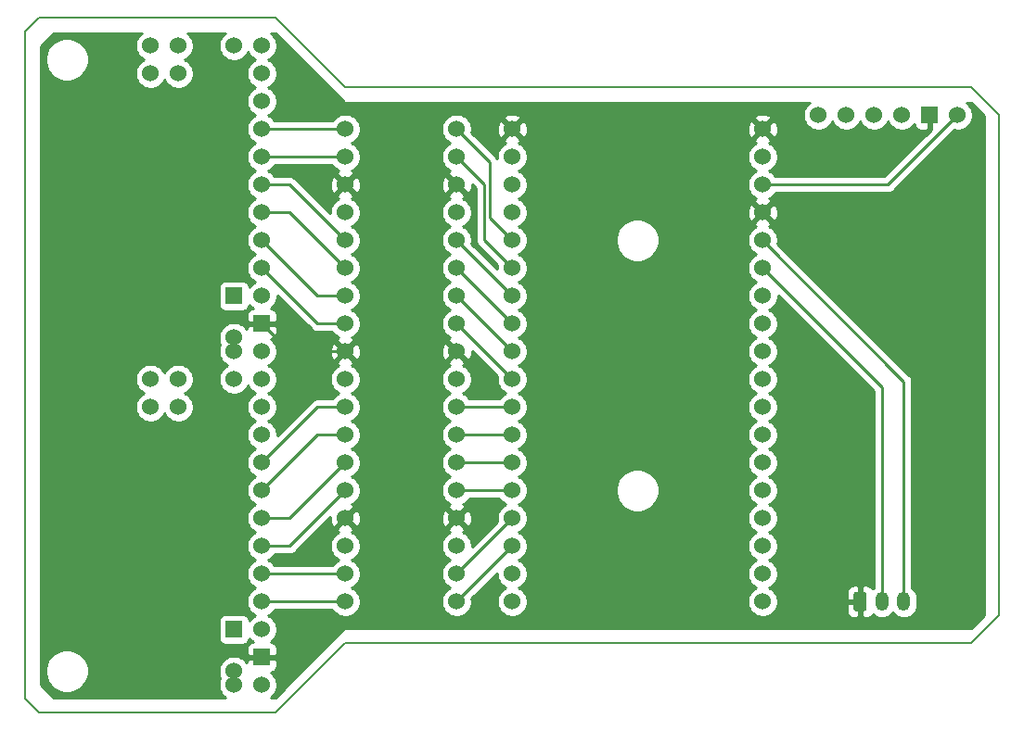
<source format=gbr>
G04 #@! TF.GenerationSoftware,KiCad,Pcbnew,(5.1.2)-2*
G04 #@! TF.CreationDate,2019-07-24T13:36:26-05:00*
G04 #@! TF.ProjectId,ECE 597 PCB,45434520-3539-4372-9050-43422e6b6963,rev?*
G04 #@! TF.SameCoordinates,Original*
G04 #@! TF.FileFunction,Copper,L1,Top*
G04 #@! TF.FilePolarity,Positive*
%FSLAX46Y46*%
G04 Gerber Fmt 4.6, Leading zero omitted, Abs format (unit mm)*
G04 Created by KiCad (PCBNEW (5.1.2)-2) date 2019-07-24 13:36:26*
%MOMM*%
%LPD*%
G04 APERTURE LIST*
G04 #@! TA.AperFunction,NonConductor*
%ADD10C,0.150000*%
G04 #@! TD*
G04 #@! TA.AperFunction,ComponentPad*
%ADD11R,1.524000X1.524000*%
G04 #@! TD*
G04 #@! TA.AperFunction,ComponentPad*
%ADD12C,1.524000*%
G04 #@! TD*
G04 #@! TA.AperFunction,Conductor*
%ADD13C,0.100000*%
G04 #@! TD*
G04 #@! TA.AperFunction,ComponentPad*
%ADD14C,1.200000*%
G04 #@! TD*
G04 #@! TA.AperFunction,ComponentPad*
%ADD15O,1.200000X1.750000*%
G04 #@! TD*
G04 #@! TA.AperFunction,Conductor*
%ADD16C,0.250000*%
G04 #@! TD*
G04 #@! TA.AperFunction,Conductor*
%ADD17C,0.254000*%
G04 #@! TD*
G04 APERTURE END LIST*
D10*
X161760000Y-75080000D02*
X161760000Y-85240000D01*
X159220000Y-72540000D02*
X161760000Y-75080000D01*
X146520000Y-72540000D02*
X159220000Y-72540000D01*
X161760000Y-120800000D02*
X161760000Y-110640000D01*
X159220000Y-123340000D02*
X161760000Y-120800000D01*
X141440000Y-123340000D02*
X159220000Y-123340000D01*
X161760000Y-85240000D02*
X161760000Y-110640000D01*
X146520000Y-72540000D02*
X141440000Y-72540000D01*
X102070000Y-72540000D02*
X141440000Y-72540000D01*
X95720000Y-66190000D02*
X102070000Y-72540000D01*
X94450000Y-66190000D02*
X95720000Y-66190000D01*
X74130000Y-66190000D02*
X94450000Y-66190000D01*
X72860000Y-67460000D02*
X74130000Y-66190000D01*
X72860000Y-128420000D02*
X72860000Y-67460000D01*
X74130000Y-129690000D02*
X72860000Y-128420000D01*
X95720000Y-129690000D02*
X74130000Y-129690000D01*
X102070000Y-123340000D02*
X95720000Y-129690000D01*
X141440000Y-123340000D02*
X102070000Y-123340000D01*
D11*
G04 #@! TO.P,U6,19*
G04 #@! TO.N,N/C*
X91910000Y-91590000D03*
D12*
G04 #@! TO.P,U6,18*
X91910000Y-95400000D03*
G04 #@! TO.P,U6,17*
X91910000Y-96670000D03*
G04 #@! TO.P,U6,16*
X84290000Y-68730000D03*
G04 #@! TO.P,U6,15*
X84290000Y-71270000D03*
G04 #@! TO.P,U6,14*
X86830000Y-71270000D03*
G04 #@! TO.P,U6,13*
X86830000Y-68730000D03*
G04 #@! TO.P,U6,12*
G04 #@! TO.N,Net-(U1-Pad10)*
X91910000Y-68730000D03*
G04 #@! TO.P,U6,11*
X94450000Y-68730000D03*
G04 #@! TO.P,U6,10*
G04 #@! TO.N,Net-(U6-Pad10)*
X94450000Y-71270000D03*
G04 #@! TO.P,U6,9*
G04 #@! TO.N,Net-(U6-Pad9)*
X94450000Y-73810000D03*
G04 #@! TO.P,U6,8*
G04 #@! TO.N,Net-(U1-Pad7)*
X94450000Y-76350000D03*
G04 #@! TO.P,U6,7*
G04 #@! TO.N,Net-(U1-Pad8)*
X94450000Y-78890000D03*
G04 #@! TO.P,U6,6*
G04 #@! TO.N,Net-(U1-Pad11)*
X94450000Y-81430000D03*
G04 #@! TO.P,U6,5*
G04 #@! TO.N,Net-(U1-Pad12)*
X94450000Y-83970000D03*
G04 #@! TO.P,U6,4*
G04 #@! TO.N,Net-(U2-Pad7)*
X94450000Y-86510000D03*
G04 #@! TO.P,U6,3*
G04 #@! TO.N,Net-(U2-Pad8)*
X94450000Y-89050000D03*
G04 #@! TO.P,U6,2*
G04 #@! TO.N,Net-(U6-Pad2)*
X94450000Y-91590000D03*
D11*
G04 #@! TO.P,U6,1*
G04 #@! TO.N,Net-(J1-Pad1)*
X94450000Y-94130000D03*
D12*
G04 #@! TO.P,U6,0*
G04 #@! TO.N,Net-(U6-Pad0)*
X94450000Y-96670000D03*
G04 #@! TD*
D11*
G04 #@! TO.P,U5,19*
G04 #@! TO.N,N/C*
X91910000Y-122070000D03*
D12*
G04 #@! TO.P,U5,18*
X91910000Y-125880000D03*
G04 #@! TO.P,U5,17*
X91910000Y-127150000D03*
G04 #@! TO.P,U5,16*
X84290000Y-99210000D03*
G04 #@! TO.P,U5,15*
X84290000Y-101750000D03*
G04 #@! TO.P,U5,14*
X86830000Y-101750000D03*
G04 #@! TO.P,U5,13*
X86830000Y-99210000D03*
G04 #@! TO.P,U5,12*
G04 #@! TO.N,Net-(U1-Pad10)*
X91910000Y-99210000D03*
G04 #@! TO.P,U5,11*
X94450000Y-99210000D03*
G04 #@! TO.P,U5,10*
G04 #@! TO.N,Net-(U5-Pad10)*
X94450000Y-101750000D03*
G04 #@! TO.P,U5,9*
G04 #@! TO.N,Net-(U5-Pad9)*
X94450000Y-104290000D03*
G04 #@! TO.P,U5,8*
G04 #@! TO.N,Net-(U2-Pad11)*
X94450000Y-106830000D03*
G04 #@! TO.P,U5,7*
G04 #@! TO.N,Net-(U2-Pad12)*
X94450000Y-109370000D03*
G04 #@! TO.P,U5,6*
G04 #@! TO.N,Net-(U3-Pad7)*
X94450000Y-111910000D03*
G04 #@! TO.P,U5,5*
G04 #@! TO.N,Net-(U3-Pad8)*
X94450000Y-114450000D03*
G04 #@! TO.P,U5,4*
G04 #@! TO.N,Net-(U3-Pad11)*
X94450000Y-116990000D03*
G04 #@! TO.P,U5,3*
G04 #@! TO.N,Net-(U3-Pad12)*
X94450000Y-119530000D03*
G04 #@! TO.P,U5,2*
G04 #@! TO.N,Net-(U5-Pad2)*
X94450000Y-122070000D03*
D11*
G04 #@! TO.P,U5,1*
G04 #@! TO.N,Net-(J1-Pad1)*
X94450000Y-124610000D03*
D12*
G04 #@! TO.P,U5,0*
G04 #@! TO.N,Net-(U5-Pad0)*
X94450000Y-127150000D03*
G04 #@! TD*
G04 #@! TO.P,U4,1*
G04 #@! TO.N,Net-(J1-Pad1)*
X117310000Y-76350000D03*
G04 #@! TO.P,U4,2*
G04 #@! TO.N,Net-(U1-Pad10)*
X117310000Y-78890000D03*
G04 #@! TO.P,U4,3*
G04 #@! TO.N,Net-(U1-Pad3)*
X117310000Y-81430000D03*
G04 #@! TO.P,U4,4*
G04 #@! TO.N,Net-(U4-Pad4)*
X117310000Y-83970000D03*
G04 #@! TO.P,U4,5*
G04 #@! TO.N,Net-(U1-Pad6)*
X117310000Y-86510000D03*
G04 #@! TO.P,U4,6*
G04 #@! TO.N,Net-(U1-Pad5)*
X117310000Y-89050000D03*
G04 #@! TO.P,U4,7*
G04 #@! TO.N,Net-(U1-Pad2)*
X117310000Y-91590000D03*
G04 #@! TO.P,U4,8*
G04 #@! TO.N,Net-(U1-Pad1)*
X117310000Y-94130000D03*
G04 #@! TO.P,U4,9*
G04 #@! TO.N,Net-(U2-Pad6)*
X117310000Y-96670000D03*
G04 #@! TO.P,U4,10*
G04 #@! TO.N,Net-(U2-Pad5)*
X117310000Y-99210000D03*
G04 #@! TO.P,U4,11*
G04 #@! TO.N,Net-(U2-Pad2)*
X117310000Y-101750000D03*
G04 #@! TO.P,U4,12*
G04 #@! TO.N,Net-(U2-Pad1)*
X117310000Y-104290000D03*
G04 #@! TO.P,U4,13*
G04 #@! TO.N,Net-(U3-Pad6)*
X117310000Y-106830000D03*
G04 #@! TO.P,U4,14*
G04 #@! TO.N,Net-(U3-Pad5)*
X117310000Y-109370000D03*
G04 #@! TO.P,U4,15*
G04 #@! TO.N,Net-(U3-Pad2)*
X117310000Y-111910000D03*
G04 #@! TO.P,U4,16*
G04 #@! TO.N,Net-(U3-Pad1)*
X117310000Y-114450000D03*
G04 #@! TO.P,U4,17*
G04 #@! TO.N,Net-(U4-Pad17)*
X117310000Y-116990000D03*
G04 #@! TO.P,U4,18*
G04 #@! TO.N,Net-(U4-Pad18)*
X117310000Y-119530000D03*
G04 #@! TO.P,U4,19*
G04 #@! TO.N,Net-(U4-Pad19)*
X140170000Y-119530000D03*
G04 #@! TO.P,U4,20*
G04 #@! TO.N,Net-(U4-Pad20)*
X140170000Y-116990000D03*
G04 #@! TO.P,U4,21*
G04 #@! TO.N,Net-(U4-Pad21)*
X140170000Y-114450000D03*
G04 #@! TO.P,U4,22*
G04 #@! TO.N,Net-(U4-Pad22)*
X140170000Y-111910000D03*
G04 #@! TO.P,U4,23*
G04 #@! TO.N,Net-(U4-Pad23)*
X140170000Y-109370000D03*
G04 #@! TO.P,U4,24*
G04 #@! TO.N,Net-(U4-Pad24)*
X140170000Y-106830000D03*
G04 #@! TO.P,U4,25*
G04 #@! TO.N,Net-(U4-Pad25)*
X140170000Y-104290000D03*
G04 #@! TO.P,U4,26*
G04 #@! TO.N,Net-(U4-Pad26)*
X140170000Y-101750000D03*
G04 #@! TO.P,U4,27*
G04 #@! TO.N,Net-(U4-Pad27)*
X140170000Y-99210000D03*
G04 #@! TO.P,U4,28*
G04 #@! TO.N,Net-(U4-Pad28)*
X140170000Y-96670000D03*
G04 #@! TO.P,U4,29*
G04 #@! TO.N,Net-(U4-Pad29)*
X140170000Y-94130000D03*
G04 #@! TO.P,U4,30*
G04 #@! TO.N,Net-(U4-Pad30)*
X140170000Y-91590000D03*
G04 #@! TO.P,U4,31*
G04 #@! TO.N,Net-(J1-Pad2)*
X140170000Y-89050000D03*
G04 #@! TO.P,U4,32*
G04 #@! TO.N,Net-(J1-Pad3)*
X140170000Y-86510000D03*
G04 #@! TO.P,U4,33*
G04 #@! TO.N,Net-(J1-Pad1)*
X140170000Y-83970000D03*
G04 #@! TO.P,U4,34*
G04 #@! TO.N,Net-(U1-Pad3)*
X140170000Y-81430000D03*
G04 #@! TO.P,U4,35*
G04 #@! TO.N,Net-(U1-Pad10)*
X140170000Y-78890000D03*
G04 #@! TO.P,U4,36*
G04 #@! TO.N,Net-(J1-Pad1)*
X140170000Y-76350000D03*
G04 #@! TD*
G04 #@! TO.P,U1,1*
G04 #@! TO.N,Net-(U1-Pad1)*
X112230000Y-89050000D03*
G04 #@! TO.P,U1,2*
G04 #@! TO.N,Net-(U1-Pad2)*
X112230000Y-86510000D03*
G04 #@! TO.P,U1,3*
G04 #@! TO.N,Net-(U1-Pad3)*
X112230000Y-83970000D03*
G04 #@! TO.P,U1,4*
G04 #@! TO.N,Net-(J1-Pad1)*
X112230000Y-81430000D03*
G04 #@! TO.P,U1,5*
G04 #@! TO.N,Net-(U1-Pad5)*
X112230000Y-78890000D03*
G04 #@! TO.P,U1,6*
G04 #@! TO.N,Net-(U1-Pad6)*
X112230000Y-76350000D03*
G04 #@! TO.P,U1,7*
G04 #@! TO.N,Net-(U1-Pad7)*
X102070000Y-76350000D03*
G04 #@! TO.P,U1,8*
G04 #@! TO.N,Net-(U1-Pad8)*
X102070000Y-78890000D03*
G04 #@! TO.P,U1,9*
G04 #@! TO.N,Net-(J1-Pad1)*
X102070000Y-81430000D03*
G04 #@! TO.P,U1,10*
G04 #@! TO.N,Net-(U1-Pad10)*
X102070000Y-83970000D03*
G04 #@! TO.P,U1,11*
G04 #@! TO.N,Net-(U1-Pad11)*
X102070000Y-86510000D03*
G04 #@! TO.P,U1,12*
G04 #@! TO.N,Net-(U1-Pad12)*
X102070000Y-89050000D03*
G04 #@! TD*
G04 #@! TO.P,U2,12*
G04 #@! TO.N,Net-(U2-Pad12)*
X102070000Y-104290000D03*
G04 #@! TO.P,U2,11*
G04 #@! TO.N,Net-(U2-Pad11)*
X102070000Y-101750000D03*
G04 #@! TO.P,U2,10*
G04 #@! TO.N,Net-(U1-Pad10)*
X102070000Y-99210000D03*
G04 #@! TO.P,U2,9*
G04 #@! TO.N,Net-(J1-Pad1)*
X102070000Y-96670000D03*
G04 #@! TO.P,U2,8*
G04 #@! TO.N,Net-(U2-Pad8)*
X102070000Y-94130000D03*
G04 #@! TO.P,U2,7*
G04 #@! TO.N,Net-(U2-Pad7)*
X102070000Y-91590000D03*
G04 #@! TO.P,U2,6*
G04 #@! TO.N,Net-(U2-Pad6)*
X112230000Y-91590000D03*
G04 #@! TO.P,U2,5*
G04 #@! TO.N,Net-(U2-Pad5)*
X112230000Y-94130000D03*
G04 #@! TO.P,U2,4*
G04 #@! TO.N,Net-(J1-Pad1)*
X112230000Y-96670000D03*
G04 #@! TO.P,U2,3*
G04 #@! TO.N,Net-(U1-Pad3)*
X112230000Y-99210000D03*
G04 #@! TO.P,U2,2*
G04 #@! TO.N,Net-(U2-Pad2)*
X112230000Y-101750000D03*
G04 #@! TO.P,U2,1*
G04 #@! TO.N,Net-(U2-Pad1)*
X112230000Y-104290000D03*
G04 #@! TD*
G04 #@! TO.P,U3,1*
G04 #@! TO.N,Net-(U3-Pad1)*
X112230000Y-119530000D03*
G04 #@! TO.P,U3,2*
G04 #@! TO.N,Net-(U3-Pad2)*
X112230000Y-116990000D03*
G04 #@! TO.P,U3,3*
G04 #@! TO.N,Net-(U1-Pad3)*
X112230000Y-114450000D03*
G04 #@! TO.P,U3,4*
G04 #@! TO.N,Net-(J1-Pad1)*
X112230000Y-111910000D03*
G04 #@! TO.P,U3,5*
G04 #@! TO.N,Net-(U3-Pad5)*
X112230000Y-109370000D03*
G04 #@! TO.P,U3,6*
G04 #@! TO.N,Net-(U3-Pad6)*
X112230000Y-106830000D03*
G04 #@! TO.P,U3,7*
G04 #@! TO.N,Net-(U3-Pad7)*
X102070000Y-106830000D03*
G04 #@! TO.P,U3,8*
G04 #@! TO.N,Net-(U3-Pad8)*
X102070000Y-109370000D03*
G04 #@! TO.P,U3,9*
G04 #@! TO.N,Net-(J1-Pad1)*
X102070000Y-111910000D03*
G04 #@! TO.P,U3,10*
G04 #@! TO.N,Net-(U1-Pad10)*
X102070000Y-114450000D03*
G04 #@! TO.P,U3,11*
G04 #@! TO.N,Net-(U3-Pad11)*
X102070000Y-116990000D03*
G04 #@! TO.P,U3,12*
G04 #@! TO.N,Net-(U3-Pad12)*
X102070000Y-119530000D03*
G04 #@! TD*
D13*
G04 #@! TO.N,Net-(J1-Pad1)*
G04 #@! TO.C,JST-PH*
G36*
X149434505Y-118656204D02*
G01*
X149458773Y-118659804D01*
X149482572Y-118665765D01*
X149505671Y-118674030D01*
X149527850Y-118684520D01*
X149548893Y-118697132D01*
X149568599Y-118711747D01*
X149586777Y-118728223D01*
X149603253Y-118746401D01*
X149617868Y-118766107D01*
X149630480Y-118787150D01*
X149640970Y-118809329D01*
X149649235Y-118832428D01*
X149655196Y-118856227D01*
X149658796Y-118880495D01*
X149660000Y-118904999D01*
X149660000Y-120155001D01*
X149658796Y-120179505D01*
X149655196Y-120203773D01*
X149649235Y-120227572D01*
X149640970Y-120250671D01*
X149630480Y-120272850D01*
X149617868Y-120293893D01*
X149603253Y-120313599D01*
X149586777Y-120331777D01*
X149568599Y-120348253D01*
X149548893Y-120362868D01*
X149527850Y-120375480D01*
X149505671Y-120385970D01*
X149482572Y-120394235D01*
X149458773Y-120400196D01*
X149434505Y-120403796D01*
X149410001Y-120405000D01*
X148709999Y-120405000D01*
X148685495Y-120403796D01*
X148661227Y-120400196D01*
X148637428Y-120394235D01*
X148614329Y-120385970D01*
X148592150Y-120375480D01*
X148571107Y-120362868D01*
X148551401Y-120348253D01*
X148533223Y-120331777D01*
X148516747Y-120313599D01*
X148502132Y-120293893D01*
X148489520Y-120272850D01*
X148479030Y-120250671D01*
X148470765Y-120227572D01*
X148464804Y-120203773D01*
X148461204Y-120179505D01*
X148460000Y-120155001D01*
X148460000Y-118904999D01*
X148461204Y-118880495D01*
X148464804Y-118856227D01*
X148470765Y-118832428D01*
X148479030Y-118809329D01*
X148489520Y-118787150D01*
X148502132Y-118766107D01*
X148516747Y-118746401D01*
X148533223Y-118728223D01*
X148551401Y-118711747D01*
X148571107Y-118697132D01*
X148592150Y-118684520D01*
X148614329Y-118674030D01*
X148637428Y-118665765D01*
X148661227Y-118659804D01*
X148685495Y-118656204D01*
X148709999Y-118655000D01*
X149410001Y-118655000D01*
X149434505Y-118656204D01*
X149434505Y-118656204D01*
G37*
D14*
G04 #@! TD*
G04 #@! TO.P,JST-PH,1*
G04 #@! TO.N,Net-(J1-Pad1)*
X149060000Y-119530000D03*
D15*
G04 #@! TO.P,JST-PH,2*
G04 #@! TO.N,Net-(J1-Pad2)*
X151060000Y-119530000D03*
G04 #@! TO.P,JST-PH,3*
G04 #@! TO.N,Net-(J1-Pad3)*
X153060000Y-119530000D03*
G04 #@! TD*
D12*
G04 #@! TO.P,Waveshare 10 DOF IMU Sensor (C/D) ,1*
G04 #@! TO.N,Net-(U7-Pad1)*
X145250000Y-75080000D03*
G04 #@! TO.P,Waveshare 10 DOF IMU Sensor (C/D) ,2*
G04 #@! TO.N,Net-(U7-Pad2)*
X147790000Y-75080000D03*
G04 #@! TO.P,Waveshare 10 DOF IMU Sensor (C/D) ,3*
G04 #@! TO.N,Net-(U4-Pad20)*
X150330000Y-75080000D03*
G04 #@! TO.P,Waveshare 10 DOF IMU Sensor (C/D) ,4*
G04 #@! TO.N,Net-(U4-Pad19)*
X152870000Y-75080000D03*
D11*
G04 #@! TO.P,Waveshare 10 DOF IMU Sensor (C/D) ,5*
G04 #@! TO.N,Net-(J1-Pad1)*
X155410000Y-75080000D03*
D12*
G04 #@! TO.P,Waveshare 10 DOF IMU Sensor (C/D) ,6*
G04 #@! TO.N,Net-(U1-Pad3)*
X157950000Y-75080000D03*
G04 #@! TD*
D16*
G04 #@! TO.N,*
X91910000Y-96670000D02*
X91910000Y-95400000D01*
X91910000Y-125880000D02*
X91910000Y-127150000D01*
G04 #@! TO.N,Net-(U1-Pad1)*
X117310000Y-94130000D02*
X112230000Y-89050000D01*
G04 #@! TO.N,Net-(U1-Pad2)*
X117310000Y-91590000D02*
X112230000Y-86510000D01*
G04 #@! TO.N,Net-(U1-Pad3)*
X151600000Y-81430000D02*
X157950000Y-75080000D01*
X140170000Y-81430000D02*
X151600000Y-81430000D01*
G04 #@! TO.N,Net-(J1-Pad1)*
X96990000Y-96670000D02*
X94450000Y-94130000D01*
X102070000Y-96670000D02*
X96990000Y-96670000D01*
G04 #@! TO.N,Net-(U1-Pad5)*
X117310000Y-89050000D02*
X114770000Y-86510000D01*
X114770000Y-81430000D02*
X112230000Y-78890000D01*
X114770000Y-86510000D02*
X114770000Y-81430000D01*
G04 #@! TO.N,Net-(U1-Pad6)*
X112991999Y-77111999D02*
X112230000Y-76350000D01*
X115220009Y-79340009D02*
X112991999Y-77111999D01*
X115220009Y-84420009D02*
X115220009Y-79340009D01*
X117310000Y-86510000D02*
X115220009Y-84420009D01*
G04 #@! TO.N,Net-(U1-Pad7)*
X94450000Y-76350000D02*
X102070000Y-76350000D01*
G04 #@! TO.N,Net-(U1-Pad8)*
X94450000Y-78890000D02*
X102070000Y-78890000D01*
G04 #@! TO.N,Net-(U1-Pad11)*
X96990000Y-81430000D02*
X102070000Y-86510000D01*
X94450000Y-81430000D02*
X96990000Y-81430000D01*
G04 #@! TO.N,Net-(U1-Pad12)*
X96990000Y-83970000D02*
X102070000Y-89050000D01*
X94450000Y-83970000D02*
X96990000Y-83970000D01*
G04 #@! TO.N,Net-(U2-Pad12)*
X99530000Y-104290000D02*
X94450000Y-109370000D01*
X102070000Y-104290000D02*
X99530000Y-104290000D01*
G04 #@! TO.N,Net-(U2-Pad11)*
X99530000Y-101750000D02*
X94450000Y-106830000D01*
X102070000Y-101750000D02*
X99530000Y-101750000D01*
G04 #@! TO.N,Net-(U2-Pad8)*
X99530000Y-94130000D02*
X94450000Y-89050000D01*
X102070000Y-94130000D02*
X99530000Y-94130000D01*
G04 #@! TO.N,Net-(U2-Pad7)*
X99530000Y-91590000D02*
X94450000Y-86510000D01*
X102070000Y-91590000D02*
X99530000Y-91590000D01*
G04 #@! TO.N,Net-(U2-Pad6)*
X117310000Y-96670000D02*
X112230000Y-91590000D01*
G04 #@! TO.N,Net-(U2-Pad5)*
X117310000Y-99210000D02*
X112230000Y-94130000D01*
G04 #@! TO.N,Net-(U2-Pad2)*
X117310000Y-101750000D02*
X112230000Y-101750000D01*
G04 #@! TO.N,Net-(U2-Pad1)*
X117310000Y-104290000D02*
X112230000Y-104290000D01*
G04 #@! TO.N,Net-(U3-Pad1)*
X117310000Y-114450000D02*
X112230000Y-119530000D01*
G04 #@! TO.N,Net-(U3-Pad2)*
X117310000Y-111910000D02*
X112230000Y-116990000D01*
G04 #@! TO.N,Net-(U3-Pad5)*
X117310000Y-109370000D02*
X112230000Y-109370000D01*
G04 #@! TO.N,Net-(U3-Pad6)*
X117310000Y-106830000D02*
X112230000Y-106830000D01*
G04 #@! TO.N,Net-(U3-Pad7)*
X96990000Y-111910000D02*
X102070000Y-106830000D01*
X94450000Y-111910000D02*
X96990000Y-111910000D01*
G04 #@! TO.N,Net-(U3-Pad8)*
X96990000Y-114450000D02*
X102070000Y-109370000D01*
X94450000Y-114450000D02*
X96990000Y-114450000D01*
G04 #@! TO.N,Net-(U3-Pad11)*
X102070000Y-116990000D02*
X94450000Y-116990000D01*
G04 #@! TO.N,Net-(U3-Pad12)*
X94450000Y-119530000D02*
X102070000Y-119530000D01*
G04 #@! TO.N,Net-(J1-Pad2)*
X151060000Y-99940000D02*
X151060000Y-119530000D01*
X140170000Y-89050000D02*
X151060000Y-99940000D01*
G04 #@! TO.N,Net-(J1-Pad3)*
X153060000Y-99400000D02*
X153060000Y-119530000D01*
X140170000Y-86510000D02*
X153060000Y-99400000D01*
G04 #@! TD*
D17*
G04 #@! TO.N,Net-(J1-Pad1)*
G36*
X83399465Y-67644880D02*
G01*
X83204880Y-67839465D01*
X83051995Y-68068273D01*
X82946686Y-68322510D01*
X82893000Y-68592408D01*
X82893000Y-68867592D01*
X82946686Y-69137490D01*
X83051995Y-69391727D01*
X83204880Y-69620535D01*
X83399465Y-69815120D01*
X83628273Y-69968005D01*
X83705515Y-70000000D01*
X83628273Y-70031995D01*
X83399465Y-70184880D01*
X83204880Y-70379465D01*
X83051995Y-70608273D01*
X82946686Y-70862510D01*
X82893000Y-71132408D01*
X82893000Y-71407592D01*
X82946686Y-71677490D01*
X83051995Y-71931727D01*
X83204880Y-72160535D01*
X83399465Y-72355120D01*
X83628273Y-72508005D01*
X83882510Y-72613314D01*
X84152408Y-72667000D01*
X84427592Y-72667000D01*
X84697490Y-72613314D01*
X84951727Y-72508005D01*
X85180535Y-72355120D01*
X85375120Y-72160535D01*
X85528005Y-71931727D01*
X85560000Y-71854485D01*
X85591995Y-71931727D01*
X85744880Y-72160535D01*
X85939465Y-72355120D01*
X86168273Y-72508005D01*
X86422510Y-72613314D01*
X86692408Y-72667000D01*
X86967592Y-72667000D01*
X87237490Y-72613314D01*
X87491727Y-72508005D01*
X87720535Y-72355120D01*
X87915120Y-72160535D01*
X88068005Y-71931727D01*
X88173314Y-71677490D01*
X88227000Y-71407592D01*
X88227000Y-71132408D01*
X88173314Y-70862510D01*
X88068005Y-70608273D01*
X87915120Y-70379465D01*
X87720535Y-70184880D01*
X87491727Y-70031995D01*
X87414485Y-70000000D01*
X87491727Y-69968005D01*
X87720535Y-69815120D01*
X87915120Y-69620535D01*
X88068005Y-69391727D01*
X88173314Y-69137490D01*
X88227000Y-68867592D01*
X88227000Y-68592408D01*
X88173314Y-68322510D01*
X88068005Y-68068273D01*
X87915120Y-67839465D01*
X87720535Y-67644880D01*
X87633912Y-67587000D01*
X91106088Y-67587000D01*
X91019465Y-67644880D01*
X90824880Y-67839465D01*
X90671995Y-68068273D01*
X90566686Y-68322510D01*
X90513000Y-68592408D01*
X90513000Y-68867592D01*
X90566686Y-69137490D01*
X90671995Y-69391727D01*
X90824880Y-69620535D01*
X91019465Y-69815120D01*
X91248273Y-69968005D01*
X91502510Y-70073314D01*
X91772408Y-70127000D01*
X92047592Y-70127000D01*
X92317490Y-70073314D01*
X92571727Y-69968005D01*
X92800535Y-69815120D01*
X92995120Y-69620535D01*
X93148005Y-69391727D01*
X93180000Y-69314485D01*
X93211995Y-69391727D01*
X93364880Y-69620535D01*
X93559465Y-69815120D01*
X93788273Y-69968005D01*
X93865515Y-70000000D01*
X93788273Y-70031995D01*
X93559465Y-70184880D01*
X93364880Y-70379465D01*
X93211995Y-70608273D01*
X93106686Y-70862510D01*
X93053000Y-71132408D01*
X93053000Y-71407592D01*
X93106686Y-71677490D01*
X93211995Y-71931727D01*
X93364880Y-72160535D01*
X93559465Y-72355120D01*
X93788273Y-72508005D01*
X93865515Y-72540000D01*
X93788273Y-72571995D01*
X93559465Y-72724880D01*
X93364880Y-72919465D01*
X93211995Y-73148273D01*
X93106686Y-73402510D01*
X93053000Y-73672408D01*
X93053000Y-73947592D01*
X93106686Y-74217490D01*
X93211995Y-74471727D01*
X93364880Y-74700535D01*
X93559465Y-74895120D01*
X93788273Y-75048005D01*
X93865515Y-75080000D01*
X93788273Y-75111995D01*
X93559465Y-75264880D01*
X93364880Y-75459465D01*
X93211995Y-75688273D01*
X93106686Y-75942510D01*
X93053000Y-76212408D01*
X93053000Y-76487592D01*
X93106686Y-76757490D01*
X93211995Y-77011727D01*
X93364880Y-77240535D01*
X93559465Y-77435120D01*
X93788273Y-77588005D01*
X93865515Y-77620000D01*
X93788273Y-77651995D01*
X93559465Y-77804880D01*
X93364880Y-77999465D01*
X93211995Y-78228273D01*
X93106686Y-78482510D01*
X93053000Y-78752408D01*
X93053000Y-79027592D01*
X93106686Y-79297490D01*
X93211995Y-79551727D01*
X93364880Y-79780535D01*
X93559465Y-79975120D01*
X93788273Y-80128005D01*
X93865515Y-80160000D01*
X93788273Y-80191995D01*
X93559465Y-80344880D01*
X93364880Y-80539465D01*
X93211995Y-80768273D01*
X93106686Y-81022510D01*
X93053000Y-81292408D01*
X93053000Y-81567592D01*
X93106686Y-81837490D01*
X93211995Y-82091727D01*
X93364880Y-82320535D01*
X93559465Y-82515120D01*
X93788273Y-82668005D01*
X93865515Y-82700000D01*
X93788273Y-82731995D01*
X93559465Y-82884880D01*
X93364880Y-83079465D01*
X93211995Y-83308273D01*
X93106686Y-83562510D01*
X93053000Y-83832408D01*
X93053000Y-84107592D01*
X93106686Y-84377490D01*
X93211995Y-84631727D01*
X93364880Y-84860535D01*
X93559465Y-85055120D01*
X93788273Y-85208005D01*
X93865515Y-85240000D01*
X93788273Y-85271995D01*
X93559465Y-85424880D01*
X93364880Y-85619465D01*
X93211995Y-85848273D01*
X93106686Y-86102510D01*
X93053000Y-86372408D01*
X93053000Y-86647592D01*
X93106686Y-86917490D01*
X93211995Y-87171727D01*
X93364880Y-87400535D01*
X93559465Y-87595120D01*
X93788273Y-87748005D01*
X93865515Y-87780000D01*
X93788273Y-87811995D01*
X93559465Y-87964880D01*
X93364880Y-88159465D01*
X93211995Y-88388273D01*
X93106686Y-88642510D01*
X93053000Y-88912408D01*
X93053000Y-89187592D01*
X93106686Y-89457490D01*
X93211995Y-89711727D01*
X93364880Y-89940535D01*
X93559465Y-90135120D01*
X93788273Y-90288005D01*
X93865515Y-90320000D01*
X93788273Y-90351995D01*
X93559465Y-90504880D01*
X93364880Y-90699465D01*
X93306080Y-90787465D01*
X93297812Y-90703518D01*
X93261502Y-90583820D01*
X93202537Y-90473506D01*
X93123185Y-90376815D01*
X93026494Y-90297463D01*
X92916180Y-90238498D01*
X92796482Y-90202188D01*
X92672000Y-90189928D01*
X91148000Y-90189928D01*
X91023518Y-90202188D01*
X90903820Y-90238498D01*
X90793506Y-90297463D01*
X90696815Y-90376815D01*
X90617463Y-90473506D01*
X90558498Y-90583820D01*
X90522188Y-90703518D01*
X90509928Y-90828000D01*
X90509928Y-92352000D01*
X90522188Y-92476482D01*
X90558498Y-92596180D01*
X90617463Y-92706494D01*
X90696815Y-92803185D01*
X90793506Y-92882537D01*
X90903820Y-92941502D01*
X91023518Y-92977812D01*
X91148000Y-92990072D01*
X92672000Y-92990072D01*
X92796482Y-92977812D01*
X92916180Y-92941502D01*
X93026494Y-92882537D01*
X93123185Y-92803185D01*
X93202537Y-92706494D01*
X93261502Y-92596180D01*
X93297812Y-92476482D01*
X93306080Y-92392535D01*
X93364880Y-92480535D01*
X93559465Y-92675120D01*
X93647465Y-92733920D01*
X93563518Y-92742188D01*
X93443820Y-92778498D01*
X93333506Y-92837463D01*
X93236815Y-92916815D01*
X93157463Y-93013506D01*
X93098498Y-93123820D01*
X93062188Y-93243518D01*
X93049928Y-93368000D01*
X93053000Y-93844250D01*
X93211750Y-94003000D01*
X94323000Y-94003000D01*
X94323000Y-93983000D01*
X94577000Y-93983000D01*
X94577000Y-94003000D01*
X95688250Y-94003000D01*
X95847000Y-93844250D01*
X95850072Y-93368000D01*
X95837812Y-93243518D01*
X95801502Y-93123820D01*
X95742537Y-93013506D01*
X95663185Y-92916815D01*
X95566494Y-92837463D01*
X95456180Y-92778498D01*
X95336482Y-92742188D01*
X95252535Y-92733920D01*
X95340535Y-92675120D01*
X95535120Y-92480535D01*
X95688005Y-92251727D01*
X95793314Y-91997490D01*
X95847000Y-91727592D01*
X95847000Y-91521801D01*
X98966200Y-94641002D01*
X98989999Y-94670001D01*
X99018997Y-94693799D01*
X99105723Y-94764974D01*
X99237753Y-94835546D01*
X99381014Y-94879003D01*
X99492667Y-94890000D01*
X99492677Y-94890000D01*
X99530000Y-94893676D01*
X99567323Y-94890000D01*
X100897659Y-94890000D01*
X100984880Y-95020535D01*
X101179465Y-95215120D01*
X101408273Y-95368005D01*
X101479943Y-95397692D01*
X101466977Y-95402364D01*
X101351020Y-95464344D01*
X101284040Y-95704435D01*
X102070000Y-96490395D01*
X102855960Y-95704435D01*
X102788980Y-95464344D01*
X102653240Y-95400515D01*
X102731727Y-95368005D01*
X102960535Y-95215120D01*
X103155120Y-95020535D01*
X103308005Y-94791727D01*
X103413314Y-94537490D01*
X103467000Y-94267592D01*
X103467000Y-93992408D01*
X103413314Y-93722510D01*
X103308005Y-93468273D01*
X103155120Y-93239465D01*
X102960535Y-93044880D01*
X102731727Y-92891995D01*
X102654485Y-92860000D01*
X102731727Y-92828005D01*
X102960535Y-92675120D01*
X103155120Y-92480535D01*
X103308005Y-92251727D01*
X103413314Y-91997490D01*
X103467000Y-91727592D01*
X103467000Y-91452408D01*
X103413314Y-91182510D01*
X103308005Y-90928273D01*
X103155120Y-90699465D01*
X102960535Y-90504880D01*
X102731727Y-90351995D01*
X102654485Y-90320000D01*
X102731727Y-90288005D01*
X102960535Y-90135120D01*
X103155120Y-89940535D01*
X103308005Y-89711727D01*
X103413314Y-89457490D01*
X103467000Y-89187592D01*
X103467000Y-88912408D01*
X103413314Y-88642510D01*
X103308005Y-88388273D01*
X103155120Y-88159465D01*
X102960535Y-87964880D01*
X102731727Y-87811995D01*
X102654485Y-87780000D01*
X102731727Y-87748005D01*
X102960535Y-87595120D01*
X103155120Y-87400535D01*
X103308005Y-87171727D01*
X103413314Y-86917490D01*
X103467000Y-86647592D01*
X103467000Y-86372408D01*
X103413314Y-86102510D01*
X103308005Y-85848273D01*
X103155120Y-85619465D01*
X102960535Y-85424880D01*
X102731727Y-85271995D01*
X102654485Y-85240000D01*
X102731727Y-85208005D01*
X102960535Y-85055120D01*
X103155120Y-84860535D01*
X103308005Y-84631727D01*
X103413314Y-84377490D01*
X103467000Y-84107592D01*
X103467000Y-83832408D01*
X103413314Y-83562510D01*
X103308005Y-83308273D01*
X103155120Y-83079465D01*
X102960535Y-82884880D01*
X102731727Y-82731995D01*
X102660057Y-82702308D01*
X102673023Y-82697636D01*
X102788980Y-82635656D01*
X102855960Y-82395565D01*
X102070000Y-81609605D01*
X101284040Y-82395565D01*
X101351020Y-82635656D01*
X101486760Y-82699485D01*
X101408273Y-82731995D01*
X101179465Y-82884880D01*
X100984880Y-83079465D01*
X100831995Y-83308273D01*
X100726686Y-83562510D01*
X100673000Y-83832408D01*
X100673000Y-84038198D01*
X98136819Y-81502017D01*
X100668090Y-81502017D01*
X100709078Y-81774133D01*
X100802364Y-82033023D01*
X100864344Y-82148980D01*
X101104435Y-82215960D01*
X101890395Y-81430000D01*
X102249605Y-81430000D01*
X103035565Y-82215960D01*
X103275656Y-82148980D01*
X103392756Y-81899952D01*
X103459023Y-81632865D01*
X103465157Y-81502017D01*
X110828090Y-81502017D01*
X110869078Y-81774133D01*
X110962364Y-82033023D01*
X111024344Y-82148980D01*
X111264435Y-82215960D01*
X112050395Y-81430000D01*
X111264435Y-80644040D01*
X111024344Y-80711020D01*
X110907244Y-80960048D01*
X110840977Y-81227135D01*
X110828090Y-81502017D01*
X103465157Y-81502017D01*
X103471910Y-81357983D01*
X103430922Y-81085867D01*
X103337636Y-80826977D01*
X103275656Y-80711020D01*
X103035565Y-80644040D01*
X102249605Y-81430000D01*
X101890395Y-81430000D01*
X101104435Y-80644040D01*
X100864344Y-80711020D01*
X100747244Y-80960048D01*
X100680977Y-81227135D01*
X100668090Y-81502017D01*
X98136819Y-81502017D01*
X97553804Y-80919003D01*
X97530001Y-80889999D01*
X97414276Y-80795026D01*
X97282247Y-80724454D01*
X97138986Y-80680997D01*
X97027333Y-80670000D01*
X97027322Y-80670000D01*
X96990000Y-80666324D01*
X96952678Y-80670000D01*
X95622341Y-80670000D01*
X95535120Y-80539465D01*
X95340535Y-80344880D01*
X95111727Y-80191995D01*
X95034485Y-80160000D01*
X95111727Y-80128005D01*
X95340535Y-79975120D01*
X95535120Y-79780535D01*
X95622341Y-79650000D01*
X100897659Y-79650000D01*
X100984880Y-79780535D01*
X101179465Y-79975120D01*
X101408273Y-80128005D01*
X101479943Y-80157692D01*
X101466977Y-80162364D01*
X101351020Y-80224344D01*
X101284040Y-80464435D01*
X102070000Y-81250395D01*
X102855960Y-80464435D01*
X102788980Y-80224344D01*
X102653240Y-80160515D01*
X102731727Y-80128005D01*
X102960535Y-79975120D01*
X103155120Y-79780535D01*
X103308005Y-79551727D01*
X103413314Y-79297490D01*
X103467000Y-79027592D01*
X103467000Y-78752408D01*
X103413314Y-78482510D01*
X103308005Y-78228273D01*
X103155120Y-77999465D01*
X102960535Y-77804880D01*
X102731727Y-77651995D01*
X102654485Y-77620000D01*
X102731727Y-77588005D01*
X102960535Y-77435120D01*
X103155120Y-77240535D01*
X103308005Y-77011727D01*
X103413314Y-76757490D01*
X103467000Y-76487592D01*
X103467000Y-76212408D01*
X110833000Y-76212408D01*
X110833000Y-76487592D01*
X110886686Y-76757490D01*
X110991995Y-77011727D01*
X111144880Y-77240535D01*
X111339465Y-77435120D01*
X111568273Y-77588005D01*
X111645515Y-77620000D01*
X111568273Y-77651995D01*
X111339465Y-77804880D01*
X111144880Y-77999465D01*
X110991995Y-78228273D01*
X110886686Y-78482510D01*
X110833000Y-78752408D01*
X110833000Y-79027592D01*
X110886686Y-79297490D01*
X110991995Y-79551727D01*
X111144880Y-79780535D01*
X111339465Y-79975120D01*
X111568273Y-80128005D01*
X111639943Y-80157692D01*
X111626977Y-80162364D01*
X111511020Y-80224344D01*
X111444040Y-80464435D01*
X112230000Y-81250395D01*
X112244143Y-81236253D01*
X112423748Y-81415858D01*
X112409605Y-81430000D01*
X113195565Y-82215960D01*
X113435656Y-82148980D01*
X113552756Y-81899952D01*
X113619023Y-81632865D01*
X113631519Y-81366322D01*
X114010001Y-81744804D01*
X114010000Y-86472677D01*
X114006324Y-86510000D01*
X114010000Y-86547322D01*
X114010000Y-86547332D01*
X114020997Y-86658985D01*
X114064454Y-86802246D01*
X114135026Y-86934276D01*
X114174871Y-86982826D01*
X114229999Y-87050001D01*
X114259003Y-87073804D01*
X115943628Y-88758430D01*
X115913000Y-88912408D01*
X115913000Y-89118198D01*
X113596372Y-86801571D01*
X113627000Y-86647592D01*
X113627000Y-86372408D01*
X113573314Y-86102510D01*
X113468005Y-85848273D01*
X113315120Y-85619465D01*
X113120535Y-85424880D01*
X112891727Y-85271995D01*
X112814485Y-85240000D01*
X112891727Y-85208005D01*
X113120535Y-85055120D01*
X113315120Y-84860535D01*
X113468005Y-84631727D01*
X113573314Y-84377490D01*
X113627000Y-84107592D01*
X113627000Y-83832408D01*
X113573314Y-83562510D01*
X113468005Y-83308273D01*
X113315120Y-83079465D01*
X113120535Y-82884880D01*
X112891727Y-82731995D01*
X112820057Y-82702308D01*
X112833023Y-82697636D01*
X112948980Y-82635656D01*
X113015960Y-82395565D01*
X112230000Y-81609605D01*
X111444040Y-82395565D01*
X111511020Y-82635656D01*
X111646760Y-82699485D01*
X111568273Y-82731995D01*
X111339465Y-82884880D01*
X111144880Y-83079465D01*
X110991995Y-83308273D01*
X110886686Y-83562510D01*
X110833000Y-83832408D01*
X110833000Y-84107592D01*
X110886686Y-84377490D01*
X110991995Y-84631727D01*
X111144880Y-84860535D01*
X111339465Y-85055120D01*
X111568273Y-85208005D01*
X111645515Y-85240000D01*
X111568273Y-85271995D01*
X111339465Y-85424880D01*
X111144880Y-85619465D01*
X110991995Y-85848273D01*
X110886686Y-86102510D01*
X110833000Y-86372408D01*
X110833000Y-86647592D01*
X110886686Y-86917490D01*
X110991995Y-87171727D01*
X111144880Y-87400535D01*
X111339465Y-87595120D01*
X111568273Y-87748005D01*
X111645515Y-87780000D01*
X111568273Y-87811995D01*
X111339465Y-87964880D01*
X111144880Y-88159465D01*
X110991995Y-88388273D01*
X110886686Y-88642510D01*
X110833000Y-88912408D01*
X110833000Y-89187592D01*
X110886686Y-89457490D01*
X110991995Y-89711727D01*
X111144880Y-89940535D01*
X111339465Y-90135120D01*
X111568273Y-90288005D01*
X111645515Y-90320000D01*
X111568273Y-90351995D01*
X111339465Y-90504880D01*
X111144880Y-90699465D01*
X110991995Y-90928273D01*
X110886686Y-91182510D01*
X110833000Y-91452408D01*
X110833000Y-91727592D01*
X110886686Y-91997490D01*
X110991995Y-92251727D01*
X111144880Y-92480535D01*
X111339465Y-92675120D01*
X111568273Y-92828005D01*
X111645515Y-92860000D01*
X111568273Y-92891995D01*
X111339465Y-93044880D01*
X111144880Y-93239465D01*
X110991995Y-93468273D01*
X110886686Y-93722510D01*
X110833000Y-93992408D01*
X110833000Y-94267592D01*
X110886686Y-94537490D01*
X110991995Y-94791727D01*
X111144880Y-95020535D01*
X111339465Y-95215120D01*
X111568273Y-95368005D01*
X111639943Y-95397692D01*
X111626977Y-95402364D01*
X111511020Y-95464344D01*
X111444040Y-95704435D01*
X112230000Y-96490395D01*
X112244143Y-96476253D01*
X112423748Y-96655858D01*
X112409605Y-96670000D01*
X113195565Y-97455960D01*
X113435656Y-97388980D01*
X113552756Y-97139952D01*
X113619023Y-96872865D01*
X113631519Y-96606321D01*
X115943628Y-98918430D01*
X115913000Y-99072408D01*
X115913000Y-99347592D01*
X115966686Y-99617490D01*
X116071995Y-99871727D01*
X116224880Y-100100535D01*
X116419465Y-100295120D01*
X116648273Y-100448005D01*
X116725515Y-100480000D01*
X116648273Y-100511995D01*
X116419465Y-100664880D01*
X116224880Y-100859465D01*
X116137659Y-100990000D01*
X113402341Y-100990000D01*
X113315120Y-100859465D01*
X113120535Y-100664880D01*
X112891727Y-100511995D01*
X112814485Y-100480000D01*
X112891727Y-100448005D01*
X113120535Y-100295120D01*
X113315120Y-100100535D01*
X113468005Y-99871727D01*
X113573314Y-99617490D01*
X113627000Y-99347592D01*
X113627000Y-99072408D01*
X113573314Y-98802510D01*
X113468005Y-98548273D01*
X113315120Y-98319465D01*
X113120535Y-98124880D01*
X112891727Y-97971995D01*
X112820057Y-97942308D01*
X112833023Y-97937636D01*
X112948980Y-97875656D01*
X113015960Y-97635565D01*
X112230000Y-96849605D01*
X111444040Y-97635565D01*
X111511020Y-97875656D01*
X111646760Y-97939485D01*
X111568273Y-97971995D01*
X111339465Y-98124880D01*
X111144880Y-98319465D01*
X110991995Y-98548273D01*
X110886686Y-98802510D01*
X110833000Y-99072408D01*
X110833000Y-99347592D01*
X110886686Y-99617490D01*
X110991995Y-99871727D01*
X111144880Y-100100535D01*
X111339465Y-100295120D01*
X111568273Y-100448005D01*
X111645515Y-100480000D01*
X111568273Y-100511995D01*
X111339465Y-100664880D01*
X111144880Y-100859465D01*
X110991995Y-101088273D01*
X110886686Y-101342510D01*
X110833000Y-101612408D01*
X110833000Y-101887592D01*
X110886686Y-102157490D01*
X110991995Y-102411727D01*
X111144880Y-102640535D01*
X111339465Y-102835120D01*
X111568273Y-102988005D01*
X111645515Y-103020000D01*
X111568273Y-103051995D01*
X111339465Y-103204880D01*
X111144880Y-103399465D01*
X110991995Y-103628273D01*
X110886686Y-103882510D01*
X110833000Y-104152408D01*
X110833000Y-104427592D01*
X110886686Y-104697490D01*
X110991995Y-104951727D01*
X111144880Y-105180535D01*
X111339465Y-105375120D01*
X111568273Y-105528005D01*
X111645515Y-105560000D01*
X111568273Y-105591995D01*
X111339465Y-105744880D01*
X111144880Y-105939465D01*
X110991995Y-106168273D01*
X110886686Y-106422510D01*
X110833000Y-106692408D01*
X110833000Y-106967592D01*
X110886686Y-107237490D01*
X110991995Y-107491727D01*
X111144880Y-107720535D01*
X111339465Y-107915120D01*
X111568273Y-108068005D01*
X111645515Y-108100000D01*
X111568273Y-108131995D01*
X111339465Y-108284880D01*
X111144880Y-108479465D01*
X110991995Y-108708273D01*
X110886686Y-108962510D01*
X110833000Y-109232408D01*
X110833000Y-109507592D01*
X110886686Y-109777490D01*
X110991995Y-110031727D01*
X111144880Y-110260535D01*
X111339465Y-110455120D01*
X111568273Y-110608005D01*
X111639943Y-110637692D01*
X111626977Y-110642364D01*
X111511020Y-110704344D01*
X111444040Y-110944435D01*
X112230000Y-111730395D01*
X113015960Y-110944435D01*
X112948980Y-110704344D01*
X112813240Y-110640515D01*
X112891727Y-110608005D01*
X113120535Y-110455120D01*
X113315120Y-110260535D01*
X113402341Y-110130000D01*
X116137659Y-110130000D01*
X116224880Y-110260535D01*
X116419465Y-110455120D01*
X116648273Y-110608005D01*
X116725515Y-110640000D01*
X116648273Y-110671995D01*
X116419465Y-110824880D01*
X116224880Y-111019465D01*
X116071995Y-111248273D01*
X115966686Y-111502510D01*
X115913000Y-111772408D01*
X115913000Y-112047592D01*
X115943628Y-112201570D01*
X113627000Y-114518199D01*
X113627000Y-114312408D01*
X113573314Y-114042510D01*
X113468005Y-113788273D01*
X113315120Y-113559465D01*
X113120535Y-113364880D01*
X112891727Y-113211995D01*
X112820057Y-113182308D01*
X112833023Y-113177636D01*
X112948980Y-113115656D01*
X113015960Y-112875565D01*
X112230000Y-112089605D01*
X111444040Y-112875565D01*
X111511020Y-113115656D01*
X111646760Y-113179485D01*
X111568273Y-113211995D01*
X111339465Y-113364880D01*
X111144880Y-113559465D01*
X110991995Y-113788273D01*
X110886686Y-114042510D01*
X110833000Y-114312408D01*
X110833000Y-114587592D01*
X110886686Y-114857490D01*
X110991995Y-115111727D01*
X111144880Y-115340535D01*
X111339465Y-115535120D01*
X111568273Y-115688005D01*
X111645515Y-115720000D01*
X111568273Y-115751995D01*
X111339465Y-115904880D01*
X111144880Y-116099465D01*
X110991995Y-116328273D01*
X110886686Y-116582510D01*
X110833000Y-116852408D01*
X110833000Y-117127592D01*
X110886686Y-117397490D01*
X110991995Y-117651727D01*
X111144880Y-117880535D01*
X111339465Y-118075120D01*
X111568273Y-118228005D01*
X111645515Y-118260000D01*
X111568273Y-118291995D01*
X111339465Y-118444880D01*
X111144880Y-118639465D01*
X110991995Y-118868273D01*
X110886686Y-119122510D01*
X110833000Y-119392408D01*
X110833000Y-119667592D01*
X110886686Y-119937490D01*
X110991995Y-120191727D01*
X111144880Y-120420535D01*
X111339465Y-120615120D01*
X111568273Y-120768005D01*
X111822510Y-120873314D01*
X112092408Y-120927000D01*
X112367592Y-120927000D01*
X112637490Y-120873314D01*
X112891727Y-120768005D01*
X113120535Y-120615120D01*
X113315120Y-120420535D01*
X113468005Y-120191727D01*
X113573314Y-119937490D01*
X113627000Y-119667592D01*
X113627000Y-119392408D01*
X113596372Y-119238429D01*
X115913000Y-116921802D01*
X115913000Y-117127592D01*
X115966686Y-117397490D01*
X116071995Y-117651727D01*
X116224880Y-117880535D01*
X116419465Y-118075120D01*
X116648273Y-118228005D01*
X116725515Y-118260000D01*
X116648273Y-118291995D01*
X116419465Y-118444880D01*
X116224880Y-118639465D01*
X116071995Y-118868273D01*
X115966686Y-119122510D01*
X115913000Y-119392408D01*
X115913000Y-119667592D01*
X115966686Y-119937490D01*
X116071995Y-120191727D01*
X116224880Y-120420535D01*
X116419465Y-120615120D01*
X116648273Y-120768005D01*
X116902510Y-120873314D01*
X117172408Y-120927000D01*
X117447592Y-120927000D01*
X117717490Y-120873314D01*
X117971727Y-120768005D01*
X118200535Y-120615120D01*
X118395120Y-120420535D01*
X118548005Y-120191727D01*
X118653314Y-119937490D01*
X118707000Y-119667592D01*
X118707000Y-119392408D01*
X118653314Y-119122510D01*
X118548005Y-118868273D01*
X118395120Y-118639465D01*
X118200535Y-118444880D01*
X117971727Y-118291995D01*
X117894485Y-118260000D01*
X117971727Y-118228005D01*
X118200535Y-118075120D01*
X118395120Y-117880535D01*
X118548005Y-117651727D01*
X118653314Y-117397490D01*
X118707000Y-117127592D01*
X118707000Y-116852408D01*
X118653314Y-116582510D01*
X118548005Y-116328273D01*
X118395120Y-116099465D01*
X118200535Y-115904880D01*
X117971727Y-115751995D01*
X117894485Y-115720000D01*
X117971727Y-115688005D01*
X118200535Y-115535120D01*
X118395120Y-115340535D01*
X118548005Y-115111727D01*
X118653314Y-114857490D01*
X118707000Y-114587592D01*
X118707000Y-114312408D01*
X118653314Y-114042510D01*
X118548005Y-113788273D01*
X118395120Y-113559465D01*
X118200535Y-113364880D01*
X117971727Y-113211995D01*
X117894485Y-113180000D01*
X117971727Y-113148005D01*
X118200535Y-112995120D01*
X118395120Y-112800535D01*
X118548005Y-112571727D01*
X118653314Y-112317490D01*
X118707000Y-112047592D01*
X118707000Y-111772408D01*
X118653314Y-111502510D01*
X118548005Y-111248273D01*
X118395120Y-111019465D01*
X118200535Y-110824880D01*
X117971727Y-110671995D01*
X117894485Y-110640000D01*
X117971727Y-110608005D01*
X118200535Y-110455120D01*
X118395120Y-110260535D01*
X118548005Y-110031727D01*
X118653314Y-109777490D01*
X118707000Y-109507592D01*
X118707000Y-109232408D01*
X118695481Y-109174495D01*
X126755000Y-109174495D01*
X126755000Y-109565505D01*
X126831282Y-109949003D01*
X126980915Y-110310250D01*
X127198149Y-110635364D01*
X127474636Y-110911851D01*
X127799750Y-111129085D01*
X128160997Y-111278718D01*
X128544495Y-111355000D01*
X128935505Y-111355000D01*
X129319003Y-111278718D01*
X129680250Y-111129085D01*
X130005364Y-110911851D01*
X130281851Y-110635364D01*
X130499085Y-110310250D01*
X130648718Y-109949003D01*
X130725000Y-109565505D01*
X130725000Y-109174495D01*
X130648718Y-108790997D01*
X130499085Y-108429750D01*
X130281851Y-108104636D01*
X130005364Y-107828149D01*
X129680250Y-107610915D01*
X129319003Y-107461282D01*
X128935505Y-107385000D01*
X128544495Y-107385000D01*
X128160997Y-107461282D01*
X127799750Y-107610915D01*
X127474636Y-107828149D01*
X127198149Y-108104636D01*
X126980915Y-108429750D01*
X126831282Y-108790997D01*
X126755000Y-109174495D01*
X118695481Y-109174495D01*
X118653314Y-108962510D01*
X118548005Y-108708273D01*
X118395120Y-108479465D01*
X118200535Y-108284880D01*
X117971727Y-108131995D01*
X117894485Y-108100000D01*
X117971727Y-108068005D01*
X118200535Y-107915120D01*
X118395120Y-107720535D01*
X118548005Y-107491727D01*
X118653314Y-107237490D01*
X118707000Y-106967592D01*
X118707000Y-106692408D01*
X118653314Y-106422510D01*
X118548005Y-106168273D01*
X118395120Y-105939465D01*
X118200535Y-105744880D01*
X117971727Y-105591995D01*
X117894485Y-105560000D01*
X117971727Y-105528005D01*
X118200535Y-105375120D01*
X118395120Y-105180535D01*
X118548005Y-104951727D01*
X118653314Y-104697490D01*
X118707000Y-104427592D01*
X118707000Y-104152408D01*
X118653314Y-103882510D01*
X118548005Y-103628273D01*
X118395120Y-103399465D01*
X118200535Y-103204880D01*
X117971727Y-103051995D01*
X117894485Y-103020000D01*
X117971727Y-102988005D01*
X118200535Y-102835120D01*
X118395120Y-102640535D01*
X118548005Y-102411727D01*
X118653314Y-102157490D01*
X118707000Y-101887592D01*
X118707000Y-101612408D01*
X118653314Y-101342510D01*
X118548005Y-101088273D01*
X118395120Y-100859465D01*
X118200535Y-100664880D01*
X117971727Y-100511995D01*
X117894485Y-100480000D01*
X117971727Y-100448005D01*
X118200535Y-100295120D01*
X118395120Y-100100535D01*
X118548005Y-99871727D01*
X118653314Y-99617490D01*
X118707000Y-99347592D01*
X118707000Y-99072408D01*
X118653314Y-98802510D01*
X118548005Y-98548273D01*
X118395120Y-98319465D01*
X118200535Y-98124880D01*
X117971727Y-97971995D01*
X117894485Y-97940000D01*
X117971727Y-97908005D01*
X118200535Y-97755120D01*
X118395120Y-97560535D01*
X118548005Y-97331727D01*
X118653314Y-97077490D01*
X118707000Y-96807592D01*
X118707000Y-96532408D01*
X118653314Y-96262510D01*
X118548005Y-96008273D01*
X118395120Y-95779465D01*
X118200535Y-95584880D01*
X117971727Y-95431995D01*
X117894485Y-95400000D01*
X117971727Y-95368005D01*
X118200535Y-95215120D01*
X118395120Y-95020535D01*
X118548005Y-94791727D01*
X118653314Y-94537490D01*
X118707000Y-94267592D01*
X118707000Y-93992408D01*
X118653314Y-93722510D01*
X118548005Y-93468273D01*
X118395120Y-93239465D01*
X118200535Y-93044880D01*
X117971727Y-92891995D01*
X117894485Y-92860000D01*
X117971727Y-92828005D01*
X118200535Y-92675120D01*
X118395120Y-92480535D01*
X118548005Y-92251727D01*
X118653314Y-91997490D01*
X118707000Y-91727592D01*
X118707000Y-91452408D01*
X118653314Y-91182510D01*
X118548005Y-90928273D01*
X118395120Y-90699465D01*
X118200535Y-90504880D01*
X117971727Y-90351995D01*
X117894485Y-90320000D01*
X117971727Y-90288005D01*
X118200535Y-90135120D01*
X118395120Y-89940535D01*
X118548005Y-89711727D01*
X118653314Y-89457490D01*
X118707000Y-89187592D01*
X118707000Y-88912408D01*
X118653314Y-88642510D01*
X118548005Y-88388273D01*
X118395120Y-88159465D01*
X118200535Y-87964880D01*
X117971727Y-87811995D01*
X117894485Y-87780000D01*
X117971727Y-87748005D01*
X118200535Y-87595120D01*
X118395120Y-87400535D01*
X118548005Y-87171727D01*
X118653314Y-86917490D01*
X118707000Y-86647592D01*
X118707000Y-86372408D01*
X118695481Y-86314495D01*
X126755000Y-86314495D01*
X126755000Y-86705505D01*
X126831282Y-87089003D01*
X126980915Y-87450250D01*
X127198149Y-87775364D01*
X127474636Y-88051851D01*
X127799750Y-88269085D01*
X128160997Y-88418718D01*
X128544495Y-88495000D01*
X128935505Y-88495000D01*
X129319003Y-88418718D01*
X129680250Y-88269085D01*
X130005364Y-88051851D01*
X130281851Y-87775364D01*
X130499085Y-87450250D01*
X130648718Y-87089003D01*
X130725000Y-86705505D01*
X130725000Y-86372408D01*
X138773000Y-86372408D01*
X138773000Y-86647592D01*
X138826686Y-86917490D01*
X138931995Y-87171727D01*
X139084880Y-87400535D01*
X139279465Y-87595120D01*
X139508273Y-87748005D01*
X139585515Y-87780000D01*
X139508273Y-87811995D01*
X139279465Y-87964880D01*
X139084880Y-88159465D01*
X138931995Y-88388273D01*
X138826686Y-88642510D01*
X138773000Y-88912408D01*
X138773000Y-89187592D01*
X138826686Y-89457490D01*
X138931995Y-89711727D01*
X139084880Y-89940535D01*
X139279465Y-90135120D01*
X139508273Y-90288005D01*
X139585515Y-90320000D01*
X139508273Y-90351995D01*
X139279465Y-90504880D01*
X139084880Y-90699465D01*
X138931995Y-90928273D01*
X138826686Y-91182510D01*
X138773000Y-91452408D01*
X138773000Y-91727592D01*
X138826686Y-91997490D01*
X138931995Y-92251727D01*
X139084880Y-92480535D01*
X139279465Y-92675120D01*
X139508273Y-92828005D01*
X139585515Y-92860000D01*
X139508273Y-92891995D01*
X139279465Y-93044880D01*
X139084880Y-93239465D01*
X138931995Y-93468273D01*
X138826686Y-93722510D01*
X138773000Y-93992408D01*
X138773000Y-94267592D01*
X138826686Y-94537490D01*
X138931995Y-94791727D01*
X139084880Y-95020535D01*
X139279465Y-95215120D01*
X139508273Y-95368005D01*
X139585515Y-95400000D01*
X139508273Y-95431995D01*
X139279465Y-95584880D01*
X139084880Y-95779465D01*
X138931995Y-96008273D01*
X138826686Y-96262510D01*
X138773000Y-96532408D01*
X138773000Y-96807592D01*
X138826686Y-97077490D01*
X138931995Y-97331727D01*
X139084880Y-97560535D01*
X139279465Y-97755120D01*
X139508273Y-97908005D01*
X139585515Y-97940000D01*
X139508273Y-97971995D01*
X139279465Y-98124880D01*
X139084880Y-98319465D01*
X138931995Y-98548273D01*
X138826686Y-98802510D01*
X138773000Y-99072408D01*
X138773000Y-99347592D01*
X138826686Y-99617490D01*
X138931995Y-99871727D01*
X139084880Y-100100535D01*
X139279465Y-100295120D01*
X139508273Y-100448005D01*
X139585515Y-100480000D01*
X139508273Y-100511995D01*
X139279465Y-100664880D01*
X139084880Y-100859465D01*
X138931995Y-101088273D01*
X138826686Y-101342510D01*
X138773000Y-101612408D01*
X138773000Y-101887592D01*
X138826686Y-102157490D01*
X138931995Y-102411727D01*
X139084880Y-102640535D01*
X139279465Y-102835120D01*
X139508273Y-102988005D01*
X139585515Y-103020000D01*
X139508273Y-103051995D01*
X139279465Y-103204880D01*
X139084880Y-103399465D01*
X138931995Y-103628273D01*
X138826686Y-103882510D01*
X138773000Y-104152408D01*
X138773000Y-104427592D01*
X138826686Y-104697490D01*
X138931995Y-104951727D01*
X139084880Y-105180535D01*
X139279465Y-105375120D01*
X139508273Y-105528005D01*
X139585515Y-105560000D01*
X139508273Y-105591995D01*
X139279465Y-105744880D01*
X139084880Y-105939465D01*
X138931995Y-106168273D01*
X138826686Y-106422510D01*
X138773000Y-106692408D01*
X138773000Y-106967592D01*
X138826686Y-107237490D01*
X138931995Y-107491727D01*
X139084880Y-107720535D01*
X139279465Y-107915120D01*
X139508273Y-108068005D01*
X139585515Y-108100000D01*
X139508273Y-108131995D01*
X139279465Y-108284880D01*
X139084880Y-108479465D01*
X138931995Y-108708273D01*
X138826686Y-108962510D01*
X138773000Y-109232408D01*
X138773000Y-109507592D01*
X138826686Y-109777490D01*
X138931995Y-110031727D01*
X139084880Y-110260535D01*
X139279465Y-110455120D01*
X139508273Y-110608005D01*
X139585515Y-110640000D01*
X139508273Y-110671995D01*
X139279465Y-110824880D01*
X139084880Y-111019465D01*
X138931995Y-111248273D01*
X138826686Y-111502510D01*
X138773000Y-111772408D01*
X138773000Y-112047592D01*
X138826686Y-112317490D01*
X138931995Y-112571727D01*
X139084880Y-112800535D01*
X139279465Y-112995120D01*
X139508273Y-113148005D01*
X139585515Y-113180000D01*
X139508273Y-113211995D01*
X139279465Y-113364880D01*
X139084880Y-113559465D01*
X138931995Y-113788273D01*
X138826686Y-114042510D01*
X138773000Y-114312408D01*
X138773000Y-114587592D01*
X138826686Y-114857490D01*
X138931995Y-115111727D01*
X139084880Y-115340535D01*
X139279465Y-115535120D01*
X139508273Y-115688005D01*
X139585515Y-115720000D01*
X139508273Y-115751995D01*
X139279465Y-115904880D01*
X139084880Y-116099465D01*
X138931995Y-116328273D01*
X138826686Y-116582510D01*
X138773000Y-116852408D01*
X138773000Y-117127592D01*
X138826686Y-117397490D01*
X138931995Y-117651727D01*
X139084880Y-117880535D01*
X139279465Y-118075120D01*
X139508273Y-118228005D01*
X139585515Y-118260000D01*
X139508273Y-118291995D01*
X139279465Y-118444880D01*
X139084880Y-118639465D01*
X138931995Y-118868273D01*
X138826686Y-119122510D01*
X138773000Y-119392408D01*
X138773000Y-119667592D01*
X138826686Y-119937490D01*
X138931995Y-120191727D01*
X139084880Y-120420535D01*
X139279465Y-120615120D01*
X139508273Y-120768005D01*
X139762510Y-120873314D01*
X140032408Y-120927000D01*
X140307592Y-120927000D01*
X140577490Y-120873314D01*
X140831727Y-120768005D01*
X141060535Y-120615120D01*
X141255120Y-120420535D01*
X141265500Y-120405000D01*
X147821928Y-120405000D01*
X147834188Y-120529482D01*
X147870498Y-120649180D01*
X147929463Y-120759494D01*
X148008815Y-120856185D01*
X148105506Y-120935537D01*
X148215820Y-120994502D01*
X148335518Y-121030812D01*
X148460000Y-121043072D01*
X148774250Y-121040000D01*
X148933000Y-120881250D01*
X148933000Y-119657000D01*
X147983750Y-119657000D01*
X147825000Y-119815750D01*
X147821928Y-120405000D01*
X141265500Y-120405000D01*
X141408005Y-120191727D01*
X141513314Y-119937490D01*
X141567000Y-119667592D01*
X141567000Y-119392408D01*
X141513314Y-119122510D01*
X141408005Y-118868273D01*
X141265501Y-118655000D01*
X147821928Y-118655000D01*
X147825000Y-119244250D01*
X147983750Y-119403000D01*
X148933000Y-119403000D01*
X148933000Y-118178750D01*
X148774250Y-118020000D01*
X148460000Y-118016928D01*
X148335518Y-118029188D01*
X148215820Y-118065498D01*
X148105506Y-118124463D01*
X148008815Y-118203815D01*
X147929463Y-118300506D01*
X147870498Y-118410820D01*
X147834188Y-118530518D01*
X147821928Y-118655000D01*
X141265501Y-118655000D01*
X141255120Y-118639465D01*
X141060535Y-118444880D01*
X140831727Y-118291995D01*
X140754485Y-118260000D01*
X140831727Y-118228005D01*
X141060535Y-118075120D01*
X141255120Y-117880535D01*
X141408005Y-117651727D01*
X141513314Y-117397490D01*
X141567000Y-117127592D01*
X141567000Y-116852408D01*
X141513314Y-116582510D01*
X141408005Y-116328273D01*
X141255120Y-116099465D01*
X141060535Y-115904880D01*
X140831727Y-115751995D01*
X140754485Y-115720000D01*
X140831727Y-115688005D01*
X141060535Y-115535120D01*
X141255120Y-115340535D01*
X141408005Y-115111727D01*
X141513314Y-114857490D01*
X141567000Y-114587592D01*
X141567000Y-114312408D01*
X141513314Y-114042510D01*
X141408005Y-113788273D01*
X141255120Y-113559465D01*
X141060535Y-113364880D01*
X140831727Y-113211995D01*
X140754485Y-113180000D01*
X140831727Y-113148005D01*
X141060535Y-112995120D01*
X141255120Y-112800535D01*
X141408005Y-112571727D01*
X141513314Y-112317490D01*
X141567000Y-112047592D01*
X141567000Y-111772408D01*
X141513314Y-111502510D01*
X141408005Y-111248273D01*
X141255120Y-111019465D01*
X141060535Y-110824880D01*
X140831727Y-110671995D01*
X140754485Y-110640000D01*
X140831727Y-110608005D01*
X141060535Y-110455120D01*
X141255120Y-110260535D01*
X141408005Y-110031727D01*
X141513314Y-109777490D01*
X141567000Y-109507592D01*
X141567000Y-109232408D01*
X141513314Y-108962510D01*
X141408005Y-108708273D01*
X141255120Y-108479465D01*
X141060535Y-108284880D01*
X140831727Y-108131995D01*
X140754485Y-108100000D01*
X140831727Y-108068005D01*
X141060535Y-107915120D01*
X141255120Y-107720535D01*
X141408005Y-107491727D01*
X141513314Y-107237490D01*
X141567000Y-106967592D01*
X141567000Y-106692408D01*
X141513314Y-106422510D01*
X141408005Y-106168273D01*
X141255120Y-105939465D01*
X141060535Y-105744880D01*
X140831727Y-105591995D01*
X140754485Y-105560000D01*
X140831727Y-105528005D01*
X141060535Y-105375120D01*
X141255120Y-105180535D01*
X141408005Y-104951727D01*
X141513314Y-104697490D01*
X141567000Y-104427592D01*
X141567000Y-104152408D01*
X141513314Y-103882510D01*
X141408005Y-103628273D01*
X141255120Y-103399465D01*
X141060535Y-103204880D01*
X140831727Y-103051995D01*
X140754485Y-103020000D01*
X140831727Y-102988005D01*
X141060535Y-102835120D01*
X141255120Y-102640535D01*
X141408005Y-102411727D01*
X141513314Y-102157490D01*
X141567000Y-101887592D01*
X141567000Y-101612408D01*
X141513314Y-101342510D01*
X141408005Y-101088273D01*
X141255120Y-100859465D01*
X141060535Y-100664880D01*
X140831727Y-100511995D01*
X140754485Y-100480000D01*
X140831727Y-100448005D01*
X141060535Y-100295120D01*
X141255120Y-100100535D01*
X141408005Y-99871727D01*
X141513314Y-99617490D01*
X141567000Y-99347592D01*
X141567000Y-99072408D01*
X141513314Y-98802510D01*
X141408005Y-98548273D01*
X141255120Y-98319465D01*
X141060535Y-98124880D01*
X140831727Y-97971995D01*
X140754485Y-97940000D01*
X140831727Y-97908005D01*
X141060535Y-97755120D01*
X141255120Y-97560535D01*
X141408005Y-97331727D01*
X141513314Y-97077490D01*
X141567000Y-96807592D01*
X141567000Y-96532408D01*
X141513314Y-96262510D01*
X141408005Y-96008273D01*
X141255120Y-95779465D01*
X141060535Y-95584880D01*
X140831727Y-95431995D01*
X140754485Y-95400000D01*
X140831727Y-95368005D01*
X141060535Y-95215120D01*
X141255120Y-95020535D01*
X141408005Y-94791727D01*
X141513314Y-94537490D01*
X141567000Y-94267592D01*
X141567000Y-93992408D01*
X141513314Y-93722510D01*
X141408005Y-93468273D01*
X141255120Y-93239465D01*
X141060535Y-93044880D01*
X140831727Y-92891995D01*
X140754485Y-92860000D01*
X140831727Y-92828005D01*
X141060535Y-92675120D01*
X141255120Y-92480535D01*
X141408005Y-92251727D01*
X141513314Y-91997490D01*
X141567000Y-91727592D01*
X141567000Y-91521801D01*
X150300000Y-100254802D01*
X150300001Y-118281066D01*
X150216691Y-118349436D01*
X150190537Y-118300506D01*
X150111185Y-118203815D01*
X150014494Y-118124463D01*
X149904180Y-118065498D01*
X149784482Y-118029188D01*
X149660000Y-118016928D01*
X149345750Y-118020000D01*
X149187000Y-118178750D01*
X149187000Y-119403000D01*
X149207000Y-119403000D01*
X149207000Y-119657000D01*
X149187000Y-119657000D01*
X149187000Y-120881250D01*
X149345750Y-121040000D01*
X149660000Y-121043072D01*
X149784482Y-121030812D01*
X149904180Y-120994502D01*
X150014494Y-120935537D01*
X150111185Y-120856185D01*
X150190537Y-120759494D01*
X150216692Y-120710563D01*
X150370552Y-120836833D01*
X150585100Y-120951511D01*
X150817899Y-121022130D01*
X151060000Y-121045975D01*
X151302102Y-121022130D01*
X151534901Y-120951511D01*
X151749449Y-120836833D01*
X151937502Y-120682502D01*
X152060001Y-120533237D01*
X152182499Y-120682502D01*
X152370552Y-120836833D01*
X152585100Y-120951511D01*
X152817899Y-121022130D01*
X153060000Y-121045975D01*
X153302102Y-121022130D01*
X153534901Y-120951511D01*
X153749449Y-120836833D01*
X153937502Y-120682502D01*
X154091833Y-120494449D01*
X154206511Y-120279900D01*
X154277130Y-120047101D01*
X154295000Y-119865664D01*
X154295000Y-119194335D01*
X154277130Y-119012898D01*
X154206511Y-118780099D01*
X154091833Y-118565551D01*
X153937502Y-118377498D01*
X153820000Y-118281067D01*
X153820000Y-99437323D01*
X153823676Y-99400000D01*
X153820000Y-99362677D01*
X153820000Y-99362667D01*
X153809003Y-99251014D01*
X153765546Y-99107753D01*
X153694974Y-98975724D01*
X153600001Y-98859999D01*
X153571004Y-98836202D01*
X141536372Y-86801571D01*
X141567000Y-86647592D01*
X141567000Y-86372408D01*
X141513314Y-86102510D01*
X141408005Y-85848273D01*
X141255120Y-85619465D01*
X141060535Y-85424880D01*
X140831727Y-85271995D01*
X140760057Y-85242308D01*
X140773023Y-85237636D01*
X140888980Y-85175656D01*
X140955960Y-84935565D01*
X140170000Y-84149605D01*
X139384040Y-84935565D01*
X139451020Y-85175656D01*
X139586760Y-85239485D01*
X139508273Y-85271995D01*
X139279465Y-85424880D01*
X139084880Y-85619465D01*
X138931995Y-85848273D01*
X138826686Y-86102510D01*
X138773000Y-86372408D01*
X130725000Y-86372408D01*
X130725000Y-86314495D01*
X130648718Y-85930997D01*
X130499085Y-85569750D01*
X130281851Y-85244636D01*
X130005364Y-84968149D01*
X129680250Y-84750915D01*
X129319003Y-84601282D01*
X128935505Y-84525000D01*
X128544495Y-84525000D01*
X128160997Y-84601282D01*
X127799750Y-84750915D01*
X127474636Y-84968149D01*
X127198149Y-85244636D01*
X126980915Y-85569750D01*
X126831282Y-85930997D01*
X126755000Y-86314495D01*
X118695481Y-86314495D01*
X118653314Y-86102510D01*
X118548005Y-85848273D01*
X118395120Y-85619465D01*
X118200535Y-85424880D01*
X117971727Y-85271995D01*
X117894485Y-85240000D01*
X117971727Y-85208005D01*
X118200535Y-85055120D01*
X118395120Y-84860535D01*
X118548005Y-84631727D01*
X118653314Y-84377490D01*
X118707000Y-84107592D01*
X118707000Y-84042017D01*
X138768090Y-84042017D01*
X138809078Y-84314133D01*
X138902364Y-84573023D01*
X138964344Y-84688980D01*
X139204435Y-84755960D01*
X139990395Y-83970000D01*
X140349605Y-83970000D01*
X141135565Y-84755960D01*
X141375656Y-84688980D01*
X141492756Y-84439952D01*
X141559023Y-84172865D01*
X141571910Y-83897983D01*
X141530922Y-83625867D01*
X141437636Y-83366977D01*
X141375656Y-83251020D01*
X141135565Y-83184040D01*
X140349605Y-83970000D01*
X139990395Y-83970000D01*
X139204435Y-83184040D01*
X138964344Y-83251020D01*
X138847244Y-83500048D01*
X138780977Y-83767135D01*
X138768090Y-84042017D01*
X118707000Y-84042017D01*
X118707000Y-83832408D01*
X118653314Y-83562510D01*
X118548005Y-83308273D01*
X118395120Y-83079465D01*
X118200535Y-82884880D01*
X117971727Y-82731995D01*
X117894485Y-82700000D01*
X117971727Y-82668005D01*
X118200535Y-82515120D01*
X118395120Y-82320535D01*
X118548005Y-82091727D01*
X118653314Y-81837490D01*
X118707000Y-81567592D01*
X118707000Y-81292408D01*
X118653314Y-81022510D01*
X118548005Y-80768273D01*
X118395120Y-80539465D01*
X118200535Y-80344880D01*
X117971727Y-80191995D01*
X117894485Y-80160000D01*
X117971727Y-80128005D01*
X118200535Y-79975120D01*
X118395120Y-79780535D01*
X118548005Y-79551727D01*
X118653314Y-79297490D01*
X118707000Y-79027592D01*
X118707000Y-78752408D01*
X118653314Y-78482510D01*
X118548005Y-78228273D01*
X118395120Y-77999465D01*
X118200535Y-77804880D01*
X117971727Y-77651995D01*
X117900057Y-77622308D01*
X117913023Y-77617636D01*
X118028980Y-77555656D01*
X118095960Y-77315565D01*
X117310000Y-76529605D01*
X116524040Y-77315565D01*
X116591020Y-77555656D01*
X116726760Y-77619485D01*
X116648273Y-77651995D01*
X116419465Y-77804880D01*
X116224880Y-77999465D01*
X116071995Y-78228273D01*
X115966686Y-78482510D01*
X115913000Y-78752408D01*
X115913000Y-79024273D01*
X115854983Y-78915732D01*
X115783808Y-78829006D01*
X115760010Y-78800008D01*
X115731012Y-78776210D01*
X113596372Y-76641571D01*
X113627000Y-76487592D01*
X113627000Y-76422017D01*
X115908090Y-76422017D01*
X115949078Y-76694133D01*
X116042364Y-76953023D01*
X116104344Y-77068980D01*
X116344435Y-77135960D01*
X117130395Y-76350000D01*
X117489605Y-76350000D01*
X118275565Y-77135960D01*
X118515656Y-77068980D01*
X118632756Y-76819952D01*
X118699023Y-76552865D01*
X118705157Y-76422017D01*
X138768090Y-76422017D01*
X138809078Y-76694133D01*
X138902364Y-76953023D01*
X138964344Y-77068980D01*
X139204435Y-77135960D01*
X139990395Y-76350000D01*
X140349605Y-76350000D01*
X141135565Y-77135960D01*
X141375656Y-77068980D01*
X141492756Y-76819952D01*
X141559023Y-76552865D01*
X141571910Y-76277983D01*
X141530922Y-76005867D01*
X141437636Y-75746977D01*
X141375656Y-75631020D01*
X141135565Y-75564040D01*
X140349605Y-76350000D01*
X139990395Y-76350000D01*
X139204435Y-75564040D01*
X138964344Y-75631020D01*
X138847244Y-75880048D01*
X138780977Y-76147135D01*
X138768090Y-76422017D01*
X118705157Y-76422017D01*
X118711910Y-76277983D01*
X118670922Y-76005867D01*
X118577636Y-75746977D01*
X118515656Y-75631020D01*
X118275565Y-75564040D01*
X117489605Y-76350000D01*
X117130395Y-76350000D01*
X116344435Y-75564040D01*
X116104344Y-75631020D01*
X115987244Y-75880048D01*
X115920977Y-76147135D01*
X115908090Y-76422017D01*
X113627000Y-76422017D01*
X113627000Y-76212408D01*
X113573314Y-75942510D01*
X113468005Y-75688273D01*
X113315120Y-75459465D01*
X113240090Y-75384435D01*
X116524040Y-75384435D01*
X117310000Y-76170395D01*
X118095960Y-75384435D01*
X139384040Y-75384435D01*
X140170000Y-76170395D01*
X140955960Y-75384435D01*
X140888980Y-75144344D01*
X140639952Y-75027244D01*
X140372865Y-74960977D01*
X140097983Y-74948090D01*
X139825867Y-74989078D01*
X139566977Y-75082364D01*
X139451020Y-75144344D01*
X139384040Y-75384435D01*
X118095960Y-75384435D01*
X118028980Y-75144344D01*
X117779952Y-75027244D01*
X117512865Y-74960977D01*
X117237983Y-74948090D01*
X116965867Y-74989078D01*
X116706977Y-75082364D01*
X116591020Y-75144344D01*
X116524040Y-75384435D01*
X113240090Y-75384435D01*
X113120535Y-75264880D01*
X112891727Y-75111995D01*
X112637490Y-75006686D01*
X112367592Y-74953000D01*
X112092408Y-74953000D01*
X111822510Y-75006686D01*
X111568273Y-75111995D01*
X111339465Y-75264880D01*
X111144880Y-75459465D01*
X110991995Y-75688273D01*
X110886686Y-75942510D01*
X110833000Y-76212408D01*
X103467000Y-76212408D01*
X103413314Y-75942510D01*
X103308005Y-75688273D01*
X103155120Y-75459465D01*
X102960535Y-75264880D01*
X102731727Y-75111995D01*
X102477490Y-75006686D01*
X102207592Y-74953000D01*
X101932408Y-74953000D01*
X101662510Y-75006686D01*
X101408273Y-75111995D01*
X101179465Y-75264880D01*
X100984880Y-75459465D01*
X100897659Y-75590000D01*
X95622341Y-75590000D01*
X95535120Y-75459465D01*
X95340535Y-75264880D01*
X95111727Y-75111995D01*
X95034485Y-75080000D01*
X95111727Y-75048005D01*
X95340535Y-74895120D01*
X95535120Y-74700535D01*
X95688005Y-74471727D01*
X95793314Y-74217490D01*
X95847000Y-73947592D01*
X95847000Y-73672408D01*
X95793314Y-73402510D01*
X95688005Y-73148273D01*
X95535120Y-72919465D01*
X95340535Y-72724880D01*
X95111727Y-72571995D01*
X95034485Y-72540000D01*
X95111727Y-72508005D01*
X95340535Y-72355120D01*
X95535120Y-72160535D01*
X95688005Y-71931727D01*
X95793314Y-71677490D01*
X95847000Y-71407592D01*
X95847000Y-71132408D01*
X95793314Y-70862510D01*
X95688005Y-70608273D01*
X95535120Y-70379465D01*
X95340535Y-70184880D01*
X95111727Y-70031995D01*
X95034485Y-70000000D01*
X95111727Y-69968005D01*
X95340535Y-69815120D01*
X95535120Y-69620535D01*
X95688005Y-69391727D01*
X95793314Y-69137490D01*
X95847000Y-68867592D01*
X95847000Y-68592408D01*
X95793314Y-68322510D01*
X95688005Y-68068273D01*
X95535120Y-67839465D01*
X95340535Y-67644880D01*
X95253912Y-67587000D01*
X95667394Y-67587000D01*
X101980197Y-73899803D01*
X101999443Y-73915597D01*
X102021399Y-73927333D01*
X102045224Y-73934560D01*
X102070000Y-73937000D01*
X144446088Y-73937000D01*
X144359465Y-73994880D01*
X144164880Y-74189465D01*
X144011995Y-74418273D01*
X143906686Y-74672510D01*
X143853000Y-74942408D01*
X143853000Y-75217592D01*
X143906686Y-75487490D01*
X144011995Y-75741727D01*
X144164880Y-75970535D01*
X144359465Y-76165120D01*
X144588273Y-76318005D01*
X144842510Y-76423314D01*
X145112408Y-76477000D01*
X145387592Y-76477000D01*
X145657490Y-76423314D01*
X145911727Y-76318005D01*
X146140535Y-76165120D01*
X146335120Y-75970535D01*
X146488005Y-75741727D01*
X146520000Y-75664485D01*
X146551995Y-75741727D01*
X146704880Y-75970535D01*
X146899465Y-76165120D01*
X147128273Y-76318005D01*
X147382510Y-76423314D01*
X147652408Y-76477000D01*
X147927592Y-76477000D01*
X148197490Y-76423314D01*
X148451727Y-76318005D01*
X148680535Y-76165120D01*
X148875120Y-75970535D01*
X149028005Y-75741727D01*
X149060000Y-75664485D01*
X149091995Y-75741727D01*
X149244880Y-75970535D01*
X149439465Y-76165120D01*
X149668273Y-76318005D01*
X149922510Y-76423314D01*
X150192408Y-76477000D01*
X150467592Y-76477000D01*
X150737490Y-76423314D01*
X150991727Y-76318005D01*
X151220535Y-76165120D01*
X151415120Y-75970535D01*
X151568005Y-75741727D01*
X151600000Y-75664485D01*
X151631995Y-75741727D01*
X151784880Y-75970535D01*
X151979465Y-76165120D01*
X152208273Y-76318005D01*
X152462510Y-76423314D01*
X152732408Y-76477000D01*
X153007592Y-76477000D01*
X153277490Y-76423314D01*
X153531727Y-76318005D01*
X153760535Y-76165120D01*
X153955120Y-75970535D01*
X154013920Y-75882535D01*
X154022188Y-75966482D01*
X154058498Y-76086180D01*
X154117463Y-76196494D01*
X154196815Y-76293185D01*
X154293506Y-76372537D01*
X154403820Y-76431502D01*
X154523518Y-76467812D01*
X154648000Y-76480072D01*
X155124250Y-76477000D01*
X155283000Y-76318250D01*
X155283000Y-75207000D01*
X155263000Y-75207000D01*
X155263000Y-74953000D01*
X155283000Y-74953000D01*
X155283000Y-74933000D01*
X155537000Y-74933000D01*
X155537000Y-74953000D01*
X155557000Y-74953000D01*
X155557000Y-75207000D01*
X155537000Y-75207000D01*
X155537000Y-76318250D01*
X155586974Y-76368224D01*
X151285199Y-80670000D01*
X141342341Y-80670000D01*
X141255120Y-80539465D01*
X141060535Y-80344880D01*
X140831727Y-80191995D01*
X140754485Y-80160000D01*
X140831727Y-80128005D01*
X141060535Y-79975120D01*
X141255120Y-79780535D01*
X141408005Y-79551727D01*
X141513314Y-79297490D01*
X141567000Y-79027592D01*
X141567000Y-78752408D01*
X141513314Y-78482510D01*
X141408005Y-78228273D01*
X141255120Y-77999465D01*
X141060535Y-77804880D01*
X140831727Y-77651995D01*
X140760057Y-77622308D01*
X140773023Y-77617636D01*
X140888980Y-77555656D01*
X140955960Y-77315565D01*
X140170000Y-76529605D01*
X139384040Y-77315565D01*
X139451020Y-77555656D01*
X139586760Y-77619485D01*
X139508273Y-77651995D01*
X139279465Y-77804880D01*
X139084880Y-77999465D01*
X138931995Y-78228273D01*
X138826686Y-78482510D01*
X138773000Y-78752408D01*
X138773000Y-79027592D01*
X138826686Y-79297490D01*
X138931995Y-79551727D01*
X139084880Y-79780535D01*
X139279465Y-79975120D01*
X139508273Y-80128005D01*
X139585515Y-80160000D01*
X139508273Y-80191995D01*
X139279465Y-80344880D01*
X139084880Y-80539465D01*
X138931995Y-80768273D01*
X138826686Y-81022510D01*
X138773000Y-81292408D01*
X138773000Y-81567592D01*
X138826686Y-81837490D01*
X138931995Y-82091727D01*
X139084880Y-82320535D01*
X139279465Y-82515120D01*
X139508273Y-82668005D01*
X139579943Y-82697692D01*
X139566977Y-82702364D01*
X139451020Y-82764344D01*
X139384040Y-83004435D01*
X140170000Y-83790395D01*
X140955960Y-83004435D01*
X140888980Y-82764344D01*
X140753240Y-82700515D01*
X140831727Y-82668005D01*
X141060535Y-82515120D01*
X141255120Y-82320535D01*
X141342341Y-82190000D01*
X151562678Y-82190000D01*
X151600000Y-82193676D01*
X151637322Y-82190000D01*
X151637333Y-82190000D01*
X151748986Y-82179003D01*
X151892247Y-82135546D01*
X152024276Y-82064974D01*
X152140001Y-81970001D01*
X152163804Y-81940997D01*
X157658430Y-76446372D01*
X157812408Y-76477000D01*
X158087592Y-76477000D01*
X158357490Y-76423314D01*
X158611727Y-76318005D01*
X158840535Y-76165120D01*
X159035120Y-75970535D01*
X159188005Y-75741727D01*
X159293314Y-75487490D01*
X159347000Y-75217592D01*
X159347000Y-74942408D01*
X159293314Y-74672510D01*
X159188005Y-74418273D01*
X159035120Y-74189465D01*
X158840535Y-73994880D01*
X158753912Y-73937000D01*
X159167394Y-73937000D01*
X160363000Y-75132606D01*
X160363000Y-120747394D01*
X159167394Y-121943000D01*
X102070000Y-121943000D01*
X102045224Y-121945440D01*
X102021399Y-121952667D01*
X101999443Y-121964403D01*
X101980197Y-121980197D01*
X95667394Y-128293000D01*
X95253912Y-128293000D01*
X95340535Y-128235120D01*
X95535120Y-128040535D01*
X95688005Y-127811727D01*
X95793314Y-127557490D01*
X95847000Y-127287592D01*
X95847000Y-127012408D01*
X95793314Y-126742510D01*
X95688005Y-126488273D01*
X95535120Y-126259465D01*
X95340535Y-126064880D01*
X95252535Y-126006080D01*
X95336482Y-125997812D01*
X95456180Y-125961502D01*
X95566494Y-125902537D01*
X95663185Y-125823185D01*
X95742537Y-125726494D01*
X95801502Y-125616180D01*
X95837812Y-125496482D01*
X95850072Y-125372000D01*
X95847000Y-124895750D01*
X95688250Y-124737000D01*
X94577000Y-124737000D01*
X94577000Y-124757000D01*
X94323000Y-124757000D01*
X94323000Y-124737000D01*
X93211750Y-124737000D01*
X93053000Y-124895750D01*
X93051848Y-125074364D01*
X92995120Y-124989465D01*
X92800535Y-124794880D01*
X92571727Y-124641995D01*
X92317490Y-124536686D01*
X92047592Y-124483000D01*
X91772408Y-124483000D01*
X91502510Y-124536686D01*
X91248273Y-124641995D01*
X91019465Y-124794880D01*
X90824880Y-124989465D01*
X90671995Y-125218273D01*
X90566686Y-125472510D01*
X90513000Y-125742408D01*
X90513000Y-126017592D01*
X90566686Y-126287490D01*
X90660924Y-126515000D01*
X90566686Y-126742510D01*
X90513000Y-127012408D01*
X90513000Y-127287592D01*
X90566686Y-127557490D01*
X90671995Y-127811727D01*
X90824880Y-128040535D01*
X91019465Y-128235120D01*
X91106088Y-128293000D01*
X75452606Y-128293000D01*
X74257000Y-127097394D01*
X74257000Y-125684495D01*
X74685000Y-125684495D01*
X74685000Y-126075505D01*
X74761282Y-126459003D01*
X74910915Y-126820250D01*
X75128149Y-127145364D01*
X75404636Y-127421851D01*
X75729750Y-127639085D01*
X76090997Y-127788718D01*
X76474495Y-127865000D01*
X76865505Y-127865000D01*
X77249003Y-127788718D01*
X77610250Y-127639085D01*
X77935364Y-127421851D01*
X78211851Y-127145364D01*
X78429085Y-126820250D01*
X78578718Y-126459003D01*
X78655000Y-126075505D01*
X78655000Y-125684495D01*
X78578718Y-125300997D01*
X78429085Y-124939750D01*
X78211851Y-124614636D01*
X77935364Y-124338149D01*
X77610250Y-124120915D01*
X77249003Y-123971282D01*
X76865505Y-123895000D01*
X76474495Y-123895000D01*
X76090997Y-123971282D01*
X75729750Y-124120915D01*
X75404636Y-124338149D01*
X75128149Y-124614636D01*
X74910915Y-124939750D01*
X74761282Y-125300997D01*
X74685000Y-125684495D01*
X74257000Y-125684495D01*
X74257000Y-121308000D01*
X90509928Y-121308000D01*
X90509928Y-122832000D01*
X90522188Y-122956482D01*
X90558498Y-123076180D01*
X90617463Y-123186494D01*
X90696815Y-123283185D01*
X90793506Y-123362537D01*
X90903820Y-123421502D01*
X91023518Y-123457812D01*
X91148000Y-123470072D01*
X92672000Y-123470072D01*
X92796482Y-123457812D01*
X92916180Y-123421502D01*
X93026494Y-123362537D01*
X93123185Y-123283185D01*
X93202537Y-123186494D01*
X93261502Y-123076180D01*
X93297812Y-122956482D01*
X93306080Y-122872535D01*
X93364880Y-122960535D01*
X93559465Y-123155120D01*
X93647465Y-123213920D01*
X93563518Y-123222188D01*
X93443820Y-123258498D01*
X93333506Y-123317463D01*
X93236815Y-123396815D01*
X93157463Y-123493506D01*
X93098498Y-123603820D01*
X93062188Y-123723518D01*
X93049928Y-123848000D01*
X93053000Y-124324250D01*
X93211750Y-124483000D01*
X94323000Y-124483000D01*
X94323000Y-124463000D01*
X94577000Y-124463000D01*
X94577000Y-124483000D01*
X95688250Y-124483000D01*
X95847000Y-124324250D01*
X95850072Y-123848000D01*
X95837812Y-123723518D01*
X95801502Y-123603820D01*
X95742537Y-123493506D01*
X95663185Y-123396815D01*
X95566494Y-123317463D01*
X95456180Y-123258498D01*
X95336482Y-123222188D01*
X95252535Y-123213920D01*
X95340535Y-123155120D01*
X95535120Y-122960535D01*
X95688005Y-122731727D01*
X95793314Y-122477490D01*
X95847000Y-122207592D01*
X95847000Y-121932408D01*
X95793314Y-121662510D01*
X95688005Y-121408273D01*
X95535120Y-121179465D01*
X95340535Y-120984880D01*
X95111727Y-120831995D01*
X95034485Y-120800000D01*
X95111727Y-120768005D01*
X95340535Y-120615120D01*
X95535120Y-120420535D01*
X95622341Y-120290000D01*
X100897659Y-120290000D01*
X100984880Y-120420535D01*
X101179465Y-120615120D01*
X101408273Y-120768005D01*
X101662510Y-120873314D01*
X101932408Y-120927000D01*
X102207592Y-120927000D01*
X102477490Y-120873314D01*
X102731727Y-120768005D01*
X102960535Y-120615120D01*
X103155120Y-120420535D01*
X103308005Y-120191727D01*
X103413314Y-119937490D01*
X103467000Y-119667592D01*
X103467000Y-119392408D01*
X103413314Y-119122510D01*
X103308005Y-118868273D01*
X103155120Y-118639465D01*
X102960535Y-118444880D01*
X102731727Y-118291995D01*
X102654485Y-118260000D01*
X102731727Y-118228005D01*
X102960535Y-118075120D01*
X103155120Y-117880535D01*
X103308005Y-117651727D01*
X103413314Y-117397490D01*
X103467000Y-117127592D01*
X103467000Y-116852408D01*
X103413314Y-116582510D01*
X103308005Y-116328273D01*
X103155120Y-116099465D01*
X102960535Y-115904880D01*
X102731727Y-115751995D01*
X102654485Y-115720000D01*
X102731727Y-115688005D01*
X102960535Y-115535120D01*
X103155120Y-115340535D01*
X103308005Y-115111727D01*
X103413314Y-114857490D01*
X103467000Y-114587592D01*
X103467000Y-114312408D01*
X103413314Y-114042510D01*
X103308005Y-113788273D01*
X103155120Y-113559465D01*
X102960535Y-113364880D01*
X102731727Y-113211995D01*
X102660057Y-113182308D01*
X102673023Y-113177636D01*
X102788980Y-113115656D01*
X102855960Y-112875565D01*
X102070000Y-112089605D01*
X101284040Y-112875565D01*
X101351020Y-113115656D01*
X101486760Y-113179485D01*
X101408273Y-113211995D01*
X101179465Y-113364880D01*
X100984880Y-113559465D01*
X100831995Y-113788273D01*
X100726686Y-114042510D01*
X100673000Y-114312408D01*
X100673000Y-114587592D01*
X100726686Y-114857490D01*
X100831995Y-115111727D01*
X100984880Y-115340535D01*
X101179465Y-115535120D01*
X101408273Y-115688005D01*
X101485515Y-115720000D01*
X101408273Y-115751995D01*
X101179465Y-115904880D01*
X100984880Y-116099465D01*
X100897659Y-116230000D01*
X95622341Y-116230000D01*
X95535120Y-116099465D01*
X95340535Y-115904880D01*
X95111727Y-115751995D01*
X95034485Y-115720000D01*
X95111727Y-115688005D01*
X95340535Y-115535120D01*
X95535120Y-115340535D01*
X95622341Y-115210000D01*
X96952678Y-115210000D01*
X96990000Y-115213676D01*
X97027322Y-115210000D01*
X97027333Y-115210000D01*
X97138986Y-115199003D01*
X97282247Y-115155546D01*
X97414276Y-115084974D01*
X97530001Y-114990001D01*
X97553804Y-114960997D01*
X100674745Y-111840056D01*
X100668090Y-111982017D01*
X100709078Y-112254133D01*
X100802364Y-112513023D01*
X100864344Y-112628980D01*
X101104435Y-112695960D01*
X101890395Y-111910000D01*
X102249605Y-111910000D01*
X103035565Y-112695960D01*
X103275656Y-112628980D01*
X103392756Y-112379952D01*
X103459023Y-112112865D01*
X103465157Y-111982017D01*
X110828090Y-111982017D01*
X110869078Y-112254133D01*
X110962364Y-112513023D01*
X111024344Y-112628980D01*
X111264435Y-112695960D01*
X112050395Y-111910000D01*
X112409605Y-111910000D01*
X113195565Y-112695960D01*
X113435656Y-112628980D01*
X113552756Y-112379952D01*
X113619023Y-112112865D01*
X113631910Y-111837983D01*
X113590922Y-111565867D01*
X113497636Y-111306977D01*
X113435656Y-111191020D01*
X113195565Y-111124040D01*
X112409605Y-111910000D01*
X112050395Y-111910000D01*
X111264435Y-111124040D01*
X111024344Y-111191020D01*
X110907244Y-111440048D01*
X110840977Y-111707135D01*
X110828090Y-111982017D01*
X103465157Y-111982017D01*
X103471910Y-111837983D01*
X103430922Y-111565867D01*
X103337636Y-111306977D01*
X103275656Y-111191020D01*
X103035565Y-111124040D01*
X102249605Y-111910000D01*
X101890395Y-111910000D01*
X101876253Y-111895858D01*
X102055858Y-111716253D01*
X102070000Y-111730395D01*
X102855960Y-110944435D01*
X102788980Y-110704344D01*
X102653240Y-110640515D01*
X102731727Y-110608005D01*
X102960535Y-110455120D01*
X103155120Y-110260535D01*
X103308005Y-110031727D01*
X103413314Y-109777490D01*
X103467000Y-109507592D01*
X103467000Y-109232408D01*
X103413314Y-108962510D01*
X103308005Y-108708273D01*
X103155120Y-108479465D01*
X102960535Y-108284880D01*
X102731727Y-108131995D01*
X102654485Y-108100000D01*
X102731727Y-108068005D01*
X102960535Y-107915120D01*
X103155120Y-107720535D01*
X103308005Y-107491727D01*
X103413314Y-107237490D01*
X103467000Y-106967592D01*
X103467000Y-106692408D01*
X103413314Y-106422510D01*
X103308005Y-106168273D01*
X103155120Y-105939465D01*
X102960535Y-105744880D01*
X102731727Y-105591995D01*
X102654485Y-105560000D01*
X102731727Y-105528005D01*
X102960535Y-105375120D01*
X103155120Y-105180535D01*
X103308005Y-104951727D01*
X103413314Y-104697490D01*
X103467000Y-104427592D01*
X103467000Y-104152408D01*
X103413314Y-103882510D01*
X103308005Y-103628273D01*
X103155120Y-103399465D01*
X102960535Y-103204880D01*
X102731727Y-103051995D01*
X102654485Y-103020000D01*
X102731727Y-102988005D01*
X102960535Y-102835120D01*
X103155120Y-102640535D01*
X103308005Y-102411727D01*
X103413314Y-102157490D01*
X103467000Y-101887592D01*
X103467000Y-101612408D01*
X103413314Y-101342510D01*
X103308005Y-101088273D01*
X103155120Y-100859465D01*
X102960535Y-100664880D01*
X102731727Y-100511995D01*
X102654485Y-100480000D01*
X102731727Y-100448005D01*
X102960535Y-100295120D01*
X103155120Y-100100535D01*
X103308005Y-99871727D01*
X103413314Y-99617490D01*
X103467000Y-99347592D01*
X103467000Y-99072408D01*
X103413314Y-98802510D01*
X103308005Y-98548273D01*
X103155120Y-98319465D01*
X102960535Y-98124880D01*
X102731727Y-97971995D01*
X102660057Y-97942308D01*
X102673023Y-97937636D01*
X102788980Y-97875656D01*
X102855960Y-97635565D01*
X102070000Y-96849605D01*
X101284040Y-97635565D01*
X101351020Y-97875656D01*
X101486760Y-97939485D01*
X101408273Y-97971995D01*
X101179465Y-98124880D01*
X100984880Y-98319465D01*
X100831995Y-98548273D01*
X100726686Y-98802510D01*
X100673000Y-99072408D01*
X100673000Y-99347592D01*
X100726686Y-99617490D01*
X100831995Y-99871727D01*
X100984880Y-100100535D01*
X101179465Y-100295120D01*
X101408273Y-100448005D01*
X101485515Y-100480000D01*
X101408273Y-100511995D01*
X101179465Y-100664880D01*
X100984880Y-100859465D01*
X100897659Y-100990000D01*
X99567323Y-100990000D01*
X99530000Y-100986324D01*
X99492677Y-100990000D01*
X99492667Y-100990000D01*
X99381014Y-101000997D01*
X99237753Y-101044454D01*
X99105723Y-101115026D01*
X99022083Y-101183668D01*
X98989999Y-101209999D01*
X98966201Y-101238997D01*
X95847000Y-104358199D01*
X95847000Y-104152408D01*
X95793314Y-103882510D01*
X95688005Y-103628273D01*
X95535120Y-103399465D01*
X95340535Y-103204880D01*
X95111727Y-103051995D01*
X95034485Y-103020000D01*
X95111727Y-102988005D01*
X95340535Y-102835120D01*
X95535120Y-102640535D01*
X95688005Y-102411727D01*
X95793314Y-102157490D01*
X95847000Y-101887592D01*
X95847000Y-101612408D01*
X95793314Y-101342510D01*
X95688005Y-101088273D01*
X95535120Y-100859465D01*
X95340535Y-100664880D01*
X95111727Y-100511995D01*
X95034485Y-100480000D01*
X95111727Y-100448005D01*
X95340535Y-100295120D01*
X95535120Y-100100535D01*
X95688005Y-99871727D01*
X95793314Y-99617490D01*
X95847000Y-99347592D01*
X95847000Y-99072408D01*
X95793314Y-98802510D01*
X95688005Y-98548273D01*
X95535120Y-98319465D01*
X95340535Y-98124880D01*
X95111727Y-97971995D01*
X95034485Y-97940000D01*
X95111727Y-97908005D01*
X95340535Y-97755120D01*
X95535120Y-97560535D01*
X95688005Y-97331727D01*
X95793314Y-97077490D01*
X95847000Y-96807592D01*
X95847000Y-96742017D01*
X100668090Y-96742017D01*
X100709078Y-97014133D01*
X100802364Y-97273023D01*
X100864344Y-97388980D01*
X101104435Y-97455960D01*
X101890395Y-96670000D01*
X102249605Y-96670000D01*
X103035565Y-97455960D01*
X103275656Y-97388980D01*
X103392756Y-97139952D01*
X103459023Y-96872865D01*
X103465157Y-96742017D01*
X110828090Y-96742017D01*
X110869078Y-97014133D01*
X110962364Y-97273023D01*
X111024344Y-97388980D01*
X111264435Y-97455960D01*
X112050395Y-96670000D01*
X111264435Y-95884040D01*
X111024344Y-95951020D01*
X110907244Y-96200048D01*
X110840977Y-96467135D01*
X110828090Y-96742017D01*
X103465157Y-96742017D01*
X103471910Y-96597983D01*
X103430922Y-96325867D01*
X103337636Y-96066977D01*
X103275656Y-95951020D01*
X103035565Y-95884040D01*
X102249605Y-96670000D01*
X101890395Y-96670000D01*
X101104435Y-95884040D01*
X100864344Y-95951020D01*
X100747244Y-96200048D01*
X100680977Y-96467135D01*
X100668090Y-96742017D01*
X95847000Y-96742017D01*
X95847000Y-96532408D01*
X95793314Y-96262510D01*
X95688005Y-96008273D01*
X95535120Y-95779465D01*
X95340535Y-95584880D01*
X95252535Y-95526080D01*
X95336482Y-95517812D01*
X95456180Y-95481502D01*
X95566494Y-95422537D01*
X95663185Y-95343185D01*
X95742537Y-95246494D01*
X95801502Y-95136180D01*
X95837812Y-95016482D01*
X95850072Y-94892000D01*
X95847000Y-94415750D01*
X95688250Y-94257000D01*
X94577000Y-94257000D01*
X94577000Y-94277000D01*
X94323000Y-94277000D01*
X94323000Y-94257000D01*
X93211750Y-94257000D01*
X93053000Y-94415750D01*
X93051848Y-94594364D01*
X92995120Y-94509465D01*
X92800535Y-94314880D01*
X92571727Y-94161995D01*
X92317490Y-94056686D01*
X92047592Y-94003000D01*
X91772408Y-94003000D01*
X91502510Y-94056686D01*
X91248273Y-94161995D01*
X91019465Y-94314880D01*
X90824880Y-94509465D01*
X90671995Y-94738273D01*
X90566686Y-94992510D01*
X90513000Y-95262408D01*
X90513000Y-95537592D01*
X90566686Y-95807490D01*
X90660924Y-96035000D01*
X90566686Y-96262510D01*
X90513000Y-96532408D01*
X90513000Y-96807592D01*
X90566686Y-97077490D01*
X90671995Y-97331727D01*
X90824880Y-97560535D01*
X91019465Y-97755120D01*
X91248273Y-97908005D01*
X91325515Y-97940000D01*
X91248273Y-97971995D01*
X91019465Y-98124880D01*
X90824880Y-98319465D01*
X90671995Y-98548273D01*
X90566686Y-98802510D01*
X90513000Y-99072408D01*
X90513000Y-99347592D01*
X90566686Y-99617490D01*
X90671995Y-99871727D01*
X90824880Y-100100535D01*
X91019465Y-100295120D01*
X91248273Y-100448005D01*
X91502510Y-100553314D01*
X91772408Y-100607000D01*
X92047592Y-100607000D01*
X92317490Y-100553314D01*
X92571727Y-100448005D01*
X92800535Y-100295120D01*
X92995120Y-100100535D01*
X93148005Y-99871727D01*
X93180000Y-99794485D01*
X93211995Y-99871727D01*
X93364880Y-100100535D01*
X93559465Y-100295120D01*
X93788273Y-100448005D01*
X93865515Y-100480000D01*
X93788273Y-100511995D01*
X93559465Y-100664880D01*
X93364880Y-100859465D01*
X93211995Y-101088273D01*
X93106686Y-101342510D01*
X93053000Y-101612408D01*
X93053000Y-101887592D01*
X93106686Y-102157490D01*
X93211995Y-102411727D01*
X93364880Y-102640535D01*
X93559465Y-102835120D01*
X93788273Y-102988005D01*
X93865515Y-103020000D01*
X93788273Y-103051995D01*
X93559465Y-103204880D01*
X93364880Y-103399465D01*
X93211995Y-103628273D01*
X93106686Y-103882510D01*
X93053000Y-104152408D01*
X93053000Y-104427592D01*
X93106686Y-104697490D01*
X93211995Y-104951727D01*
X93364880Y-105180535D01*
X93559465Y-105375120D01*
X93788273Y-105528005D01*
X93865515Y-105560000D01*
X93788273Y-105591995D01*
X93559465Y-105744880D01*
X93364880Y-105939465D01*
X93211995Y-106168273D01*
X93106686Y-106422510D01*
X93053000Y-106692408D01*
X93053000Y-106967592D01*
X93106686Y-107237490D01*
X93211995Y-107491727D01*
X93364880Y-107720535D01*
X93559465Y-107915120D01*
X93788273Y-108068005D01*
X93865515Y-108100000D01*
X93788273Y-108131995D01*
X93559465Y-108284880D01*
X93364880Y-108479465D01*
X93211995Y-108708273D01*
X93106686Y-108962510D01*
X93053000Y-109232408D01*
X93053000Y-109507592D01*
X93106686Y-109777490D01*
X93211995Y-110031727D01*
X93364880Y-110260535D01*
X93559465Y-110455120D01*
X93788273Y-110608005D01*
X93865515Y-110640000D01*
X93788273Y-110671995D01*
X93559465Y-110824880D01*
X93364880Y-111019465D01*
X93211995Y-111248273D01*
X93106686Y-111502510D01*
X93053000Y-111772408D01*
X93053000Y-112047592D01*
X93106686Y-112317490D01*
X93211995Y-112571727D01*
X93364880Y-112800535D01*
X93559465Y-112995120D01*
X93788273Y-113148005D01*
X93865515Y-113180000D01*
X93788273Y-113211995D01*
X93559465Y-113364880D01*
X93364880Y-113559465D01*
X93211995Y-113788273D01*
X93106686Y-114042510D01*
X93053000Y-114312408D01*
X93053000Y-114587592D01*
X93106686Y-114857490D01*
X93211995Y-115111727D01*
X93364880Y-115340535D01*
X93559465Y-115535120D01*
X93788273Y-115688005D01*
X93865515Y-115720000D01*
X93788273Y-115751995D01*
X93559465Y-115904880D01*
X93364880Y-116099465D01*
X93211995Y-116328273D01*
X93106686Y-116582510D01*
X93053000Y-116852408D01*
X93053000Y-117127592D01*
X93106686Y-117397490D01*
X93211995Y-117651727D01*
X93364880Y-117880535D01*
X93559465Y-118075120D01*
X93788273Y-118228005D01*
X93865515Y-118260000D01*
X93788273Y-118291995D01*
X93559465Y-118444880D01*
X93364880Y-118639465D01*
X93211995Y-118868273D01*
X93106686Y-119122510D01*
X93053000Y-119392408D01*
X93053000Y-119667592D01*
X93106686Y-119937490D01*
X93211995Y-120191727D01*
X93364880Y-120420535D01*
X93559465Y-120615120D01*
X93788273Y-120768005D01*
X93865515Y-120800000D01*
X93788273Y-120831995D01*
X93559465Y-120984880D01*
X93364880Y-121179465D01*
X93306080Y-121267465D01*
X93297812Y-121183518D01*
X93261502Y-121063820D01*
X93202537Y-120953506D01*
X93123185Y-120856815D01*
X93026494Y-120777463D01*
X92916180Y-120718498D01*
X92796482Y-120682188D01*
X92672000Y-120669928D01*
X91148000Y-120669928D01*
X91023518Y-120682188D01*
X90903820Y-120718498D01*
X90793506Y-120777463D01*
X90696815Y-120856815D01*
X90617463Y-120953506D01*
X90558498Y-121063820D01*
X90522188Y-121183518D01*
X90509928Y-121308000D01*
X74257000Y-121308000D01*
X74257000Y-99072408D01*
X82893000Y-99072408D01*
X82893000Y-99347592D01*
X82946686Y-99617490D01*
X83051995Y-99871727D01*
X83204880Y-100100535D01*
X83399465Y-100295120D01*
X83628273Y-100448005D01*
X83705515Y-100480000D01*
X83628273Y-100511995D01*
X83399465Y-100664880D01*
X83204880Y-100859465D01*
X83051995Y-101088273D01*
X82946686Y-101342510D01*
X82893000Y-101612408D01*
X82893000Y-101887592D01*
X82946686Y-102157490D01*
X83051995Y-102411727D01*
X83204880Y-102640535D01*
X83399465Y-102835120D01*
X83628273Y-102988005D01*
X83882510Y-103093314D01*
X84152408Y-103147000D01*
X84427592Y-103147000D01*
X84697490Y-103093314D01*
X84951727Y-102988005D01*
X85180535Y-102835120D01*
X85375120Y-102640535D01*
X85528005Y-102411727D01*
X85560000Y-102334485D01*
X85591995Y-102411727D01*
X85744880Y-102640535D01*
X85939465Y-102835120D01*
X86168273Y-102988005D01*
X86422510Y-103093314D01*
X86692408Y-103147000D01*
X86967592Y-103147000D01*
X87237490Y-103093314D01*
X87491727Y-102988005D01*
X87720535Y-102835120D01*
X87915120Y-102640535D01*
X88068005Y-102411727D01*
X88173314Y-102157490D01*
X88227000Y-101887592D01*
X88227000Y-101612408D01*
X88173314Y-101342510D01*
X88068005Y-101088273D01*
X87915120Y-100859465D01*
X87720535Y-100664880D01*
X87491727Y-100511995D01*
X87414485Y-100480000D01*
X87491727Y-100448005D01*
X87720535Y-100295120D01*
X87915120Y-100100535D01*
X88068005Y-99871727D01*
X88173314Y-99617490D01*
X88227000Y-99347592D01*
X88227000Y-99072408D01*
X88173314Y-98802510D01*
X88068005Y-98548273D01*
X87915120Y-98319465D01*
X87720535Y-98124880D01*
X87491727Y-97971995D01*
X87237490Y-97866686D01*
X86967592Y-97813000D01*
X86692408Y-97813000D01*
X86422510Y-97866686D01*
X86168273Y-97971995D01*
X85939465Y-98124880D01*
X85744880Y-98319465D01*
X85591995Y-98548273D01*
X85560000Y-98625515D01*
X85528005Y-98548273D01*
X85375120Y-98319465D01*
X85180535Y-98124880D01*
X84951727Y-97971995D01*
X84697490Y-97866686D01*
X84427592Y-97813000D01*
X84152408Y-97813000D01*
X83882510Y-97866686D01*
X83628273Y-97971995D01*
X83399465Y-98124880D01*
X83204880Y-98319465D01*
X83051995Y-98548273D01*
X82946686Y-98802510D01*
X82893000Y-99072408D01*
X74257000Y-99072408D01*
X74257000Y-69804495D01*
X74685000Y-69804495D01*
X74685000Y-70195505D01*
X74761282Y-70579003D01*
X74910915Y-70940250D01*
X75128149Y-71265364D01*
X75404636Y-71541851D01*
X75729750Y-71759085D01*
X76090997Y-71908718D01*
X76474495Y-71985000D01*
X76865505Y-71985000D01*
X77249003Y-71908718D01*
X77610250Y-71759085D01*
X77935364Y-71541851D01*
X78211851Y-71265364D01*
X78429085Y-70940250D01*
X78578718Y-70579003D01*
X78655000Y-70195505D01*
X78655000Y-69804495D01*
X78578718Y-69420997D01*
X78429085Y-69059750D01*
X78211851Y-68734636D01*
X77935364Y-68458149D01*
X77610250Y-68240915D01*
X77249003Y-68091282D01*
X76865505Y-68015000D01*
X76474495Y-68015000D01*
X76090997Y-68091282D01*
X75729750Y-68240915D01*
X75404636Y-68458149D01*
X75128149Y-68734636D01*
X74910915Y-69059750D01*
X74761282Y-69420997D01*
X74685000Y-69804495D01*
X74257000Y-69804495D01*
X74257000Y-68782606D01*
X75452606Y-67587000D01*
X83486088Y-67587000D01*
X83399465Y-67644880D01*
X83399465Y-67644880D01*
G37*
X83399465Y-67644880D02*
X83204880Y-67839465D01*
X83051995Y-68068273D01*
X82946686Y-68322510D01*
X82893000Y-68592408D01*
X82893000Y-68867592D01*
X82946686Y-69137490D01*
X83051995Y-69391727D01*
X83204880Y-69620535D01*
X83399465Y-69815120D01*
X83628273Y-69968005D01*
X83705515Y-70000000D01*
X83628273Y-70031995D01*
X83399465Y-70184880D01*
X83204880Y-70379465D01*
X83051995Y-70608273D01*
X82946686Y-70862510D01*
X82893000Y-71132408D01*
X82893000Y-71407592D01*
X82946686Y-71677490D01*
X83051995Y-71931727D01*
X83204880Y-72160535D01*
X83399465Y-72355120D01*
X83628273Y-72508005D01*
X83882510Y-72613314D01*
X84152408Y-72667000D01*
X84427592Y-72667000D01*
X84697490Y-72613314D01*
X84951727Y-72508005D01*
X85180535Y-72355120D01*
X85375120Y-72160535D01*
X85528005Y-71931727D01*
X85560000Y-71854485D01*
X85591995Y-71931727D01*
X85744880Y-72160535D01*
X85939465Y-72355120D01*
X86168273Y-72508005D01*
X86422510Y-72613314D01*
X86692408Y-72667000D01*
X86967592Y-72667000D01*
X87237490Y-72613314D01*
X87491727Y-72508005D01*
X87720535Y-72355120D01*
X87915120Y-72160535D01*
X88068005Y-71931727D01*
X88173314Y-71677490D01*
X88227000Y-71407592D01*
X88227000Y-71132408D01*
X88173314Y-70862510D01*
X88068005Y-70608273D01*
X87915120Y-70379465D01*
X87720535Y-70184880D01*
X87491727Y-70031995D01*
X87414485Y-70000000D01*
X87491727Y-69968005D01*
X87720535Y-69815120D01*
X87915120Y-69620535D01*
X88068005Y-69391727D01*
X88173314Y-69137490D01*
X88227000Y-68867592D01*
X88227000Y-68592408D01*
X88173314Y-68322510D01*
X88068005Y-68068273D01*
X87915120Y-67839465D01*
X87720535Y-67644880D01*
X87633912Y-67587000D01*
X91106088Y-67587000D01*
X91019465Y-67644880D01*
X90824880Y-67839465D01*
X90671995Y-68068273D01*
X90566686Y-68322510D01*
X90513000Y-68592408D01*
X90513000Y-68867592D01*
X90566686Y-69137490D01*
X90671995Y-69391727D01*
X90824880Y-69620535D01*
X91019465Y-69815120D01*
X91248273Y-69968005D01*
X91502510Y-70073314D01*
X91772408Y-70127000D01*
X92047592Y-70127000D01*
X92317490Y-70073314D01*
X92571727Y-69968005D01*
X92800535Y-69815120D01*
X92995120Y-69620535D01*
X93148005Y-69391727D01*
X93180000Y-69314485D01*
X93211995Y-69391727D01*
X93364880Y-69620535D01*
X93559465Y-69815120D01*
X93788273Y-69968005D01*
X93865515Y-70000000D01*
X93788273Y-70031995D01*
X93559465Y-70184880D01*
X93364880Y-70379465D01*
X93211995Y-70608273D01*
X93106686Y-70862510D01*
X93053000Y-71132408D01*
X93053000Y-71407592D01*
X93106686Y-71677490D01*
X93211995Y-71931727D01*
X93364880Y-72160535D01*
X93559465Y-72355120D01*
X93788273Y-72508005D01*
X93865515Y-72540000D01*
X93788273Y-72571995D01*
X93559465Y-72724880D01*
X93364880Y-72919465D01*
X93211995Y-73148273D01*
X93106686Y-73402510D01*
X93053000Y-73672408D01*
X93053000Y-73947592D01*
X93106686Y-74217490D01*
X93211995Y-74471727D01*
X93364880Y-74700535D01*
X93559465Y-74895120D01*
X93788273Y-75048005D01*
X93865515Y-75080000D01*
X93788273Y-75111995D01*
X93559465Y-75264880D01*
X93364880Y-75459465D01*
X93211995Y-75688273D01*
X93106686Y-75942510D01*
X93053000Y-76212408D01*
X93053000Y-76487592D01*
X93106686Y-76757490D01*
X93211995Y-77011727D01*
X93364880Y-77240535D01*
X93559465Y-77435120D01*
X93788273Y-77588005D01*
X93865515Y-77620000D01*
X93788273Y-77651995D01*
X93559465Y-77804880D01*
X93364880Y-77999465D01*
X93211995Y-78228273D01*
X93106686Y-78482510D01*
X93053000Y-78752408D01*
X93053000Y-79027592D01*
X93106686Y-79297490D01*
X93211995Y-79551727D01*
X93364880Y-79780535D01*
X93559465Y-79975120D01*
X93788273Y-80128005D01*
X93865515Y-80160000D01*
X93788273Y-80191995D01*
X93559465Y-80344880D01*
X93364880Y-80539465D01*
X93211995Y-80768273D01*
X93106686Y-81022510D01*
X93053000Y-81292408D01*
X93053000Y-81567592D01*
X93106686Y-81837490D01*
X93211995Y-82091727D01*
X93364880Y-82320535D01*
X93559465Y-82515120D01*
X93788273Y-82668005D01*
X93865515Y-82700000D01*
X93788273Y-82731995D01*
X93559465Y-82884880D01*
X93364880Y-83079465D01*
X93211995Y-83308273D01*
X93106686Y-83562510D01*
X93053000Y-83832408D01*
X93053000Y-84107592D01*
X93106686Y-84377490D01*
X93211995Y-84631727D01*
X93364880Y-84860535D01*
X93559465Y-85055120D01*
X93788273Y-85208005D01*
X93865515Y-85240000D01*
X93788273Y-85271995D01*
X93559465Y-85424880D01*
X93364880Y-85619465D01*
X93211995Y-85848273D01*
X93106686Y-86102510D01*
X93053000Y-86372408D01*
X93053000Y-86647592D01*
X93106686Y-86917490D01*
X93211995Y-87171727D01*
X93364880Y-87400535D01*
X93559465Y-87595120D01*
X93788273Y-87748005D01*
X93865515Y-87780000D01*
X93788273Y-87811995D01*
X93559465Y-87964880D01*
X93364880Y-88159465D01*
X93211995Y-88388273D01*
X93106686Y-88642510D01*
X93053000Y-88912408D01*
X93053000Y-89187592D01*
X93106686Y-89457490D01*
X93211995Y-89711727D01*
X93364880Y-89940535D01*
X93559465Y-90135120D01*
X93788273Y-90288005D01*
X93865515Y-90320000D01*
X93788273Y-90351995D01*
X93559465Y-90504880D01*
X93364880Y-90699465D01*
X93306080Y-90787465D01*
X93297812Y-90703518D01*
X93261502Y-90583820D01*
X93202537Y-90473506D01*
X93123185Y-90376815D01*
X93026494Y-90297463D01*
X92916180Y-90238498D01*
X92796482Y-90202188D01*
X92672000Y-90189928D01*
X91148000Y-90189928D01*
X91023518Y-90202188D01*
X90903820Y-90238498D01*
X90793506Y-90297463D01*
X90696815Y-90376815D01*
X90617463Y-90473506D01*
X90558498Y-90583820D01*
X90522188Y-90703518D01*
X90509928Y-90828000D01*
X90509928Y-92352000D01*
X90522188Y-92476482D01*
X90558498Y-92596180D01*
X90617463Y-92706494D01*
X90696815Y-92803185D01*
X90793506Y-92882537D01*
X90903820Y-92941502D01*
X91023518Y-92977812D01*
X91148000Y-92990072D01*
X92672000Y-92990072D01*
X92796482Y-92977812D01*
X92916180Y-92941502D01*
X93026494Y-92882537D01*
X93123185Y-92803185D01*
X93202537Y-92706494D01*
X93261502Y-92596180D01*
X93297812Y-92476482D01*
X93306080Y-92392535D01*
X93364880Y-92480535D01*
X93559465Y-92675120D01*
X93647465Y-92733920D01*
X93563518Y-92742188D01*
X93443820Y-92778498D01*
X93333506Y-92837463D01*
X93236815Y-92916815D01*
X93157463Y-93013506D01*
X93098498Y-93123820D01*
X93062188Y-93243518D01*
X93049928Y-93368000D01*
X93053000Y-93844250D01*
X93211750Y-94003000D01*
X94323000Y-94003000D01*
X94323000Y-93983000D01*
X94577000Y-93983000D01*
X94577000Y-94003000D01*
X95688250Y-94003000D01*
X95847000Y-93844250D01*
X95850072Y-93368000D01*
X95837812Y-93243518D01*
X95801502Y-93123820D01*
X95742537Y-93013506D01*
X95663185Y-92916815D01*
X95566494Y-92837463D01*
X95456180Y-92778498D01*
X95336482Y-92742188D01*
X95252535Y-92733920D01*
X95340535Y-92675120D01*
X95535120Y-92480535D01*
X95688005Y-92251727D01*
X95793314Y-91997490D01*
X95847000Y-91727592D01*
X95847000Y-91521801D01*
X98966200Y-94641002D01*
X98989999Y-94670001D01*
X99018997Y-94693799D01*
X99105723Y-94764974D01*
X99237753Y-94835546D01*
X99381014Y-94879003D01*
X99492667Y-94890000D01*
X99492677Y-94890000D01*
X99530000Y-94893676D01*
X99567323Y-94890000D01*
X100897659Y-94890000D01*
X100984880Y-95020535D01*
X101179465Y-95215120D01*
X101408273Y-95368005D01*
X101479943Y-95397692D01*
X101466977Y-95402364D01*
X101351020Y-95464344D01*
X101284040Y-95704435D01*
X102070000Y-96490395D01*
X102855960Y-95704435D01*
X102788980Y-95464344D01*
X102653240Y-95400515D01*
X102731727Y-95368005D01*
X102960535Y-95215120D01*
X103155120Y-95020535D01*
X103308005Y-94791727D01*
X103413314Y-94537490D01*
X103467000Y-94267592D01*
X103467000Y-93992408D01*
X103413314Y-93722510D01*
X103308005Y-93468273D01*
X103155120Y-93239465D01*
X102960535Y-93044880D01*
X102731727Y-92891995D01*
X102654485Y-92860000D01*
X102731727Y-92828005D01*
X102960535Y-92675120D01*
X103155120Y-92480535D01*
X103308005Y-92251727D01*
X103413314Y-91997490D01*
X103467000Y-91727592D01*
X103467000Y-91452408D01*
X103413314Y-91182510D01*
X103308005Y-90928273D01*
X103155120Y-90699465D01*
X102960535Y-90504880D01*
X102731727Y-90351995D01*
X102654485Y-90320000D01*
X102731727Y-90288005D01*
X102960535Y-90135120D01*
X103155120Y-89940535D01*
X103308005Y-89711727D01*
X103413314Y-89457490D01*
X103467000Y-89187592D01*
X103467000Y-88912408D01*
X103413314Y-88642510D01*
X103308005Y-88388273D01*
X103155120Y-88159465D01*
X102960535Y-87964880D01*
X102731727Y-87811995D01*
X102654485Y-87780000D01*
X102731727Y-87748005D01*
X102960535Y-87595120D01*
X103155120Y-87400535D01*
X103308005Y-87171727D01*
X103413314Y-86917490D01*
X103467000Y-86647592D01*
X103467000Y-86372408D01*
X103413314Y-86102510D01*
X103308005Y-85848273D01*
X103155120Y-85619465D01*
X102960535Y-85424880D01*
X102731727Y-85271995D01*
X102654485Y-85240000D01*
X102731727Y-85208005D01*
X102960535Y-85055120D01*
X103155120Y-84860535D01*
X103308005Y-84631727D01*
X103413314Y-84377490D01*
X103467000Y-84107592D01*
X103467000Y-83832408D01*
X103413314Y-83562510D01*
X103308005Y-83308273D01*
X103155120Y-83079465D01*
X102960535Y-82884880D01*
X102731727Y-82731995D01*
X102660057Y-82702308D01*
X102673023Y-82697636D01*
X102788980Y-82635656D01*
X102855960Y-82395565D01*
X102070000Y-81609605D01*
X101284040Y-82395565D01*
X101351020Y-82635656D01*
X101486760Y-82699485D01*
X101408273Y-82731995D01*
X101179465Y-82884880D01*
X100984880Y-83079465D01*
X100831995Y-83308273D01*
X100726686Y-83562510D01*
X100673000Y-83832408D01*
X100673000Y-84038198D01*
X98136819Y-81502017D01*
X100668090Y-81502017D01*
X100709078Y-81774133D01*
X100802364Y-82033023D01*
X100864344Y-82148980D01*
X101104435Y-82215960D01*
X101890395Y-81430000D01*
X102249605Y-81430000D01*
X103035565Y-82215960D01*
X103275656Y-82148980D01*
X103392756Y-81899952D01*
X103459023Y-81632865D01*
X103465157Y-81502017D01*
X110828090Y-81502017D01*
X110869078Y-81774133D01*
X110962364Y-82033023D01*
X111024344Y-82148980D01*
X111264435Y-82215960D01*
X112050395Y-81430000D01*
X111264435Y-80644040D01*
X111024344Y-80711020D01*
X110907244Y-80960048D01*
X110840977Y-81227135D01*
X110828090Y-81502017D01*
X103465157Y-81502017D01*
X103471910Y-81357983D01*
X103430922Y-81085867D01*
X103337636Y-80826977D01*
X103275656Y-80711020D01*
X103035565Y-80644040D01*
X102249605Y-81430000D01*
X101890395Y-81430000D01*
X101104435Y-80644040D01*
X100864344Y-80711020D01*
X100747244Y-80960048D01*
X100680977Y-81227135D01*
X100668090Y-81502017D01*
X98136819Y-81502017D01*
X97553804Y-80919003D01*
X97530001Y-80889999D01*
X97414276Y-80795026D01*
X97282247Y-80724454D01*
X97138986Y-80680997D01*
X97027333Y-80670000D01*
X97027322Y-80670000D01*
X96990000Y-80666324D01*
X96952678Y-80670000D01*
X95622341Y-80670000D01*
X95535120Y-80539465D01*
X95340535Y-80344880D01*
X95111727Y-80191995D01*
X95034485Y-80160000D01*
X95111727Y-80128005D01*
X95340535Y-79975120D01*
X95535120Y-79780535D01*
X95622341Y-79650000D01*
X100897659Y-79650000D01*
X100984880Y-79780535D01*
X101179465Y-79975120D01*
X101408273Y-80128005D01*
X101479943Y-80157692D01*
X101466977Y-80162364D01*
X101351020Y-80224344D01*
X101284040Y-80464435D01*
X102070000Y-81250395D01*
X102855960Y-80464435D01*
X102788980Y-80224344D01*
X102653240Y-80160515D01*
X102731727Y-80128005D01*
X102960535Y-79975120D01*
X103155120Y-79780535D01*
X103308005Y-79551727D01*
X103413314Y-79297490D01*
X103467000Y-79027592D01*
X103467000Y-78752408D01*
X103413314Y-78482510D01*
X103308005Y-78228273D01*
X103155120Y-77999465D01*
X102960535Y-77804880D01*
X102731727Y-77651995D01*
X102654485Y-77620000D01*
X102731727Y-77588005D01*
X102960535Y-77435120D01*
X103155120Y-77240535D01*
X103308005Y-77011727D01*
X103413314Y-76757490D01*
X103467000Y-76487592D01*
X103467000Y-76212408D01*
X110833000Y-76212408D01*
X110833000Y-76487592D01*
X110886686Y-76757490D01*
X110991995Y-77011727D01*
X111144880Y-77240535D01*
X111339465Y-77435120D01*
X111568273Y-77588005D01*
X111645515Y-77620000D01*
X111568273Y-77651995D01*
X111339465Y-77804880D01*
X111144880Y-77999465D01*
X110991995Y-78228273D01*
X110886686Y-78482510D01*
X110833000Y-78752408D01*
X110833000Y-79027592D01*
X110886686Y-79297490D01*
X110991995Y-79551727D01*
X111144880Y-79780535D01*
X111339465Y-79975120D01*
X111568273Y-80128005D01*
X111639943Y-80157692D01*
X111626977Y-80162364D01*
X111511020Y-80224344D01*
X111444040Y-80464435D01*
X112230000Y-81250395D01*
X112244143Y-81236253D01*
X112423748Y-81415858D01*
X112409605Y-81430000D01*
X113195565Y-82215960D01*
X113435656Y-82148980D01*
X113552756Y-81899952D01*
X113619023Y-81632865D01*
X113631519Y-81366322D01*
X114010001Y-81744804D01*
X114010000Y-86472677D01*
X114006324Y-86510000D01*
X114010000Y-86547322D01*
X114010000Y-86547332D01*
X114020997Y-86658985D01*
X114064454Y-86802246D01*
X114135026Y-86934276D01*
X114174871Y-86982826D01*
X114229999Y-87050001D01*
X114259003Y-87073804D01*
X115943628Y-88758430D01*
X115913000Y-88912408D01*
X115913000Y-89118198D01*
X113596372Y-86801571D01*
X113627000Y-86647592D01*
X113627000Y-86372408D01*
X113573314Y-86102510D01*
X113468005Y-85848273D01*
X113315120Y-85619465D01*
X113120535Y-85424880D01*
X112891727Y-85271995D01*
X112814485Y-85240000D01*
X112891727Y-85208005D01*
X113120535Y-85055120D01*
X113315120Y-84860535D01*
X113468005Y-84631727D01*
X113573314Y-84377490D01*
X113627000Y-84107592D01*
X113627000Y-83832408D01*
X113573314Y-83562510D01*
X113468005Y-83308273D01*
X113315120Y-83079465D01*
X113120535Y-82884880D01*
X112891727Y-82731995D01*
X112820057Y-82702308D01*
X112833023Y-82697636D01*
X112948980Y-82635656D01*
X113015960Y-82395565D01*
X112230000Y-81609605D01*
X111444040Y-82395565D01*
X111511020Y-82635656D01*
X111646760Y-82699485D01*
X111568273Y-82731995D01*
X111339465Y-82884880D01*
X111144880Y-83079465D01*
X110991995Y-83308273D01*
X110886686Y-83562510D01*
X110833000Y-83832408D01*
X110833000Y-84107592D01*
X110886686Y-84377490D01*
X110991995Y-84631727D01*
X111144880Y-84860535D01*
X111339465Y-85055120D01*
X111568273Y-85208005D01*
X111645515Y-85240000D01*
X111568273Y-85271995D01*
X111339465Y-85424880D01*
X111144880Y-85619465D01*
X110991995Y-85848273D01*
X110886686Y-86102510D01*
X110833000Y-86372408D01*
X110833000Y-86647592D01*
X110886686Y-86917490D01*
X110991995Y-87171727D01*
X111144880Y-87400535D01*
X111339465Y-87595120D01*
X111568273Y-87748005D01*
X111645515Y-87780000D01*
X111568273Y-87811995D01*
X111339465Y-87964880D01*
X111144880Y-88159465D01*
X110991995Y-88388273D01*
X110886686Y-88642510D01*
X110833000Y-88912408D01*
X110833000Y-89187592D01*
X110886686Y-89457490D01*
X110991995Y-89711727D01*
X111144880Y-89940535D01*
X111339465Y-90135120D01*
X111568273Y-90288005D01*
X111645515Y-90320000D01*
X111568273Y-90351995D01*
X111339465Y-90504880D01*
X111144880Y-90699465D01*
X110991995Y-90928273D01*
X110886686Y-91182510D01*
X110833000Y-91452408D01*
X110833000Y-91727592D01*
X110886686Y-91997490D01*
X110991995Y-92251727D01*
X111144880Y-92480535D01*
X111339465Y-92675120D01*
X111568273Y-92828005D01*
X111645515Y-92860000D01*
X111568273Y-92891995D01*
X111339465Y-93044880D01*
X111144880Y-93239465D01*
X110991995Y-93468273D01*
X110886686Y-93722510D01*
X110833000Y-93992408D01*
X110833000Y-94267592D01*
X110886686Y-94537490D01*
X110991995Y-94791727D01*
X111144880Y-95020535D01*
X111339465Y-95215120D01*
X111568273Y-95368005D01*
X111639943Y-95397692D01*
X111626977Y-95402364D01*
X111511020Y-95464344D01*
X111444040Y-95704435D01*
X112230000Y-96490395D01*
X112244143Y-96476253D01*
X112423748Y-96655858D01*
X112409605Y-96670000D01*
X113195565Y-97455960D01*
X113435656Y-97388980D01*
X113552756Y-97139952D01*
X113619023Y-96872865D01*
X113631519Y-96606321D01*
X115943628Y-98918430D01*
X115913000Y-99072408D01*
X115913000Y-99347592D01*
X115966686Y-99617490D01*
X116071995Y-99871727D01*
X116224880Y-100100535D01*
X116419465Y-100295120D01*
X116648273Y-100448005D01*
X116725515Y-100480000D01*
X116648273Y-100511995D01*
X116419465Y-100664880D01*
X116224880Y-100859465D01*
X116137659Y-100990000D01*
X113402341Y-100990000D01*
X113315120Y-100859465D01*
X113120535Y-100664880D01*
X112891727Y-100511995D01*
X112814485Y-100480000D01*
X112891727Y-100448005D01*
X113120535Y-100295120D01*
X113315120Y-100100535D01*
X113468005Y-99871727D01*
X113573314Y-99617490D01*
X113627000Y-99347592D01*
X113627000Y-99072408D01*
X113573314Y-98802510D01*
X113468005Y-98548273D01*
X113315120Y-98319465D01*
X113120535Y-98124880D01*
X112891727Y-97971995D01*
X112820057Y-97942308D01*
X112833023Y-97937636D01*
X112948980Y-97875656D01*
X113015960Y-97635565D01*
X112230000Y-96849605D01*
X111444040Y-97635565D01*
X111511020Y-97875656D01*
X111646760Y-97939485D01*
X111568273Y-97971995D01*
X111339465Y-98124880D01*
X111144880Y-98319465D01*
X110991995Y-98548273D01*
X110886686Y-98802510D01*
X110833000Y-99072408D01*
X110833000Y-99347592D01*
X110886686Y-99617490D01*
X110991995Y-99871727D01*
X111144880Y-100100535D01*
X111339465Y-100295120D01*
X111568273Y-100448005D01*
X111645515Y-100480000D01*
X111568273Y-100511995D01*
X111339465Y-100664880D01*
X111144880Y-100859465D01*
X110991995Y-101088273D01*
X110886686Y-101342510D01*
X110833000Y-101612408D01*
X110833000Y-101887592D01*
X110886686Y-102157490D01*
X110991995Y-102411727D01*
X111144880Y-102640535D01*
X111339465Y-102835120D01*
X111568273Y-102988005D01*
X111645515Y-103020000D01*
X111568273Y-103051995D01*
X111339465Y-103204880D01*
X111144880Y-103399465D01*
X110991995Y-103628273D01*
X110886686Y-103882510D01*
X110833000Y-104152408D01*
X110833000Y-104427592D01*
X110886686Y-104697490D01*
X110991995Y-104951727D01*
X111144880Y-105180535D01*
X111339465Y-105375120D01*
X111568273Y-105528005D01*
X111645515Y-105560000D01*
X111568273Y-105591995D01*
X111339465Y-105744880D01*
X111144880Y-105939465D01*
X110991995Y-106168273D01*
X110886686Y-106422510D01*
X110833000Y-106692408D01*
X110833000Y-106967592D01*
X110886686Y-107237490D01*
X110991995Y-107491727D01*
X111144880Y-107720535D01*
X111339465Y-107915120D01*
X111568273Y-108068005D01*
X111645515Y-108100000D01*
X111568273Y-108131995D01*
X111339465Y-108284880D01*
X111144880Y-108479465D01*
X110991995Y-108708273D01*
X110886686Y-108962510D01*
X110833000Y-109232408D01*
X110833000Y-109507592D01*
X110886686Y-109777490D01*
X110991995Y-110031727D01*
X111144880Y-110260535D01*
X111339465Y-110455120D01*
X111568273Y-110608005D01*
X111639943Y-110637692D01*
X111626977Y-110642364D01*
X111511020Y-110704344D01*
X111444040Y-110944435D01*
X112230000Y-111730395D01*
X113015960Y-110944435D01*
X112948980Y-110704344D01*
X112813240Y-110640515D01*
X112891727Y-110608005D01*
X113120535Y-110455120D01*
X113315120Y-110260535D01*
X113402341Y-110130000D01*
X116137659Y-110130000D01*
X116224880Y-110260535D01*
X116419465Y-110455120D01*
X116648273Y-110608005D01*
X116725515Y-110640000D01*
X116648273Y-110671995D01*
X116419465Y-110824880D01*
X116224880Y-111019465D01*
X116071995Y-111248273D01*
X115966686Y-111502510D01*
X115913000Y-111772408D01*
X115913000Y-112047592D01*
X115943628Y-112201570D01*
X113627000Y-114518199D01*
X113627000Y-114312408D01*
X113573314Y-114042510D01*
X113468005Y-113788273D01*
X113315120Y-113559465D01*
X113120535Y-113364880D01*
X112891727Y-113211995D01*
X112820057Y-113182308D01*
X112833023Y-113177636D01*
X112948980Y-113115656D01*
X113015960Y-112875565D01*
X112230000Y-112089605D01*
X111444040Y-112875565D01*
X111511020Y-113115656D01*
X111646760Y-113179485D01*
X111568273Y-113211995D01*
X111339465Y-113364880D01*
X111144880Y-113559465D01*
X110991995Y-113788273D01*
X110886686Y-114042510D01*
X110833000Y-114312408D01*
X110833000Y-114587592D01*
X110886686Y-114857490D01*
X110991995Y-115111727D01*
X111144880Y-115340535D01*
X111339465Y-115535120D01*
X111568273Y-115688005D01*
X111645515Y-115720000D01*
X111568273Y-115751995D01*
X111339465Y-115904880D01*
X111144880Y-116099465D01*
X110991995Y-116328273D01*
X110886686Y-116582510D01*
X110833000Y-116852408D01*
X110833000Y-117127592D01*
X110886686Y-117397490D01*
X110991995Y-117651727D01*
X111144880Y-117880535D01*
X111339465Y-118075120D01*
X111568273Y-118228005D01*
X111645515Y-118260000D01*
X111568273Y-118291995D01*
X111339465Y-118444880D01*
X111144880Y-118639465D01*
X110991995Y-118868273D01*
X110886686Y-119122510D01*
X110833000Y-119392408D01*
X110833000Y-119667592D01*
X110886686Y-119937490D01*
X110991995Y-120191727D01*
X111144880Y-120420535D01*
X111339465Y-120615120D01*
X111568273Y-120768005D01*
X111822510Y-120873314D01*
X112092408Y-120927000D01*
X112367592Y-120927000D01*
X112637490Y-120873314D01*
X112891727Y-120768005D01*
X113120535Y-120615120D01*
X113315120Y-120420535D01*
X113468005Y-120191727D01*
X113573314Y-119937490D01*
X113627000Y-119667592D01*
X113627000Y-119392408D01*
X113596372Y-119238429D01*
X115913000Y-116921802D01*
X115913000Y-117127592D01*
X115966686Y-117397490D01*
X116071995Y-117651727D01*
X116224880Y-117880535D01*
X116419465Y-118075120D01*
X116648273Y-118228005D01*
X116725515Y-118260000D01*
X116648273Y-118291995D01*
X116419465Y-118444880D01*
X116224880Y-118639465D01*
X116071995Y-118868273D01*
X115966686Y-119122510D01*
X115913000Y-119392408D01*
X115913000Y-119667592D01*
X115966686Y-119937490D01*
X116071995Y-120191727D01*
X116224880Y-120420535D01*
X116419465Y-120615120D01*
X116648273Y-120768005D01*
X116902510Y-120873314D01*
X117172408Y-120927000D01*
X117447592Y-120927000D01*
X117717490Y-120873314D01*
X117971727Y-120768005D01*
X118200535Y-120615120D01*
X118395120Y-120420535D01*
X118548005Y-120191727D01*
X118653314Y-119937490D01*
X118707000Y-119667592D01*
X118707000Y-119392408D01*
X118653314Y-119122510D01*
X118548005Y-118868273D01*
X118395120Y-118639465D01*
X118200535Y-118444880D01*
X117971727Y-118291995D01*
X117894485Y-118260000D01*
X117971727Y-118228005D01*
X118200535Y-118075120D01*
X118395120Y-117880535D01*
X118548005Y-117651727D01*
X118653314Y-117397490D01*
X118707000Y-117127592D01*
X118707000Y-116852408D01*
X118653314Y-116582510D01*
X118548005Y-116328273D01*
X118395120Y-116099465D01*
X118200535Y-115904880D01*
X117971727Y-115751995D01*
X117894485Y-115720000D01*
X117971727Y-115688005D01*
X118200535Y-115535120D01*
X118395120Y-115340535D01*
X118548005Y-115111727D01*
X118653314Y-114857490D01*
X118707000Y-114587592D01*
X118707000Y-114312408D01*
X118653314Y-114042510D01*
X118548005Y-113788273D01*
X118395120Y-113559465D01*
X118200535Y-113364880D01*
X117971727Y-113211995D01*
X117894485Y-113180000D01*
X117971727Y-113148005D01*
X118200535Y-112995120D01*
X118395120Y-112800535D01*
X118548005Y-112571727D01*
X118653314Y-112317490D01*
X118707000Y-112047592D01*
X118707000Y-111772408D01*
X118653314Y-111502510D01*
X118548005Y-111248273D01*
X118395120Y-111019465D01*
X118200535Y-110824880D01*
X117971727Y-110671995D01*
X117894485Y-110640000D01*
X117971727Y-110608005D01*
X118200535Y-110455120D01*
X118395120Y-110260535D01*
X118548005Y-110031727D01*
X118653314Y-109777490D01*
X118707000Y-109507592D01*
X118707000Y-109232408D01*
X118695481Y-109174495D01*
X126755000Y-109174495D01*
X126755000Y-109565505D01*
X126831282Y-109949003D01*
X126980915Y-110310250D01*
X127198149Y-110635364D01*
X127474636Y-110911851D01*
X127799750Y-111129085D01*
X128160997Y-111278718D01*
X128544495Y-111355000D01*
X128935505Y-111355000D01*
X129319003Y-111278718D01*
X129680250Y-111129085D01*
X130005364Y-110911851D01*
X130281851Y-110635364D01*
X130499085Y-110310250D01*
X130648718Y-109949003D01*
X130725000Y-109565505D01*
X130725000Y-109174495D01*
X130648718Y-108790997D01*
X130499085Y-108429750D01*
X130281851Y-108104636D01*
X130005364Y-107828149D01*
X129680250Y-107610915D01*
X129319003Y-107461282D01*
X128935505Y-107385000D01*
X128544495Y-107385000D01*
X128160997Y-107461282D01*
X127799750Y-107610915D01*
X127474636Y-107828149D01*
X127198149Y-108104636D01*
X126980915Y-108429750D01*
X126831282Y-108790997D01*
X126755000Y-109174495D01*
X118695481Y-109174495D01*
X118653314Y-108962510D01*
X118548005Y-108708273D01*
X118395120Y-108479465D01*
X118200535Y-108284880D01*
X117971727Y-108131995D01*
X117894485Y-108100000D01*
X117971727Y-108068005D01*
X118200535Y-107915120D01*
X118395120Y-107720535D01*
X118548005Y-107491727D01*
X118653314Y-107237490D01*
X118707000Y-106967592D01*
X118707000Y-106692408D01*
X118653314Y-106422510D01*
X118548005Y-106168273D01*
X118395120Y-105939465D01*
X118200535Y-105744880D01*
X117971727Y-105591995D01*
X117894485Y-105560000D01*
X117971727Y-105528005D01*
X118200535Y-105375120D01*
X118395120Y-105180535D01*
X118548005Y-104951727D01*
X118653314Y-104697490D01*
X118707000Y-104427592D01*
X118707000Y-104152408D01*
X118653314Y-103882510D01*
X118548005Y-103628273D01*
X118395120Y-103399465D01*
X118200535Y-103204880D01*
X117971727Y-103051995D01*
X117894485Y-103020000D01*
X117971727Y-102988005D01*
X118200535Y-102835120D01*
X118395120Y-102640535D01*
X118548005Y-102411727D01*
X118653314Y-102157490D01*
X118707000Y-101887592D01*
X118707000Y-101612408D01*
X118653314Y-101342510D01*
X118548005Y-101088273D01*
X118395120Y-100859465D01*
X118200535Y-100664880D01*
X117971727Y-100511995D01*
X117894485Y-100480000D01*
X117971727Y-100448005D01*
X118200535Y-100295120D01*
X118395120Y-100100535D01*
X118548005Y-99871727D01*
X118653314Y-99617490D01*
X118707000Y-99347592D01*
X118707000Y-99072408D01*
X118653314Y-98802510D01*
X118548005Y-98548273D01*
X118395120Y-98319465D01*
X118200535Y-98124880D01*
X117971727Y-97971995D01*
X117894485Y-97940000D01*
X117971727Y-97908005D01*
X118200535Y-97755120D01*
X118395120Y-97560535D01*
X118548005Y-97331727D01*
X118653314Y-97077490D01*
X118707000Y-96807592D01*
X118707000Y-96532408D01*
X118653314Y-96262510D01*
X118548005Y-96008273D01*
X118395120Y-95779465D01*
X118200535Y-95584880D01*
X117971727Y-95431995D01*
X117894485Y-95400000D01*
X117971727Y-95368005D01*
X118200535Y-95215120D01*
X118395120Y-95020535D01*
X118548005Y-94791727D01*
X118653314Y-94537490D01*
X118707000Y-94267592D01*
X118707000Y-93992408D01*
X118653314Y-93722510D01*
X118548005Y-93468273D01*
X118395120Y-93239465D01*
X118200535Y-93044880D01*
X117971727Y-92891995D01*
X117894485Y-92860000D01*
X117971727Y-92828005D01*
X118200535Y-92675120D01*
X118395120Y-92480535D01*
X118548005Y-92251727D01*
X118653314Y-91997490D01*
X118707000Y-91727592D01*
X118707000Y-91452408D01*
X118653314Y-91182510D01*
X118548005Y-90928273D01*
X118395120Y-90699465D01*
X118200535Y-90504880D01*
X117971727Y-90351995D01*
X117894485Y-90320000D01*
X117971727Y-90288005D01*
X118200535Y-90135120D01*
X118395120Y-89940535D01*
X118548005Y-89711727D01*
X118653314Y-89457490D01*
X118707000Y-89187592D01*
X118707000Y-88912408D01*
X118653314Y-88642510D01*
X118548005Y-88388273D01*
X118395120Y-88159465D01*
X118200535Y-87964880D01*
X117971727Y-87811995D01*
X117894485Y-87780000D01*
X117971727Y-87748005D01*
X118200535Y-87595120D01*
X118395120Y-87400535D01*
X118548005Y-87171727D01*
X118653314Y-86917490D01*
X118707000Y-86647592D01*
X118707000Y-86372408D01*
X118695481Y-86314495D01*
X126755000Y-86314495D01*
X126755000Y-86705505D01*
X126831282Y-87089003D01*
X126980915Y-87450250D01*
X127198149Y-87775364D01*
X127474636Y-88051851D01*
X127799750Y-88269085D01*
X128160997Y-88418718D01*
X128544495Y-88495000D01*
X128935505Y-88495000D01*
X129319003Y-88418718D01*
X129680250Y-88269085D01*
X130005364Y-88051851D01*
X130281851Y-87775364D01*
X130499085Y-87450250D01*
X130648718Y-87089003D01*
X130725000Y-86705505D01*
X130725000Y-86372408D01*
X138773000Y-86372408D01*
X138773000Y-86647592D01*
X138826686Y-86917490D01*
X138931995Y-87171727D01*
X139084880Y-87400535D01*
X139279465Y-87595120D01*
X139508273Y-87748005D01*
X139585515Y-87780000D01*
X139508273Y-87811995D01*
X139279465Y-87964880D01*
X139084880Y-88159465D01*
X138931995Y-88388273D01*
X138826686Y-88642510D01*
X138773000Y-88912408D01*
X138773000Y-89187592D01*
X138826686Y-89457490D01*
X138931995Y-89711727D01*
X139084880Y-89940535D01*
X139279465Y-90135120D01*
X139508273Y-90288005D01*
X139585515Y-90320000D01*
X139508273Y-90351995D01*
X139279465Y-90504880D01*
X139084880Y-90699465D01*
X138931995Y-90928273D01*
X138826686Y-91182510D01*
X138773000Y-91452408D01*
X138773000Y-91727592D01*
X138826686Y-91997490D01*
X138931995Y-92251727D01*
X139084880Y-92480535D01*
X139279465Y-92675120D01*
X139508273Y-92828005D01*
X139585515Y-92860000D01*
X139508273Y-92891995D01*
X139279465Y-93044880D01*
X139084880Y-93239465D01*
X138931995Y-93468273D01*
X138826686Y-93722510D01*
X138773000Y-93992408D01*
X138773000Y-94267592D01*
X138826686Y-94537490D01*
X138931995Y-94791727D01*
X139084880Y-95020535D01*
X139279465Y-95215120D01*
X139508273Y-95368005D01*
X139585515Y-95400000D01*
X139508273Y-95431995D01*
X139279465Y-95584880D01*
X139084880Y-95779465D01*
X138931995Y-96008273D01*
X138826686Y-96262510D01*
X138773000Y-96532408D01*
X138773000Y-96807592D01*
X138826686Y-97077490D01*
X138931995Y-97331727D01*
X139084880Y-97560535D01*
X139279465Y-97755120D01*
X139508273Y-97908005D01*
X139585515Y-97940000D01*
X139508273Y-97971995D01*
X139279465Y-98124880D01*
X139084880Y-98319465D01*
X138931995Y-98548273D01*
X138826686Y-98802510D01*
X138773000Y-99072408D01*
X138773000Y-99347592D01*
X138826686Y-99617490D01*
X138931995Y-99871727D01*
X139084880Y-100100535D01*
X139279465Y-100295120D01*
X139508273Y-100448005D01*
X139585515Y-100480000D01*
X139508273Y-100511995D01*
X139279465Y-100664880D01*
X139084880Y-100859465D01*
X138931995Y-101088273D01*
X138826686Y-101342510D01*
X138773000Y-101612408D01*
X138773000Y-101887592D01*
X138826686Y-102157490D01*
X138931995Y-102411727D01*
X139084880Y-102640535D01*
X139279465Y-102835120D01*
X139508273Y-102988005D01*
X139585515Y-103020000D01*
X139508273Y-103051995D01*
X139279465Y-103204880D01*
X139084880Y-103399465D01*
X138931995Y-103628273D01*
X138826686Y-103882510D01*
X138773000Y-104152408D01*
X138773000Y-104427592D01*
X138826686Y-104697490D01*
X138931995Y-104951727D01*
X139084880Y-105180535D01*
X139279465Y-105375120D01*
X139508273Y-105528005D01*
X139585515Y-105560000D01*
X139508273Y-105591995D01*
X139279465Y-105744880D01*
X139084880Y-105939465D01*
X138931995Y-106168273D01*
X138826686Y-106422510D01*
X138773000Y-106692408D01*
X138773000Y-106967592D01*
X138826686Y-107237490D01*
X138931995Y-107491727D01*
X139084880Y-107720535D01*
X139279465Y-107915120D01*
X139508273Y-108068005D01*
X139585515Y-108100000D01*
X139508273Y-108131995D01*
X139279465Y-108284880D01*
X139084880Y-108479465D01*
X138931995Y-108708273D01*
X138826686Y-108962510D01*
X138773000Y-109232408D01*
X138773000Y-109507592D01*
X138826686Y-109777490D01*
X138931995Y-110031727D01*
X139084880Y-110260535D01*
X139279465Y-110455120D01*
X139508273Y-110608005D01*
X139585515Y-110640000D01*
X139508273Y-110671995D01*
X139279465Y-110824880D01*
X139084880Y-111019465D01*
X138931995Y-111248273D01*
X138826686Y-111502510D01*
X138773000Y-111772408D01*
X138773000Y-112047592D01*
X138826686Y-112317490D01*
X138931995Y-112571727D01*
X139084880Y-112800535D01*
X139279465Y-112995120D01*
X139508273Y-113148005D01*
X139585515Y-113180000D01*
X139508273Y-113211995D01*
X139279465Y-113364880D01*
X139084880Y-113559465D01*
X138931995Y-113788273D01*
X138826686Y-114042510D01*
X138773000Y-114312408D01*
X138773000Y-114587592D01*
X138826686Y-114857490D01*
X138931995Y-115111727D01*
X139084880Y-115340535D01*
X139279465Y-115535120D01*
X139508273Y-115688005D01*
X139585515Y-115720000D01*
X139508273Y-115751995D01*
X139279465Y-115904880D01*
X139084880Y-116099465D01*
X138931995Y-116328273D01*
X138826686Y-116582510D01*
X138773000Y-116852408D01*
X138773000Y-117127592D01*
X138826686Y-117397490D01*
X138931995Y-117651727D01*
X139084880Y-117880535D01*
X139279465Y-118075120D01*
X139508273Y-118228005D01*
X139585515Y-118260000D01*
X139508273Y-118291995D01*
X139279465Y-118444880D01*
X139084880Y-118639465D01*
X138931995Y-118868273D01*
X138826686Y-119122510D01*
X138773000Y-119392408D01*
X138773000Y-119667592D01*
X138826686Y-119937490D01*
X138931995Y-120191727D01*
X139084880Y-120420535D01*
X139279465Y-120615120D01*
X139508273Y-120768005D01*
X139762510Y-120873314D01*
X140032408Y-120927000D01*
X140307592Y-120927000D01*
X140577490Y-120873314D01*
X140831727Y-120768005D01*
X141060535Y-120615120D01*
X141255120Y-120420535D01*
X141265500Y-120405000D01*
X147821928Y-120405000D01*
X147834188Y-120529482D01*
X147870498Y-120649180D01*
X147929463Y-120759494D01*
X148008815Y-120856185D01*
X148105506Y-120935537D01*
X148215820Y-120994502D01*
X148335518Y-121030812D01*
X148460000Y-121043072D01*
X148774250Y-121040000D01*
X148933000Y-120881250D01*
X148933000Y-119657000D01*
X147983750Y-119657000D01*
X147825000Y-119815750D01*
X147821928Y-120405000D01*
X141265500Y-120405000D01*
X141408005Y-120191727D01*
X141513314Y-119937490D01*
X141567000Y-119667592D01*
X141567000Y-119392408D01*
X141513314Y-119122510D01*
X141408005Y-118868273D01*
X141265501Y-118655000D01*
X147821928Y-118655000D01*
X147825000Y-119244250D01*
X147983750Y-119403000D01*
X148933000Y-119403000D01*
X148933000Y-118178750D01*
X148774250Y-118020000D01*
X148460000Y-118016928D01*
X148335518Y-118029188D01*
X148215820Y-118065498D01*
X148105506Y-118124463D01*
X148008815Y-118203815D01*
X147929463Y-118300506D01*
X147870498Y-118410820D01*
X147834188Y-118530518D01*
X147821928Y-118655000D01*
X141265501Y-118655000D01*
X141255120Y-118639465D01*
X141060535Y-118444880D01*
X140831727Y-118291995D01*
X140754485Y-118260000D01*
X140831727Y-118228005D01*
X141060535Y-118075120D01*
X141255120Y-117880535D01*
X141408005Y-117651727D01*
X141513314Y-117397490D01*
X141567000Y-117127592D01*
X141567000Y-116852408D01*
X141513314Y-116582510D01*
X141408005Y-116328273D01*
X141255120Y-116099465D01*
X141060535Y-115904880D01*
X140831727Y-115751995D01*
X140754485Y-115720000D01*
X140831727Y-115688005D01*
X141060535Y-115535120D01*
X141255120Y-115340535D01*
X141408005Y-115111727D01*
X141513314Y-114857490D01*
X141567000Y-114587592D01*
X141567000Y-114312408D01*
X141513314Y-114042510D01*
X141408005Y-113788273D01*
X141255120Y-113559465D01*
X141060535Y-113364880D01*
X140831727Y-113211995D01*
X140754485Y-113180000D01*
X140831727Y-113148005D01*
X141060535Y-112995120D01*
X141255120Y-112800535D01*
X141408005Y-112571727D01*
X141513314Y-112317490D01*
X141567000Y-112047592D01*
X141567000Y-111772408D01*
X141513314Y-111502510D01*
X141408005Y-111248273D01*
X141255120Y-111019465D01*
X141060535Y-110824880D01*
X140831727Y-110671995D01*
X140754485Y-110640000D01*
X140831727Y-110608005D01*
X141060535Y-110455120D01*
X141255120Y-110260535D01*
X141408005Y-110031727D01*
X141513314Y-109777490D01*
X141567000Y-109507592D01*
X141567000Y-109232408D01*
X141513314Y-108962510D01*
X141408005Y-108708273D01*
X141255120Y-108479465D01*
X141060535Y-108284880D01*
X140831727Y-108131995D01*
X140754485Y-108100000D01*
X140831727Y-108068005D01*
X141060535Y-107915120D01*
X141255120Y-107720535D01*
X141408005Y-107491727D01*
X141513314Y-107237490D01*
X141567000Y-106967592D01*
X141567000Y-106692408D01*
X141513314Y-106422510D01*
X141408005Y-106168273D01*
X141255120Y-105939465D01*
X141060535Y-105744880D01*
X140831727Y-105591995D01*
X140754485Y-105560000D01*
X140831727Y-105528005D01*
X141060535Y-105375120D01*
X141255120Y-105180535D01*
X141408005Y-104951727D01*
X141513314Y-104697490D01*
X141567000Y-104427592D01*
X141567000Y-104152408D01*
X141513314Y-103882510D01*
X141408005Y-103628273D01*
X141255120Y-103399465D01*
X141060535Y-103204880D01*
X140831727Y-103051995D01*
X140754485Y-103020000D01*
X140831727Y-102988005D01*
X141060535Y-102835120D01*
X141255120Y-102640535D01*
X141408005Y-102411727D01*
X141513314Y-102157490D01*
X141567000Y-101887592D01*
X141567000Y-101612408D01*
X141513314Y-101342510D01*
X141408005Y-101088273D01*
X141255120Y-100859465D01*
X141060535Y-100664880D01*
X140831727Y-100511995D01*
X140754485Y-100480000D01*
X140831727Y-100448005D01*
X141060535Y-100295120D01*
X141255120Y-100100535D01*
X141408005Y-99871727D01*
X141513314Y-99617490D01*
X141567000Y-99347592D01*
X141567000Y-99072408D01*
X141513314Y-98802510D01*
X141408005Y-98548273D01*
X141255120Y-98319465D01*
X141060535Y-98124880D01*
X140831727Y-97971995D01*
X140754485Y-97940000D01*
X140831727Y-97908005D01*
X141060535Y-97755120D01*
X141255120Y-97560535D01*
X141408005Y-97331727D01*
X141513314Y-97077490D01*
X141567000Y-96807592D01*
X141567000Y-96532408D01*
X141513314Y-96262510D01*
X141408005Y-96008273D01*
X141255120Y-95779465D01*
X141060535Y-95584880D01*
X140831727Y-95431995D01*
X140754485Y-95400000D01*
X140831727Y-95368005D01*
X141060535Y-95215120D01*
X141255120Y-95020535D01*
X141408005Y-94791727D01*
X141513314Y-94537490D01*
X141567000Y-94267592D01*
X141567000Y-93992408D01*
X141513314Y-93722510D01*
X141408005Y-93468273D01*
X141255120Y-93239465D01*
X141060535Y-93044880D01*
X140831727Y-92891995D01*
X140754485Y-92860000D01*
X140831727Y-92828005D01*
X141060535Y-92675120D01*
X141255120Y-92480535D01*
X141408005Y-92251727D01*
X141513314Y-91997490D01*
X141567000Y-91727592D01*
X141567000Y-91521801D01*
X150300000Y-100254802D01*
X150300001Y-118281066D01*
X150216691Y-118349436D01*
X150190537Y-118300506D01*
X150111185Y-118203815D01*
X150014494Y-118124463D01*
X149904180Y-118065498D01*
X149784482Y-118029188D01*
X149660000Y-118016928D01*
X149345750Y-118020000D01*
X149187000Y-118178750D01*
X149187000Y-119403000D01*
X149207000Y-119403000D01*
X149207000Y-119657000D01*
X149187000Y-119657000D01*
X149187000Y-120881250D01*
X149345750Y-121040000D01*
X149660000Y-121043072D01*
X149784482Y-121030812D01*
X149904180Y-120994502D01*
X150014494Y-120935537D01*
X150111185Y-120856185D01*
X150190537Y-120759494D01*
X150216692Y-120710563D01*
X150370552Y-120836833D01*
X150585100Y-120951511D01*
X150817899Y-121022130D01*
X151060000Y-121045975D01*
X151302102Y-121022130D01*
X151534901Y-120951511D01*
X151749449Y-120836833D01*
X151937502Y-120682502D01*
X152060001Y-120533237D01*
X152182499Y-120682502D01*
X152370552Y-120836833D01*
X152585100Y-120951511D01*
X152817899Y-121022130D01*
X153060000Y-121045975D01*
X153302102Y-121022130D01*
X153534901Y-120951511D01*
X153749449Y-120836833D01*
X153937502Y-120682502D01*
X154091833Y-120494449D01*
X154206511Y-120279900D01*
X154277130Y-120047101D01*
X154295000Y-119865664D01*
X154295000Y-119194335D01*
X154277130Y-119012898D01*
X154206511Y-118780099D01*
X154091833Y-118565551D01*
X153937502Y-118377498D01*
X153820000Y-118281067D01*
X153820000Y-99437323D01*
X153823676Y-99400000D01*
X153820000Y-99362677D01*
X153820000Y-99362667D01*
X153809003Y-99251014D01*
X153765546Y-99107753D01*
X153694974Y-98975724D01*
X153600001Y-98859999D01*
X153571004Y-98836202D01*
X141536372Y-86801571D01*
X141567000Y-86647592D01*
X141567000Y-86372408D01*
X141513314Y-86102510D01*
X141408005Y-85848273D01*
X141255120Y-85619465D01*
X141060535Y-85424880D01*
X140831727Y-85271995D01*
X140760057Y-85242308D01*
X140773023Y-85237636D01*
X140888980Y-85175656D01*
X140955960Y-84935565D01*
X140170000Y-84149605D01*
X139384040Y-84935565D01*
X139451020Y-85175656D01*
X139586760Y-85239485D01*
X139508273Y-85271995D01*
X139279465Y-85424880D01*
X139084880Y-85619465D01*
X138931995Y-85848273D01*
X138826686Y-86102510D01*
X138773000Y-86372408D01*
X130725000Y-86372408D01*
X130725000Y-86314495D01*
X130648718Y-85930997D01*
X130499085Y-85569750D01*
X130281851Y-85244636D01*
X130005364Y-84968149D01*
X129680250Y-84750915D01*
X129319003Y-84601282D01*
X128935505Y-84525000D01*
X128544495Y-84525000D01*
X128160997Y-84601282D01*
X127799750Y-84750915D01*
X127474636Y-84968149D01*
X127198149Y-85244636D01*
X126980915Y-85569750D01*
X126831282Y-85930997D01*
X126755000Y-86314495D01*
X118695481Y-86314495D01*
X118653314Y-86102510D01*
X118548005Y-85848273D01*
X118395120Y-85619465D01*
X118200535Y-85424880D01*
X117971727Y-85271995D01*
X117894485Y-85240000D01*
X117971727Y-85208005D01*
X118200535Y-85055120D01*
X118395120Y-84860535D01*
X118548005Y-84631727D01*
X118653314Y-84377490D01*
X118707000Y-84107592D01*
X118707000Y-84042017D01*
X138768090Y-84042017D01*
X138809078Y-84314133D01*
X138902364Y-84573023D01*
X138964344Y-84688980D01*
X139204435Y-84755960D01*
X139990395Y-83970000D01*
X140349605Y-83970000D01*
X141135565Y-84755960D01*
X141375656Y-84688980D01*
X141492756Y-84439952D01*
X141559023Y-84172865D01*
X141571910Y-83897983D01*
X141530922Y-83625867D01*
X141437636Y-83366977D01*
X141375656Y-83251020D01*
X141135565Y-83184040D01*
X140349605Y-83970000D01*
X139990395Y-83970000D01*
X139204435Y-83184040D01*
X138964344Y-83251020D01*
X138847244Y-83500048D01*
X138780977Y-83767135D01*
X138768090Y-84042017D01*
X118707000Y-84042017D01*
X118707000Y-83832408D01*
X118653314Y-83562510D01*
X118548005Y-83308273D01*
X118395120Y-83079465D01*
X118200535Y-82884880D01*
X117971727Y-82731995D01*
X117894485Y-82700000D01*
X117971727Y-82668005D01*
X118200535Y-82515120D01*
X118395120Y-82320535D01*
X118548005Y-82091727D01*
X118653314Y-81837490D01*
X118707000Y-81567592D01*
X118707000Y-81292408D01*
X118653314Y-81022510D01*
X118548005Y-80768273D01*
X118395120Y-80539465D01*
X118200535Y-80344880D01*
X117971727Y-80191995D01*
X117894485Y-80160000D01*
X117971727Y-80128005D01*
X118200535Y-79975120D01*
X118395120Y-79780535D01*
X118548005Y-79551727D01*
X118653314Y-79297490D01*
X118707000Y-79027592D01*
X118707000Y-78752408D01*
X118653314Y-78482510D01*
X118548005Y-78228273D01*
X118395120Y-77999465D01*
X118200535Y-77804880D01*
X117971727Y-77651995D01*
X117900057Y-77622308D01*
X117913023Y-77617636D01*
X118028980Y-77555656D01*
X118095960Y-77315565D01*
X117310000Y-76529605D01*
X116524040Y-77315565D01*
X116591020Y-77555656D01*
X116726760Y-77619485D01*
X116648273Y-77651995D01*
X116419465Y-77804880D01*
X116224880Y-77999465D01*
X116071995Y-78228273D01*
X115966686Y-78482510D01*
X115913000Y-78752408D01*
X115913000Y-79024273D01*
X115854983Y-78915732D01*
X115783808Y-78829006D01*
X115760010Y-78800008D01*
X115731012Y-78776210D01*
X113596372Y-76641571D01*
X113627000Y-76487592D01*
X113627000Y-76422017D01*
X115908090Y-76422017D01*
X115949078Y-76694133D01*
X116042364Y-76953023D01*
X116104344Y-77068980D01*
X116344435Y-77135960D01*
X117130395Y-76350000D01*
X117489605Y-76350000D01*
X118275565Y-77135960D01*
X118515656Y-77068980D01*
X118632756Y-76819952D01*
X118699023Y-76552865D01*
X118705157Y-76422017D01*
X138768090Y-76422017D01*
X138809078Y-76694133D01*
X138902364Y-76953023D01*
X138964344Y-77068980D01*
X139204435Y-77135960D01*
X139990395Y-76350000D01*
X140349605Y-76350000D01*
X141135565Y-77135960D01*
X141375656Y-77068980D01*
X141492756Y-76819952D01*
X141559023Y-76552865D01*
X141571910Y-76277983D01*
X141530922Y-76005867D01*
X141437636Y-75746977D01*
X141375656Y-75631020D01*
X141135565Y-75564040D01*
X140349605Y-76350000D01*
X139990395Y-76350000D01*
X139204435Y-75564040D01*
X138964344Y-75631020D01*
X138847244Y-75880048D01*
X138780977Y-76147135D01*
X138768090Y-76422017D01*
X118705157Y-76422017D01*
X118711910Y-76277983D01*
X118670922Y-76005867D01*
X118577636Y-75746977D01*
X118515656Y-75631020D01*
X118275565Y-75564040D01*
X117489605Y-76350000D01*
X117130395Y-76350000D01*
X116344435Y-75564040D01*
X116104344Y-75631020D01*
X115987244Y-75880048D01*
X115920977Y-76147135D01*
X115908090Y-76422017D01*
X113627000Y-76422017D01*
X113627000Y-76212408D01*
X113573314Y-75942510D01*
X113468005Y-75688273D01*
X113315120Y-75459465D01*
X113240090Y-75384435D01*
X116524040Y-75384435D01*
X117310000Y-76170395D01*
X118095960Y-75384435D01*
X139384040Y-75384435D01*
X140170000Y-76170395D01*
X140955960Y-75384435D01*
X140888980Y-75144344D01*
X140639952Y-75027244D01*
X140372865Y-74960977D01*
X140097983Y-74948090D01*
X139825867Y-74989078D01*
X139566977Y-75082364D01*
X139451020Y-75144344D01*
X139384040Y-75384435D01*
X118095960Y-75384435D01*
X118028980Y-75144344D01*
X117779952Y-75027244D01*
X117512865Y-74960977D01*
X117237983Y-74948090D01*
X116965867Y-74989078D01*
X116706977Y-75082364D01*
X116591020Y-75144344D01*
X116524040Y-75384435D01*
X113240090Y-75384435D01*
X113120535Y-75264880D01*
X112891727Y-75111995D01*
X112637490Y-75006686D01*
X112367592Y-74953000D01*
X112092408Y-74953000D01*
X111822510Y-75006686D01*
X111568273Y-75111995D01*
X111339465Y-75264880D01*
X111144880Y-75459465D01*
X110991995Y-75688273D01*
X110886686Y-75942510D01*
X110833000Y-76212408D01*
X103467000Y-76212408D01*
X103413314Y-75942510D01*
X103308005Y-75688273D01*
X103155120Y-75459465D01*
X102960535Y-75264880D01*
X102731727Y-75111995D01*
X102477490Y-75006686D01*
X102207592Y-74953000D01*
X101932408Y-74953000D01*
X101662510Y-75006686D01*
X101408273Y-75111995D01*
X101179465Y-75264880D01*
X100984880Y-75459465D01*
X100897659Y-75590000D01*
X95622341Y-75590000D01*
X95535120Y-75459465D01*
X95340535Y-75264880D01*
X95111727Y-75111995D01*
X95034485Y-75080000D01*
X95111727Y-75048005D01*
X95340535Y-74895120D01*
X95535120Y-74700535D01*
X95688005Y-74471727D01*
X95793314Y-74217490D01*
X95847000Y-73947592D01*
X95847000Y-73672408D01*
X95793314Y-73402510D01*
X95688005Y-73148273D01*
X95535120Y-72919465D01*
X95340535Y-72724880D01*
X95111727Y-72571995D01*
X95034485Y-72540000D01*
X95111727Y-72508005D01*
X95340535Y-72355120D01*
X95535120Y-72160535D01*
X95688005Y-71931727D01*
X95793314Y-71677490D01*
X95847000Y-71407592D01*
X95847000Y-71132408D01*
X95793314Y-70862510D01*
X95688005Y-70608273D01*
X95535120Y-70379465D01*
X95340535Y-70184880D01*
X95111727Y-70031995D01*
X95034485Y-70000000D01*
X95111727Y-69968005D01*
X95340535Y-69815120D01*
X95535120Y-69620535D01*
X95688005Y-69391727D01*
X95793314Y-69137490D01*
X95847000Y-68867592D01*
X95847000Y-68592408D01*
X95793314Y-68322510D01*
X95688005Y-68068273D01*
X95535120Y-67839465D01*
X95340535Y-67644880D01*
X95253912Y-67587000D01*
X95667394Y-67587000D01*
X101980197Y-73899803D01*
X101999443Y-73915597D01*
X102021399Y-73927333D01*
X102045224Y-73934560D01*
X102070000Y-73937000D01*
X144446088Y-73937000D01*
X144359465Y-73994880D01*
X144164880Y-74189465D01*
X144011995Y-74418273D01*
X143906686Y-74672510D01*
X143853000Y-74942408D01*
X143853000Y-75217592D01*
X143906686Y-75487490D01*
X144011995Y-75741727D01*
X144164880Y-75970535D01*
X144359465Y-76165120D01*
X144588273Y-76318005D01*
X144842510Y-76423314D01*
X145112408Y-76477000D01*
X145387592Y-76477000D01*
X145657490Y-76423314D01*
X145911727Y-76318005D01*
X146140535Y-76165120D01*
X146335120Y-75970535D01*
X146488005Y-75741727D01*
X146520000Y-75664485D01*
X146551995Y-75741727D01*
X146704880Y-75970535D01*
X146899465Y-76165120D01*
X147128273Y-76318005D01*
X147382510Y-76423314D01*
X147652408Y-76477000D01*
X147927592Y-76477000D01*
X148197490Y-76423314D01*
X148451727Y-76318005D01*
X148680535Y-76165120D01*
X148875120Y-75970535D01*
X149028005Y-75741727D01*
X149060000Y-75664485D01*
X149091995Y-75741727D01*
X149244880Y-75970535D01*
X149439465Y-76165120D01*
X149668273Y-76318005D01*
X149922510Y-76423314D01*
X150192408Y-76477000D01*
X150467592Y-76477000D01*
X150737490Y-76423314D01*
X150991727Y-76318005D01*
X151220535Y-76165120D01*
X151415120Y-75970535D01*
X151568005Y-75741727D01*
X151600000Y-75664485D01*
X151631995Y-75741727D01*
X151784880Y-75970535D01*
X151979465Y-76165120D01*
X152208273Y-76318005D01*
X152462510Y-76423314D01*
X152732408Y-76477000D01*
X153007592Y-76477000D01*
X153277490Y-76423314D01*
X153531727Y-76318005D01*
X153760535Y-76165120D01*
X153955120Y-75970535D01*
X154013920Y-75882535D01*
X154022188Y-75966482D01*
X154058498Y-76086180D01*
X154117463Y-76196494D01*
X154196815Y-76293185D01*
X154293506Y-76372537D01*
X154403820Y-76431502D01*
X154523518Y-76467812D01*
X154648000Y-76480072D01*
X155124250Y-76477000D01*
X155283000Y-76318250D01*
X155283000Y-75207000D01*
X155263000Y-75207000D01*
X155263000Y-74953000D01*
X155283000Y-74953000D01*
X155283000Y-74933000D01*
X155537000Y-74933000D01*
X155537000Y-74953000D01*
X155557000Y-74953000D01*
X155557000Y-75207000D01*
X155537000Y-75207000D01*
X155537000Y-76318250D01*
X155586974Y-76368224D01*
X151285199Y-80670000D01*
X141342341Y-80670000D01*
X141255120Y-80539465D01*
X141060535Y-80344880D01*
X140831727Y-80191995D01*
X140754485Y-80160000D01*
X140831727Y-80128005D01*
X141060535Y-79975120D01*
X141255120Y-79780535D01*
X141408005Y-79551727D01*
X141513314Y-79297490D01*
X141567000Y-79027592D01*
X141567000Y-78752408D01*
X141513314Y-78482510D01*
X141408005Y-78228273D01*
X141255120Y-77999465D01*
X141060535Y-77804880D01*
X140831727Y-77651995D01*
X140760057Y-77622308D01*
X140773023Y-77617636D01*
X140888980Y-77555656D01*
X140955960Y-77315565D01*
X140170000Y-76529605D01*
X139384040Y-77315565D01*
X139451020Y-77555656D01*
X139586760Y-77619485D01*
X139508273Y-77651995D01*
X139279465Y-77804880D01*
X139084880Y-77999465D01*
X138931995Y-78228273D01*
X138826686Y-78482510D01*
X138773000Y-78752408D01*
X138773000Y-79027592D01*
X138826686Y-79297490D01*
X138931995Y-79551727D01*
X139084880Y-79780535D01*
X139279465Y-79975120D01*
X139508273Y-80128005D01*
X139585515Y-80160000D01*
X139508273Y-80191995D01*
X139279465Y-80344880D01*
X139084880Y-80539465D01*
X138931995Y-80768273D01*
X138826686Y-81022510D01*
X138773000Y-81292408D01*
X138773000Y-81567592D01*
X138826686Y-81837490D01*
X138931995Y-82091727D01*
X139084880Y-82320535D01*
X139279465Y-82515120D01*
X139508273Y-82668005D01*
X139579943Y-82697692D01*
X139566977Y-82702364D01*
X139451020Y-82764344D01*
X139384040Y-83004435D01*
X140170000Y-83790395D01*
X140955960Y-83004435D01*
X140888980Y-82764344D01*
X140753240Y-82700515D01*
X140831727Y-82668005D01*
X141060535Y-82515120D01*
X141255120Y-82320535D01*
X141342341Y-82190000D01*
X151562678Y-82190000D01*
X151600000Y-82193676D01*
X151637322Y-82190000D01*
X151637333Y-82190000D01*
X151748986Y-82179003D01*
X151892247Y-82135546D01*
X152024276Y-82064974D01*
X152140001Y-81970001D01*
X152163804Y-81940997D01*
X157658430Y-76446372D01*
X157812408Y-76477000D01*
X158087592Y-76477000D01*
X158357490Y-76423314D01*
X158611727Y-76318005D01*
X158840535Y-76165120D01*
X159035120Y-75970535D01*
X159188005Y-75741727D01*
X159293314Y-75487490D01*
X159347000Y-75217592D01*
X159347000Y-74942408D01*
X159293314Y-74672510D01*
X159188005Y-74418273D01*
X159035120Y-74189465D01*
X158840535Y-73994880D01*
X158753912Y-73937000D01*
X159167394Y-73937000D01*
X160363000Y-75132606D01*
X160363000Y-120747394D01*
X159167394Y-121943000D01*
X102070000Y-121943000D01*
X102045224Y-121945440D01*
X102021399Y-121952667D01*
X101999443Y-121964403D01*
X101980197Y-121980197D01*
X95667394Y-128293000D01*
X95253912Y-128293000D01*
X95340535Y-128235120D01*
X95535120Y-128040535D01*
X95688005Y-127811727D01*
X95793314Y-127557490D01*
X95847000Y-127287592D01*
X95847000Y-127012408D01*
X95793314Y-126742510D01*
X95688005Y-126488273D01*
X95535120Y-126259465D01*
X95340535Y-126064880D01*
X95252535Y-126006080D01*
X95336482Y-125997812D01*
X95456180Y-125961502D01*
X95566494Y-125902537D01*
X95663185Y-125823185D01*
X95742537Y-125726494D01*
X95801502Y-125616180D01*
X95837812Y-125496482D01*
X95850072Y-125372000D01*
X95847000Y-124895750D01*
X95688250Y-124737000D01*
X94577000Y-124737000D01*
X94577000Y-124757000D01*
X94323000Y-124757000D01*
X94323000Y-124737000D01*
X93211750Y-124737000D01*
X93053000Y-124895750D01*
X93051848Y-125074364D01*
X92995120Y-124989465D01*
X92800535Y-124794880D01*
X92571727Y-124641995D01*
X92317490Y-124536686D01*
X92047592Y-124483000D01*
X91772408Y-124483000D01*
X91502510Y-124536686D01*
X91248273Y-124641995D01*
X91019465Y-124794880D01*
X90824880Y-124989465D01*
X90671995Y-125218273D01*
X90566686Y-125472510D01*
X90513000Y-125742408D01*
X90513000Y-126017592D01*
X90566686Y-126287490D01*
X90660924Y-126515000D01*
X90566686Y-126742510D01*
X90513000Y-127012408D01*
X90513000Y-127287592D01*
X90566686Y-127557490D01*
X90671995Y-127811727D01*
X90824880Y-128040535D01*
X91019465Y-128235120D01*
X91106088Y-128293000D01*
X75452606Y-128293000D01*
X74257000Y-127097394D01*
X74257000Y-125684495D01*
X74685000Y-125684495D01*
X74685000Y-126075505D01*
X74761282Y-126459003D01*
X74910915Y-126820250D01*
X75128149Y-127145364D01*
X75404636Y-127421851D01*
X75729750Y-127639085D01*
X76090997Y-127788718D01*
X76474495Y-127865000D01*
X76865505Y-127865000D01*
X77249003Y-127788718D01*
X77610250Y-127639085D01*
X77935364Y-127421851D01*
X78211851Y-127145364D01*
X78429085Y-126820250D01*
X78578718Y-126459003D01*
X78655000Y-126075505D01*
X78655000Y-125684495D01*
X78578718Y-125300997D01*
X78429085Y-124939750D01*
X78211851Y-124614636D01*
X77935364Y-124338149D01*
X77610250Y-124120915D01*
X77249003Y-123971282D01*
X76865505Y-123895000D01*
X76474495Y-123895000D01*
X76090997Y-123971282D01*
X75729750Y-124120915D01*
X75404636Y-124338149D01*
X75128149Y-124614636D01*
X74910915Y-124939750D01*
X74761282Y-125300997D01*
X74685000Y-125684495D01*
X74257000Y-125684495D01*
X74257000Y-121308000D01*
X90509928Y-121308000D01*
X90509928Y-122832000D01*
X90522188Y-122956482D01*
X90558498Y-123076180D01*
X90617463Y-123186494D01*
X90696815Y-123283185D01*
X90793506Y-123362537D01*
X90903820Y-123421502D01*
X91023518Y-123457812D01*
X91148000Y-123470072D01*
X92672000Y-123470072D01*
X92796482Y-123457812D01*
X92916180Y-123421502D01*
X93026494Y-123362537D01*
X93123185Y-123283185D01*
X93202537Y-123186494D01*
X93261502Y-123076180D01*
X93297812Y-122956482D01*
X93306080Y-122872535D01*
X93364880Y-122960535D01*
X93559465Y-123155120D01*
X93647465Y-123213920D01*
X93563518Y-123222188D01*
X93443820Y-123258498D01*
X93333506Y-123317463D01*
X93236815Y-123396815D01*
X93157463Y-123493506D01*
X93098498Y-123603820D01*
X93062188Y-123723518D01*
X93049928Y-123848000D01*
X93053000Y-124324250D01*
X93211750Y-124483000D01*
X94323000Y-124483000D01*
X94323000Y-124463000D01*
X94577000Y-124463000D01*
X94577000Y-124483000D01*
X95688250Y-124483000D01*
X95847000Y-124324250D01*
X95850072Y-123848000D01*
X95837812Y-123723518D01*
X95801502Y-123603820D01*
X95742537Y-123493506D01*
X95663185Y-123396815D01*
X95566494Y-123317463D01*
X95456180Y-123258498D01*
X95336482Y-123222188D01*
X95252535Y-123213920D01*
X95340535Y-123155120D01*
X95535120Y-122960535D01*
X95688005Y-122731727D01*
X95793314Y-122477490D01*
X95847000Y-122207592D01*
X95847000Y-121932408D01*
X95793314Y-121662510D01*
X95688005Y-121408273D01*
X95535120Y-121179465D01*
X95340535Y-120984880D01*
X95111727Y-120831995D01*
X95034485Y-120800000D01*
X95111727Y-120768005D01*
X95340535Y-120615120D01*
X95535120Y-120420535D01*
X95622341Y-120290000D01*
X100897659Y-120290000D01*
X100984880Y-120420535D01*
X101179465Y-120615120D01*
X101408273Y-120768005D01*
X101662510Y-120873314D01*
X101932408Y-120927000D01*
X102207592Y-120927000D01*
X102477490Y-120873314D01*
X102731727Y-120768005D01*
X102960535Y-120615120D01*
X103155120Y-120420535D01*
X103308005Y-120191727D01*
X103413314Y-119937490D01*
X103467000Y-119667592D01*
X103467000Y-119392408D01*
X103413314Y-119122510D01*
X103308005Y-118868273D01*
X103155120Y-118639465D01*
X102960535Y-118444880D01*
X102731727Y-118291995D01*
X102654485Y-118260000D01*
X102731727Y-118228005D01*
X102960535Y-118075120D01*
X103155120Y-117880535D01*
X103308005Y-117651727D01*
X103413314Y-117397490D01*
X103467000Y-117127592D01*
X103467000Y-116852408D01*
X103413314Y-116582510D01*
X103308005Y-116328273D01*
X103155120Y-116099465D01*
X102960535Y-115904880D01*
X102731727Y-115751995D01*
X102654485Y-115720000D01*
X102731727Y-115688005D01*
X102960535Y-115535120D01*
X103155120Y-115340535D01*
X103308005Y-115111727D01*
X103413314Y-114857490D01*
X103467000Y-114587592D01*
X103467000Y-114312408D01*
X103413314Y-114042510D01*
X103308005Y-113788273D01*
X103155120Y-113559465D01*
X102960535Y-113364880D01*
X102731727Y-113211995D01*
X102660057Y-113182308D01*
X102673023Y-113177636D01*
X102788980Y-113115656D01*
X102855960Y-112875565D01*
X102070000Y-112089605D01*
X101284040Y-112875565D01*
X101351020Y-113115656D01*
X101486760Y-113179485D01*
X101408273Y-113211995D01*
X101179465Y-113364880D01*
X100984880Y-113559465D01*
X100831995Y-113788273D01*
X100726686Y-114042510D01*
X100673000Y-114312408D01*
X100673000Y-114587592D01*
X100726686Y-114857490D01*
X100831995Y-115111727D01*
X100984880Y-115340535D01*
X101179465Y-115535120D01*
X101408273Y-115688005D01*
X101485515Y-115720000D01*
X101408273Y-115751995D01*
X101179465Y-115904880D01*
X100984880Y-116099465D01*
X100897659Y-116230000D01*
X95622341Y-116230000D01*
X95535120Y-116099465D01*
X95340535Y-115904880D01*
X95111727Y-115751995D01*
X95034485Y-115720000D01*
X95111727Y-115688005D01*
X95340535Y-115535120D01*
X95535120Y-115340535D01*
X95622341Y-115210000D01*
X96952678Y-115210000D01*
X96990000Y-115213676D01*
X97027322Y-115210000D01*
X97027333Y-115210000D01*
X97138986Y-115199003D01*
X97282247Y-115155546D01*
X97414276Y-115084974D01*
X97530001Y-114990001D01*
X97553804Y-114960997D01*
X100674745Y-111840056D01*
X100668090Y-111982017D01*
X100709078Y-112254133D01*
X100802364Y-112513023D01*
X100864344Y-112628980D01*
X101104435Y-112695960D01*
X101890395Y-111910000D01*
X102249605Y-111910000D01*
X103035565Y-112695960D01*
X103275656Y-112628980D01*
X103392756Y-112379952D01*
X103459023Y-112112865D01*
X103465157Y-111982017D01*
X110828090Y-111982017D01*
X110869078Y-112254133D01*
X110962364Y-112513023D01*
X111024344Y-112628980D01*
X111264435Y-112695960D01*
X112050395Y-111910000D01*
X112409605Y-111910000D01*
X113195565Y-112695960D01*
X113435656Y-112628980D01*
X113552756Y-112379952D01*
X113619023Y-112112865D01*
X113631910Y-111837983D01*
X113590922Y-111565867D01*
X113497636Y-111306977D01*
X113435656Y-111191020D01*
X113195565Y-111124040D01*
X112409605Y-111910000D01*
X112050395Y-111910000D01*
X111264435Y-111124040D01*
X111024344Y-111191020D01*
X110907244Y-111440048D01*
X110840977Y-111707135D01*
X110828090Y-111982017D01*
X103465157Y-111982017D01*
X103471910Y-111837983D01*
X103430922Y-111565867D01*
X103337636Y-111306977D01*
X103275656Y-111191020D01*
X103035565Y-111124040D01*
X102249605Y-111910000D01*
X101890395Y-111910000D01*
X101876253Y-111895858D01*
X102055858Y-111716253D01*
X102070000Y-111730395D01*
X102855960Y-110944435D01*
X102788980Y-110704344D01*
X102653240Y-110640515D01*
X102731727Y-110608005D01*
X102960535Y-110455120D01*
X103155120Y-110260535D01*
X103308005Y-110031727D01*
X103413314Y-109777490D01*
X103467000Y-109507592D01*
X103467000Y-109232408D01*
X103413314Y-108962510D01*
X103308005Y-108708273D01*
X103155120Y-108479465D01*
X102960535Y-108284880D01*
X102731727Y-108131995D01*
X102654485Y-108100000D01*
X102731727Y-108068005D01*
X102960535Y-107915120D01*
X103155120Y-107720535D01*
X103308005Y-107491727D01*
X103413314Y-107237490D01*
X103467000Y-106967592D01*
X103467000Y-106692408D01*
X103413314Y-106422510D01*
X103308005Y-106168273D01*
X103155120Y-105939465D01*
X102960535Y-105744880D01*
X102731727Y-105591995D01*
X102654485Y-105560000D01*
X102731727Y-105528005D01*
X102960535Y-105375120D01*
X103155120Y-105180535D01*
X103308005Y-104951727D01*
X103413314Y-104697490D01*
X103467000Y-104427592D01*
X103467000Y-104152408D01*
X103413314Y-103882510D01*
X103308005Y-103628273D01*
X103155120Y-103399465D01*
X102960535Y-103204880D01*
X102731727Y-103051995D01*
X102654485Y-103020000D01*
X102731727Y-102988005D01*
X102960535Y-102835120D01*
X103155120Y-102640535D01*
X103308005Y-102411727D01*
X103413314Y-102157490D01*
X103467000Y-101887592D01*
X103467000Y-101612408D01*
X103413314Y-101342510D01*
X103308005Y-101088273D01*
X103155120Y-100859465D01*
X102960535Y-100664880D01*
X102731727Y-100511995D01*
X102654485Y-100480000D01*
X102731727Y-100448005D01*
X102960535Y-100295120D01*
X103155120Y-100100535D01*
X103308005Y-99871727D01*
X103413314Y-99617490D01*
X103467000Y-99347592D01*
X103467000Y-99072408D01*
X103413314Y-98802510D01*
X103308005Y-98548273D01*
X103155120Y-98319465D01*
X102960535Y-98124880D01*
X102731727Y-97971995D01*
X102660057Y-97942308D01*
X102673023Y-97937636D01*
X102788980Y-97875656D01*
X102855960Y-97635565D01*
X102070000Y-96849605D01*
X101284040Y-97635565D01*
X101351020Y-97875656D01*
X101486760Y-97939485D01*
X101408273Y-97971995D01*
X101179465Y-98124880D01*
X100984880Y-98319465D01*
X100831995Y-98548273D01*
X100726686Y-98802510D01*
X100673000Y-99072408D01*
X100673000Y-99347592D01*
X100726686Y-99617490D01*
X100831995Y-99871727D01*
X100984880Y-100100535D01*
X101179465Y-100295120D01*
X101408273Y-100448005D01*
X101485515Y-100480000D01*
X101408273Y-100511995D01*
X101179465Y-100664880D01*
X100984880Y-100859465D01*
X100897659Y-100990000D01*
X99567323Y-100990000D01*
X99530000Y-100986324D01*
X99492677Y-100990000D01*
X99492667Y-100990000D01*
X99381014Y-101000997D01*
X99237753Y-101044454D01*
X99105723Y-101115026D01*
X99022083Y-101183668D01*
X98989999Y-101209999D01*
X98966201Y-101238997D01*
X95847000Y-104358199D01*
X95847000Y-104152408D01*
X95793314Y-103882510D01*
X95688005Y-103628273D01*
X95535120Y-103399465D01*
X95340535Y-103204880D01*
X95111727Y-103051995D01*
X95034485Y-103020000D01*
X95111727Y-102988005D01*
X95340535Y-102835120D01*
X95535120Y-102640535D01*
X95688005Y-102411727D01*
X95793314Y-102157490D01*
X95847000Y-101887592D01*
X95847000Y-101612408D01*
X95793314Y-101342510D01*
X95688005Y-101088273D01*
X95535120Y-100859465D01*
X95340535Y-100664880D01*
X95111727Y-100511995D01*
X95034485Y-100480000D01*
X95111727Y-100448005D01*
X95340535Y-100295120D01*
X95535120Y-100100535D01*
X95688005Y-99871727D01*
X95793314Y-99617490D01*
X95847000Y-99347592D01*
X95847000Y-99072408D01*
X95793314Y-98802510D01*
X95688005Y-98548273D01*
X95535120Y-98319465D01*
X95340535Y-98124880D01*
X95111727Y-97971995D01*
X95034485Y-97940000D01*
X95111727Y-97908005D01*
X95340535Y-97755120D01*
X95535120Y-97560535D01*
X95688005Y-97331727D01*
X95793314Y-97077490D01*
X95847000Y-96807592D01*
X95847000Y-96742017D01*
X100668090Y-96742017D01*
X100709078Y-97014133D01*
X100802364Y-97273023D01*
X100864344Y-97388980D01*
X101104435Y-97455960D01*
X101890395Y-96670000D01*
X102249605Y-96670000D01*
X103035565Y-97455960D01*
X103275656Y-97388980D01*
X103392756Y-97139952D01*
X103459023Y-96872865D01*
X103465157Y-96742017D01*
X110828090Y-96742017D01*
X110869078Y-97014133D01*
X110962364Y-97273023D01*
X111024344Y-97388980D01*
X111264435Y-97455960D01*
X112050395Y-96670000D01*
X111264435Y-95884040D01*
X111024344Y-95951020D01*
X110907244Y-96200048D01*
X110840977Y-96467135D01*
X110828090Y-96742017D01*
X103465157Y-96742017D01*
X103471910Y-96597983D01*
X103430922Y-96325867D01*
X103337636Y-96066977D01*
X103275656Y-95951020D01*
X103035565Y-95884040D01*
X102249605Y-96670000D01*
X101890395Y-96670000D01*
X101104435Y-95884040D01*
X100864344Y-95951020D01*
X100747244Y-96200048D01*
X100680977Y-96467135D01*
X100668090Y-96742017D01*
X95847000Y-96742017D01*
X95847000Y-96532408D01*
X95793314Y-96262510D01*
X95688005Y-96008273D01*
X95535120Y-95779465D01*
X95340535Y-95584880D01*
X95252535Y-95526080D01*
X95336482Y-95517812D01*
X95456180Y-95481502D01*
X95566494Y-95422537D01*
X95663185Y-95343185D01*
X95742537Y-95246494D01*
X95801502Y-95136180D01*
X95837812Y-95016482D01*
X95850072Y-94892000D01*
X95847000Y-94415750D01*
X95688250Y-94257000D01*
X94577000Y-94257000D01*
X94577000Y-94277000D01*
X94323000Y-94277000D01*
X94323000Y-94257000D01*
X93211750Y-94257000D01*
X93053000Y-94415750D01*
X93051848Y-94594364D01*
X92995120Y-94509465D01*
X92800535Y-94314880D01*
X92571727Y-94161995D01*
X92317490Y-94056686D01*
X92047592Y-94003000D01*
X91772408Y-94003000D01*
X91502510Y-94056686D01*
X91248273Y-94161995D01*
X91019465Y-94314880D01*
X90824880Y-94509465D01*
X90671995Y-94738273D01*
X90566686Y-94992510D01*
X90513000Y-95262408D01*
X90513000Y-95537592D01*
X90566686Y-95807490D01*
X90660924Y-96035000D01*
X90566686Y-96262510D01*
X90513000Y-96532408D01*
X90513000Y-96807592D01*
X90566686Y-97077490D01*
X90671995Y-97331727D01*
X90824880Y-97560535D01*
X91019465Y-97755120D01*
X91248273Y-97908005D01*
X91325515Y-97940000D01*
X91248273Y-97971995D01*
X91019465Y-98124880D01*
X90824880Y-98319465D01*
X90671995Y-98548273D01*
X90566686Y-98802510D01*
X90513000Y-99072408D01*
X90513000Y-99347592D01*
X90566686Y-99617490D01*
X90671995Y-99871727D01*
X90824880Y-100100535D01*
X91019465Y-100295120D01*
X91248273Y-100448005D01*
X91502510Y-100553314D01*
X91772408Y-100607000D01*
X92047592Y-100607000D01*
X92317490Y-100553314D01*
X92571727Y-100448005D01*
X92800535Y-100295120D01*
X92995120Y-100100535D01*
X93148005Y-99871727D01*
X93180000Y-99794485D01*
X93211995Y-99871727D01*
X93364880Y-100100535D01*
X93559465Y-100295120D01*
X93788273Y-100448005D01*
X93865515Y-100480000D01*
X93788273Y-100511995D01*
X93559465Y-100664880D01*
X93364880Y-100859465D01*
X93211995Y-101088273D01*
X93106686Y-101342510D01*
X93053000Y-101612408D01*
X93053000Y-101887592D01*
X93106686Y-102157490D01*
X93211995Y-102411727D01*
X93364880Y-102640535D01*
X93559465Y-102835120D01*
X93788273Y-102988005D01*
X93865515Y-103020000D01*
X93788273Y-103051995D01*
X93559465Y-103204880D01*
X93364880Y-103399465D01*
X93211995Y-103628273D01*
X93106686Y-103882510D01*
X93053000Y-104152408D01*
X93053000Y-104427592D01*
X93106686Y-104697490D01*
X93211995Y-104951727D01*
X93364880Y-105180535D01*
X93559465Y-105375120D01*
X93788273Y-105528005D01*
X93865515Y-105560000D01*
X93788273Y-105591995D01*
X93559465Y-105744880D01*
X93364880Y-105939465D01*
X93211995Y-106168273D01*
X93106686Y-106422510D01*
X93053000Y-106692408D01*
X93053000Y-106967592D01*
X93106686Y-107237490D01*
X93211995Y-107491727D01*
X93364880Y-107720535D01*
X93559465Y-107915120D01*
X93788273Y-108068005D01*
X93865515Y-108100000D01*
X93788273Y-108131995D01*
X93559465Y-108284880D01*
X93364880Y-108479465D01*
X93211995Y-108708273D01*
X93106686Y-108962510D01*
X93053000Y-109232408D01*
X93053000Y-109507592D01*
X93106686Y-109777490D01*
X93211995Y-110031727D01*
X93364880Y-110260535D01*
X93559465Y-110455120D01*
X93788273Y-110608005D01*
X93865515Y-110640000D01*
X93788273Y-110671995D01*
X93559465Y-110824880D01*
X93364880Y-111019465D01*
X93211995Y-111248273D01*
X93106686Y-111502510D01*
X93053000Y-111772408D01*
X93053000Y-112047592D01*
X93106686Y-112317490D01*
X93211995Y-112571727D01*
X93364880Y-112800535D01*
X93559465Y-112995120D01*
X93788273Y-113148005D01*
X93865515Y-113180000D01*
X93788273Y-113211995D01*
X93559465Y-113364880D01*
X93364880Y-113559465D01*
X93211995Y-113788273D01*
X93106686Y-114042510D01*
X93053000Y-114312408D01*
X93053000Y-114587592D01*
X93106686Y-114857490D01*
X93211995Y-115111727D01*
X93364880Y-115340535D01*
X93559465Y-115535120D01*
X93788273Y-115688005D01*
X93865515Y-115720000D01*
X93788273Y-115751995D01*
X93559465Y-115904880D01*
X93364880Y-116099465D01*
X93211995Y-116328273D01*
X93106686Y-116582510D01*
X93053000Y-116852408D01*
X93053000Y-117127592D01*
X93106686Y-117397490D01*
X93211995Y-117651727D01*
X93364880Y-117880535D01*
X93559465Y-118075120D01*
X93788273Y-118228005D01*
X93865515Y-118260000D01*
X93788273Y-118291995D01*
X93559465Y-118444880D01*
X93364880Y-118639465D01*
X93211995Y-118868273D01*
X93106686Y-119122510D01*
X93053000Y-119392408D01*
X93053000Y-119667592D01*
X93106686Y-119937490D01*
X93211995Y-120191727D01*
X93364880Y-120420535D01*
X93559465Y-120615120D01*
X93788273Y-120768005D01*
X93865515Y-120800000D01*
X93788273Y-120831995D01*
X93559465Y-120984880D01*
X93364880Y-121179465D01*
X93306080Y-121267465D01*
X93297812Y-121183518D01*
X93261502Y-121063820D01*
X93202537Y-120953506D01*
X93123185Y-120856815D01*
X93026494Y-120777463D01*
X92916180Y-120718498D01*
X92796482Y-120682188D01*
X92672000Y-120669928D01*
X91148000Y-120669928D01*
X91023518Y-120682188D01*
X90903820Y-120718498D01*
X90793506Y-120777463D01*
X90696815Y-120856815D01*
X90617463Y-120953506D01*
X90558498Y-121063820D01*
X90522188Y-121183518D01*
X90509928Y-121308000D01*
X74257000Y-121308000D01*
X74257000Y-99072408D01*
X82893000Y-99072408D01*
X82893000Y-99347592D01*
X82946686Y-99617490D01*
X83051995Y-99871727D01*
X83204880Y-100100535D01*
X83399465Y-100295120D01*
X83628273Y-100448005D01*
X83705515Y-100480000D01*
X83628273Y-100511995D01*
X83399465Y-100664880D01*
X83204880Y-100859465D01*
X83051995Y-101088273D01*
X82946686Y-101342510D01*
X82893000Y-101612408D01*
X82893000Y-101887592D01*
X82946686Y-102157490D01*
X83051995Y-102411727D01*
X83204880Y-102640535D01*
X83399465Y-102835120D01*
X83628273Y-102988005D01*
X83882510Y-103093314D01*
X84152408Y-103147000D01*
X84427592Y-103147000D01*
X84697490Y-103093314D01*
X84951727Y-102988005D01*
X85180535Y-102835120D01*
X85375120Y-102640535D01*
X85528005Y-102411727D01*
X85560000Y-102334485D01*
X85591995Y-102411727D01*
X85744880Y-102640535D01*
X85939465Y-102835120D01*
X86168273Y-102988005D01*
X86422510Y-103093314D01*
X86692408Y-103147000D01*
X86967592Y-103147000D01*
X87237490Y-103093314D01*
X87491727Y-102988005D01*
X87720535Y-102835120D01*
X87915120Y-102640535D01*
X88068005Y-102411727D01*
X88173314Y-102157490D01*
X88227000Y-101887592D01*
X88227000Y-101612408D01*
X88173314Y-101342510D01*
X88068005Y-101088273D01*
X87915120Y-100859465D01*
X87720535Y-100664880D01*
X87491727Y-100511995D01*
X87414485Y-100480000D01*
X87491727Y-100448005D01*
X87720535Y-100295120D01*
X87915120Y-100100535D01*
X88068005Y-99871727D01*
X88173314Y-99617490D01*
X88227000Y-99347592D01*
X88227000Y-99072408D01*
X88173314Y-98802510D01*
X88068005Y-98548273D01*
X87915120Y-98319465D01*
X87720535Y-98124880D01*
X87491727Y-97971995D01*
X87237490Y-97866686D01*
X86967592Y-97813000D01*
X86692408Y-97813000D01*
X86422510Y-97866686D01*
X86168273Y-97971995D01*
X85939465Y-98124880D01*
X85744880Y-98319465D01*
X85591995Y-98548273D01*
X85560000Y-98625515D01*
X85528005Y-98548273D01*
X85375120Y-98319465D01*
X85180535Y-98124880D01*
X84951727Y-97971995D01*
X84697490Y-97866686D01*
X84427592Y-97813000D01*
X84152408Y-97813000D01*
X83882510Y-97866686D01*
X83628273Y-97971995D01*
X83399465Y-98124880D01*
X83204880Y-98319465D01*
X83051995Y-98548273D01*
X82946686Y-98802510D01*
X82893000Y-99072408D01*
X74257000Y-99072408D01*
X74257000Y-69804495D01*
X74685000Y-69804495D01*
X74685000Y-70195505D01*
X74761282Y-70579003D01*
X74910915Y-70940250D01*
X75128149Y-71265364D01*
X75404636Y-71541851D01*
X75729750Y-71759085D01*
X76090997Y-71908718D01*
X76474495Y-71985000D01*
X76865505Y-71985000D01*
X77249003Y-71908718D01*
X77610250Y-71759085D01*
X77935364Y-71541851D01*
X78211851Y-71265364D01*
X78429085Y-70940250D01*
X78578718Y-70579003D01*
X78655000Y-70195505D01*
X78655000Y-69804495D01*
X78578718Y-69420997D01*
X78429085Y-69059750D01*
X78211851Y-68734636D01*
X77935364Y-68458149D01*
X77610250Y-68240915D01*
X77249003Y-68091282D01*
X76865505Y-68015000D01*
X76474495Y-68015000D01*
X76090997Y-68091282D01*
X75729750Y-68240915D01*
X75404636Y-68458149D01*
X75128149Y-68734636D01*
X74910915Y-69059750D01*
X74761282Y-69420997D01*
X74685000Y-69804495D01*
X74257000Y-69804495D01*
X74257000Y-68782606D01*
X75452606Y-67587000D01*
X83486088Y-67587000D01*
X83399465Y-67644880D01*
G04 #@! TD*
M02*

</source>
